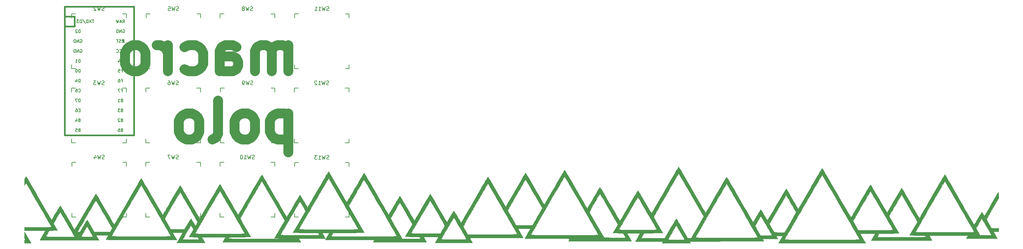
<source format=gbr>
G04 #@! TF.GenerationSoftware,KiCad,Pcbnew,(5.0.2)-1*
G04 #@! TF.CreationDate,2019-03-06T02:08:12-05:00*
G04 #@! TF.ProjectId,4x5macro,3478356d-6163-4726-9f2e-6b696361645f,rev?*
G04 #@! TF.SameCoordinates,Original*
G04 #@! TF.FileFunction,Legend,Bot*
G04 #@! TF.FilePolarity,Positive*
%FSLAX46Y46*%
G04 Gerber Fmt 4.6, Leading zero omitted, Abs format (unit mm)*
G04 Created by KiCad (PCBNEW (5.0.2)-1) date 3/6/2019 2:08:12 AM*
%MOMM*%
%LPD*%
G01*
G04 APERTURE LIST*
%ADD10C,2.500000*%
%ADD11C,0.150000*%
%ADD12C,0.381000*%
%ADD13C,0.010000*%
G04 APERTURE END LIST*
D10*
X88196047Y-41620809D02*
X88196047Y-34954142D01*
X88196047Y-35906523D02*
X87719857Y-35430333D01*
X86767476Y-34954142D01*
X85338904Y-34954142D01*
X84386523Y-35430333D01*
X83910333Y-36382714D01*
X83910333Y-41620809D01*
X83910333Y-36382714D02*
X83434142Y-35430333D01*
X82481761Y-34954142D01*
X81053190Y-34954142D01*
X80100809Y-35430333D01*
X79624619Y-36382714D01*
X79624619Y-41620809D01*
X70577000Y-41620809D02*
X70577000Y-36382714D01*
X71053190Y-35430333D01*
X72005571Y-34954142D01*
X73910333Y-34954142D01*
X74862714Y-35430333D01*
X70577000Y-41144619D02*
X71529380Y-41620809D01*
X73910333Y-41620809D01*
X74862714Y-41144619D01*
X75338904Y-40192238D01*
X75338904Y-39239857D01*
X74862714Y-38287476D01*
X73910333Y-37811285D01*
X71529380Y-37811285D01*
X70577000Y-37335095D01*
X61529380Y-41144619D02*
X62481761Y-41620809D01*
X64386523Y-41620809D01*
X65338904Y-41144619D01*
X65815095Y-40668428D01*
X66291285Y-39716047D01*
X66291285Y-36858904D01*
X65815095Y-35906523D01*
X65338904Y-35430333D01*
X64386523Y-34954142D01*
X62481761Y-34954142D01*
X61529380Y-35430333D01*
X57243666Y-41620809D02*
X57243666Y-34954142D01*
X57243666Y-36858904D02*
X56767476Y-35906523D01*
X56291285Y-35430333D01*
X55338904Y-34954142D01*
X54386523Y-34954142D01*
X49624619Y-41620809D02*
X50577000Y-41144619D01*
X51053190Y-40668428D01*
X51529380Y-39716047D01*
X51529380Y-36858904D01*
X51053190Y-35906523D01*
X50577000Y-35430333D01*
X49624619Y-34954142D01*
X48196047Y-34954142D01*
X47243666Y-35430333D01*
X46767476Y-35906523D01*
X46291285Y-36858904D01*
X46291285Y-39716047D01*
X46767476Y-40668428D01*
X47243666Y-41144619D01*
X48196047Y-41620809D01*
X49624619Y-41620809D01*
X88196047Y-52454142D02*
X88196047Y-62454142D01*
X88196047Y-52930333D02*
X87243666Y-52454142D01*
X85338904Y-52454142D01*
X84386523Y-52930333D01*
X83910333Y-53406523D01*
X83434142Y-54358904D01*
X83434142Y-57216047D01*
X83910333Y-58168428D01*
X84386523Y-58644619D01*
X85338904Y-59120809D01*
X87243666Y-59120809D01*
X88196047Y-58644619D01*
X77719857Y-59120809D02*
X78672238Y-58644619D01*
X79148428Y-58168428D01*
X79624619Y-57216047D01*
X79624619Y-54358904D01*
X79148428Y-53406523D01*
X78672238Y-52930333D01*
X77719857Y-52454142D01*
X76291285Y-52454142D01*
X75338904Y-52930333D01*
X74862714Y-53406523D01*
X74386523Y-54358904D01*
X74386523Y-57216047D01*
X74862714Y-58168428D01*
X75338904Y-58644619D01*
X76291285Y-59120809D01*
X77719857Y-59120809D01*
X68672238Y-59120809D02*
X69624619Y-58644619D01*
X70100809Y-57692238D01*
X70100809Y-49120809D01*
X63434142Y-59120809D02*
X64386523Y-58644619D01*
X64862714Y-58168428D01*
X65338904Y-57216047D01*
X65338904Y-54358904D01*
X64862714Y-53406523D01*
X64386523Y-52930333D01*
X63434142Y-52454142D01*
X62005571Y-52454142D01*
X61053190Y-52930333D01*
X60577000Y-53406523D01*
X60100809Y-54358904D01*
X60100809Y-57216047D01*
X60577000Y-58168428D01*
X61053190Y-58644619D01*
X62005571Y-59120809D01*
X63434142Y-59120809D01*
D11*
G04 #@! TO.C,SW7*
X51610500Y-79009000D02*
X51610500Y-78009000D01*
X52610500Y-79009000D02*
X51610500Y-79009000D01*
X51610500Y-65009000D02*
X52610500Y-65009000D01*
X51610500Y-66009000D02*
X51610500Y-65009000D01*
X65610500Y-65009000D02*
X65610500Y-66009000D01*
X64610500Y-65009000D02*
X65610500Y-65009000D01*
X65610500Y-79009000D02*
X64610500Y-79009000D01*
X65610500Y-78009000D02*
X65610500Y-79009000D01*
G04 #@! TO.C,SW9*
X70724000Y-59959000D02*
X70724000Y-58959000D01*
X71724000Y-59959000D02*
X70724000Y-59959000D01*
X70724000Y-45959000D02*
X71724000Y-45959000D01*
X70724000Y-46959000D02*
X70724000Y-45959000D01*
X84724000Y-45959000D02*
X84724000Y-46959000D01*
X83724000Y-45959000D02*
X84724000Y-45959000D01*
X84724000Y-59959000D02*
X83724000Y-59959000D01*
X84724000Y-58959000D02*
X84724000Y-59959000D01*
D12*
G04 #@! TO.C,U1*
X33274000Y-27559000D02*
X30734000Y-27559000D01*
X48514000Y-25019000D02*
X30734000Y-25019000D01*
X30734000Y-25019000D02*
X30734000Y-58039000D01*
X30734000Y-58039000D02*
X48514000Y-58039000D01*
X48514000Y-58039000D02*
X48514000Y-25019000D01*
D11*
G36*
X45468635Y-33448030D02*
X45468635Y-33548030D01*
X45968635Y-33548030D01*
X45968635Y-33448030D01*
X45468635Y-33448030D01*
G37*
X45468635Y-33448030D02*
X45468635Y-33548030D01*
X45968635Y-33548030D01*
X45968635Y-33448030D01*
X45468635Y-33448030D01*
G36*
X45468635Y-33448030D02*
X45468635Y-33748030D01*
X45568635Y-33748030D01*
X45568635Y-33448030D01*
X45468635Y-33448030D01*
G37*
X45468635Y-33448030D02*
X45468635Y-33748030D01*
X45568635Y-33748030D01*
X45568635Y-33448030D01*
X45468635Y-33448030D01*
G36*
X45468635Y-34048030D02*
X45468635Y-34248030D01*
X45568635Y-34248030D01*
X45568635Y-34048030D01*
X45468635Y-34048030D01*
G37*
X45468635Y-34048030D02*
X45468635Y-34248030D01*
X45568635Y-34248030D01*
X45568635Y-34048030D01*
X45468635Y-34048030D01*
G36*
X45868635Y-33448030D02*
X45868635Y-34248030D01*
X45968635Y-34248030D01*
X45968635Y-33448030D01*
X45868635Y-33448030D01*
G37*
X45868635Y-33448030D02*
X45868635Y-34248030D01*
X45968635Y-34248030D01*
X45968635Y-33448030D01*
X45868635Y-33448030D01*
G36*
X45668635Y-33848030D02*
X45668635Y-33948030D01*
X45768635Y-33948030D01*
X45768635Y-33848030D01*
X45668635Y-33848030D01*
G37*
X45668635Y-33848030D02*
X45668635Y-33948030D01*
X45768635Y-33948030D01*
X45768635Y-33848030D01*
X45668635Y-33848030D01*
D12*
X33274000Y-27559000D02*
X33274000Y-30099000D01*
X33274000Y-30099000D02*
X30734000Y-30099000D01*
D11*
G04 #@! TO.C,SW4*
X32624000Y-79009000D02*
X32624000Y-78009000D01*
X33624000Y-79009000D02*
X32624000Y-79009000D01*
X32624000Y-65009000D02*
X33624000Y-65009000D01*
X32624000Y-66009000D02*
X32624000Y-65009000D01*
X46624000Y-65009000D02*
X46624000Y-66009000D01*
X45624000Y-65009000D02*
X46624000Y-65009000D01*
X46624000Y-79009000D02*
X45624000Y-79009000D01*
X46624000Y-78009000D02*
X46624000Y-79009000D01*
G04 #@! TO.C,SW6*
X51610500Y-59959000D02*
X51610500Y-58959000D01*
X52610500Y-59959000D02*
X51610500Y-59959000D01*
X51610500Y-45959000D02*
X52610500Y-45959000D01*
X51610500Y-46959000D02*
X51610500Y-45959000D01*
X65610500Y-45959000D02*
X65610500Y-46959000D01*
X64610500Y-45959000D02*
X65610500Y-45959000D01*
X65610500Y-59959000D02*
X64610500Y-59959000D01*
X65610500Y-58959000D02*
X65610500Y-59959000D01*
G04 #@! TO.C,SW11*
X89774000Y-40909000D02*
X89774000Y-39909000D01*
X90774000Y-40909000D02*
X89774000Y-40909000D01*
X89774000Y-26909000D02*
X90774000Y-26909000D01*
X89774000Y-27909000D02*
X89774000Y-26909000D01*
X103774000Y-26909000D02*
X103774000Y-27909000D01*
X102774000Y-26909000D02*
X103774000Y-26909000D01*
X103774000Y-40909000D02*
X102774000Y-40909000D01*
X103774000Y-39909000D02*
X103774000Y-40909000D01*
G04 #@! TO.C,SW3*
X32560500Y-59959000D02*
X32560500Y-58959000D01*
X33560500Y-59959000D02*
X32560500Y-59959000D01*
X32560500Y-45959000D02*
X33560500Y-45959000D01*
X32560500Y-46959000D02*
X32560500Y-45959000D01*
X46560500Y-45959000D02*
X46560500Y-46959000D01*
X45560500Y-45959000D02*
X46560500Y-45959000D01*
X46560500Y-59959000D02*
X45560500Y-59959000D01*
X46560500Y-58959000D02*
X46560500Y-59959000D01*
G04 #@! TO.C,SW2*
X32560500Y-40909000D02*
X32560500Y-39909000D01*
X33560500Y-40909000D02*
X32560500Y-40909000D01*
X32560500Y-26909000D02*
X33560500Y-26909000D01*
X32560500Y-27909000D02*
X32560500Y-26909000D01*
X46560500Y-26909000D02*
X46560500Y-27909000D01*
X45560500Y-26909000D02*
X46560500Y-26909000D01*
X46560500Y-40909000D02*
X45560500Y-40909000D01*
X46560500Y-39909000D02*
X46560500Y-40909000D01*
G04 #@! TO.C,SW5*
X51674000Y-40909000D02*
X51674000Y-39909000D01*
X52674000Y-40909000D02*
X51674000Y-40909000D01*
X51674000Y-26909000D02*
X52674000Y-26909000D01*
X51674000Y-27909000D02*
X51674000Y-26909000D01*
X65674000Y-26909000D02*
X65674000Y-27909000D01*
X64674000Y-26909000D02*
X65674000Y-26909000D01*
X65674000Y-40909000D02*
X64674000Y-40909000D01*
X65674000Y-39909000D02*
X65674000Y-40909000D01*
G04 #@! TO.C,SW8*
X70660500Y-40909000D02*
X70660500Y-39909000D01*
X71660500Y-40909000D02*
X70660500Y-40909000D01*
X70660500Y-26909000D02*
X71660500Y-26909000D01*
X70660500Y-27909000D02*
X70660500Y-26909000D01*
X84660500Y-26909000D02*
X84660500Y-27909000D01*
X83660500Y-26909000D02*
X84660500Y-26909000D01*
X84660500Y-40909000D02*
X83660500Y-40909000D01*
X84660500Y-39909000D02*
X84660500Y-40909000D01*
G04 #@! TO.C,SW10*
X70660500Y-79009000D02*
X70660500Y-78009000D01*
X71660500Y-79009000D02*
X70660500Y-79009000D01*
X70660500Y-65009000D02*
X71660500Y-65009000D01*
X70660500Y-66009000D02*
X70660500Y-65009000D01*
X84660500Y-65009000D02*
X84660500Y-66009000D01*
X83660500Y-65009000D02*
X84660500Y-65009000D01*
X84660500Y-79009000D02*
X83660500Y-79009000D01*
X84660500Y-78009000D02*
X84660500Y-79009000D01*
G04 #@! TO.C,SW12*
X89710500Y-59959000D02*
X89710500Y-58959000D01*
X90710500Y-59959000D02*
X89710500Y-59959000D01*
X89710500Y-45959000D02*
X90710500Y-45959000D01*
X89710500Y-46959000D02*
X89710500Y-45959000D01*
X103710500Y-45959000D02*
X103710500Y-46959000D01*
X102710500Y-45959000D02*
X103710500Y-45959000D01*
X103710500Y-59959000D02*
X102710500Y-59959000D01*
X103710500Y-58959000D02*
X103710500Y-59959000D01*
G04 #@! TO.C,SW13*
X89774000Y-79072500D02*
X89774000Y-78072500D01*
X90774000Y-79072500D02*
X89774000Y-79072500D01*
X89774000Y-65072500D02*
X90774000Y-65072500D01*
X89774000Y-66072500D02*
X89774000Y-65072500D01*
X103774000Y-65072500D02*
X103774000Y-66072500D01*
X102774000Y-65072500D02*
X103774000Y-65072500D01*
X103774000Y-79072500D02*
X102774000Y-79072500D01*
X103774000Y-78072500D02*
X103774000Y-79072500D01*
D13*
G04 #@! TO.C,G\002A\002A\002A*
G36*
X20443936Y-83654552D02*
X20442912Y-84103139D01*
X20468380Y-84440511D01*
X20518192Y-84638652D01*
X20519578Y-84641294D01*
X20576055Y-84794691D01*
X20522642Y-84860175D01*
X20464593Y-84958265D01*
X20430489Y-85174480D01*
X20425834Y-85308722D01*
X20425834Y-85725000D01*
X22107806Y-85725000D01*
X21287986Y-84289711D01*
X20468167Y-82854423D01*
X20443936Y-83654552D01*
X20443936Y-83654552D01*
G37*
X20443936Y-83654552D02*
X20442912Y-84103139D01*
X20468380Y-84440511D01*
X20518192Y-84638652D01*
X20519578Y-84641294D01*
X20576055Y-84794691D01*
X20522642Y-84860175D01*
X20464593Y-84958265D01*
X20430489Y-85174480D01*
X20425834Y-85308722D01*
X20425834Y-85725000D01*
X22107806Y-85725000D01*
X21287986Y-84289711D01*
X20468167Y-82854423D01*
X20443936Y-83654552D01*
G36*
X188271351Y-66238573D02*
X188145353Y-66446004D01*
X187947706Y-66778359D01*
X187684793Y-67224708D01*
X187363000Y-67774116D01*
X186988711Y-68415653D01*
X186568310Y-69138385D01*
X186108182Y-69931380D01*
X185614711Y-70783705D01*
X185094282Y-71684429D01*
X184856645Y-72096303D01*
X184325752Y-73016034D01*
X183818627Y-73893005D01*
X183341699Y-74716192D01*
X182901396Y-75474572D01*
X182504148Y-76157122D01*
X182156385Y-76752818D01*
X181864536Y-77250637D01*
X181635029Y-77639555D01*
X181474295Y-77908549D01*
X181388762Y-78046596D01*
X181376643Y-78062991D01*
X181322687Y-78000382D01*
X181194187Y-77805982D01*
X181000415Y-77495135D01*
X180750642Y-77083185D01*
X180454139Y-76585477D01*
X180120177Y-76017356D01*
X179758028Y-75394164D01*
X179629349Y-75171118D01*
X179258762Y-74530877D01*
X178912460Y-73938948D01*
X178599850Y-73410934D01*
X178330336Y-72962440D01*
X178113323Y-72609071D01*
X177958217Y-72366431D01*
X177874423Y-72250125D01*
X177863986Y-72242128D01*
X177808024Y-72313447D01*
X177676126Y-72518297D01*
X177476340Y-72843166D01*
X177216712Y-73274545D01*
X176905291Y-73798926D01*
X176550125Y-74402798D01*
X176159262Y-75072653D01*
X175740749Y-75794980D01*
X175538464Y-76145843D01*
X175110661Y-76887683D01*
X174707970Y-77583384D01*
X174338301Y-78219457D01*
X174009567Y-78782411D01*
X173729678Y-79258756D01*
X173506548Y-79635003D01*
X173348087Y-79897661D01*
X173262207Y-80033241D01*
X173249167Y-80049227D01*
X173200330Y-79977983D01*
X173074489Y-79772800D01*
X172879165Y-79446470D01*
X172621881Y-79011783D01*
X172310155Y-78481530D01*
X171951510Y-77868501D01*
X171553467Y-77185488D01*
X171123547Y-76445280D01*
X170705189Y-75722795D01*
X170251845Y-74940588D01*
X169822614Y-74203485D01*
X169425111Y-73524329D01*
X169066950Y-72915965D01*
X168755746Y-72391235D01*
X168499113Y-71962984D01*
X168304666Y-71644055D01*
X168180020Y-71447293D01*
X168133569Y-71385214D01*
X168076869Y-71453427D01*
X167945862Y-71652585D01*
X167750283Y-71966626D01*
X167499865Y-72379486D01*
X167204342Y-72875104D01*
X166873449Y-73437418D01*
X166516919Y-74050367D01*
X166486547Y-74102898D01*
X166129030Y-74719613D01*
X165797590Y-75287645D01*
X165501803Y-75790860D01*
X165251248Y-76213124D01*
X165055504Y-76538301D01*
X164924148Y-76750258D01*
X164866759Y-76832859D01*
X164865617Y-76833398D01*
X164816974Y-76762277D01*
X164690958Y-76556355D01*
X164494599Y-76227629D01*
X164234928Y-75788096D01*
X163918978Y-75249752D01*
X163553779Y-74624595D01*
X163146363Y-73924621D01*
X162703762Y-73161826D01*
X162233006Y-72348208D01*
X161982642Y-71914606D01*
X161499551Y-71078972D01*
X161040304Y-70287694D01*
X160612008Y-69552816D01*
X160221767Y-68886385D01*
X159876690Y-68300446D01*
X159583882Y-67807046D01*
X159350450Y-67418230D01*
X159183499Y-67146044D01*
X159090137Y-67002533D01*
X159073160Y-66982773D01*
X159019417Y-67052025D01*
X158888969Y-67255545D01*
X158689329Y-67580699D01*
X158428011Y-68014848D01*
X158112529Y-68545359D01*
X157750396Y-69159594D01*
X157349127Y-69844918D01*
X156916235Y-70588694D01*
X156459234Y-71378288D01*
X156452801Y-71389434D01*
X155995516Y-72181148D01*
X155562980Y-72928883D01*
X155162661Y-73619806D01*
X154802025Y-74241082D01*
X154488539Y-74779880D01*
X154229670Y-75223365D01*
X154032885Y-75558705D01*
X153905650Y-75773065D01*
X153855432Y-75853613D01*
X153855377Y-75853669D01*
X153805599Y-75791102D01*
X153679420Y-75594537D01*
X153484548Y-75276940D01*
X153228693Y-74851278D01*
X152919566Y-74330518D01*
X152564875Y-73727627D01*
X152172331Y-73055572D01*
X151749643Y-72327320D01*
X151442462Y-71795402D01*
X151003054Y-71034291D01*
X150588601Y-70318966D01*
X150206824Y-69662576D01*
X149865441Y-69078273D01*
X149572171Y-68579204D01*
X149334735Y-68178521D01*
X149160851Y-67889373D01*
X149058238Y-67724909D01*
X149033053Y-67691000D01*
X148983998Y-67762286D01*
X148858175Y-67967575D01*
X148663122Y-68294018D01*
X148406377Y-68728763D01*
X148095478Y-69258959D01*
X147737964Y-69871756D01*
X147341372Y-70554302D01*
X146913241Y-71293747D01*
X146512628Y-71987834D01*
X146061406Y-72770557D01*
X145634445Y-73510862D01*
X145239403Y-74195491D01*
X144883941Y-74811186D01*
X144575717Y-75344687D01*
X144322391Y-75782736D01*
X144131623Y-76112075D01*
X144011072Y-76319445D01*
X143969301Y-76390278D01*
X143912023Y-76343462D01*
X143775643Y-76152249D01*
X143562599Y-75820650D01*
X143275332Y-75352674D01*
X142916280Y-74752333D01*
X142487883Y-74023637D01*
X141992580Y-73170596D01*
X141664695Y-72601445D01*
X141238012Y-71860299D01*
X140836327Y-71165332D01*
X140467562Y-70530061D01*
X140139639Y-69968002D01*
X139860480Y-69492670D01*
X139638008Y-69117582D01*
X139480144Y-68856254D01*
X139394810Y-68722203D01*
X139382110Y-68707000D01*
X139333920Y-68778613D01*
X139207972Y-68986074D01*
X139010714Y-69318318D01*
X138748591Y-69764282D01*
X138428051Y-70312898D01*
X138055538Y-70953104D01*
X137637501Y-71673834D01*
X137180384Y-72464022D01*
X136690635Y-73312604D01*
X136174699Y-74208515D01*
X136001470Y-74509749D01*
X135476552Y-75422418D01*
X134974639Y-76294231D01*
X134502322Y-77113792D01*
X134066188Y-77869707D01*
X133672828Y-78550584D01*
X133328831Y-79145027D01*
X133040786Y-79641644D01*
X132815282Y-80029039D01*
X132658910Y-80295820D01*
X132578258Y-80430591D01*
X132569767Y-80443640D01*
X132524150Y-80465248D01*
X132453937Y-80419453D01*
X132348703Y-80291290D01*
X132198020Y-80065792D01*
X131991462Y-79727995D01*
X131718602Y-79262930D01*
X131579613Y-79022392D01*
X131311659Y-78562159D01*
X131069839Y-78156137D01*
X130867394Y-77825802D01*
X130717567Y-77592630D01*
X130633598Y-77478100D01*
X130622512Y-77470000D01*
X130562583Y-77539823D01*
X130432859Y-77734312D01*
X130247363Y-78030997D01*
X130020113Y-78407408D01*
X129765132Y-78841076D01*
X129740503Y-78883527D01*
X129484025Y-79324474D01*
X129255686Y-79713970D01*
X129069309Y-80028683D01*
X128938720Y-80245282D01*
X128877742Y-80340438D01*
X128876248Y-80342141D01*
X128826288Y-80280137D01*
X128700052Y-80085113D01*
X128505774Y-79770786D01*
X128251685Y-79350877D01*
X127946017Y-78839102D01*
X127597002Y-78249181D01*
X127212873Y-77594832D01*
X126801860Y-76889773D01*
X126719804Y-76748447D01*
X126304173Y-76033577D01*
X125913970Y-75365223D01*
X125557442Y-74757319D01*
X125242839Y-74223796D01*
X124978408Y-73778588D01*
X124772398Y-73435628D01*
X124633057Y-73208846D01*
X124568634Y-73112177D01*
X124565581Y-73109667D01*
X124515769Y-73180601D01*
X124389810Y-73383834D01*
X124196208Y-73705008D01*
X123943469Y-74129769D01*
X123640102Y-74643760D01*
X123294610Y-75232626D01*
X122915500Y-75882010D01*
X122533834Y-76538667D01*
X122130777Y-77232026D01*
X121753300Y-77878401D01*
X121409906Y-78463443D01*
X121109102Y-78972800D01*
X120859391Y-79392124D01*
X120669279Y-79707063D01*
X120547270Y-79903267D01*
X120502227Y-79966614D01*
X120452522Y-79895333D01*
X120327744Y-79691944D01*
X120136686Y-79371442D01*
X119888142Y-78948827D01*
X119590904Y-78439094D01*
X119253766Y-77857241D01*
X118885521Y-77218266D01*
X118640642Y-76791614D01*
X118257181Y-76124271D01*
X117899124Y-75504616D01*
X117575282Y-74947641D01*
X117294465Y-74468341D01*
X117065484Y-74081709D01*
X116897148Y-73802738D01*
X116798269Y-73646421D01*
X116775583Y-73617667D01*
X116723989Y-73688407D01*
X116598894Y-73889161D01*
X116410475Y-74202730D01*
X116168912Y-74611917D01*
X115884381Y-75099522D01*
X115567060Y-75648347D01*
X115345480Y-76034235D01*
X115011203Y-76613007D01*
X114701125Y-77140439D01*
X114425665Y-77599539D01*
X114195242Y-77973315D01*
X114020276Y-78244772D01*
X113911185Y-78396918D01*
X113880351Y-78423728D01*
X113825821Y-78347695D01*
X113693915Y-78136390D01*
X113491475Y-77801446D01*
X113225347Y-77354495D01*
X112902373Y-76807169D01*
X112529396Y-76171102D01*
X112113260Y-75457926D01*
X111660810Y-74679272D01*
X111178887Y-73846774D01*
X110734010Y-73075676D01*
X110232038Y-72205794D01*
X109753716Y-71379861D01*
X109305858Y-70609462D01*
X108895281Y-69906183D01*
X108528801Y-69281607D01*
X108213232Y-68747321D01*
X107955391Y-68314907D01*
X107762093Y-67995952D01*
X107640155Y-67802040D01*
X107597205Y-67744017D01*
X107542286Y-67813111D01*
X107411612Y-68015472D01*
X107213404Y-68337320D01*
X106955882Y-68764879D01*
X106647268Y-69284372D01*
X106295782Y-69882021D01*
X105909647Y-70544049D01*
X105497082Y-71256678D01*
X105381388Y-71457428D01*
X104962555Y-72182785D01*
X104567723Y-72862509D01*
X104205163Y-73482646D01*
X103883142Y-74029245D01*
X103609931Y-74488353D01*
X103393798Y-74846018D01*
X103243012Y-75088287D01*
X103165842Y-75201208D01*
X103158787Y-75207682D01*
X103102880Y-75141475D01*
X102970914Y-74941595D01*
X102770895Y-74621360D01*
X102510828Y-74194089D01*
X102198718Y-73673103D01*
X101842572Y-73071719D01*
X101450396Y-72403257D01*
X101030194Y-71681036D01*
X100805829Y-71293087D01*
X100374927Y-70547849D01*
X99969149Y-69848648D01*
X99596381Y-69208898D01*
X99264511Y-68642012D01*
X98981426Y-68161402D01*
X98755012Y-67780482D01*
X98593157Y-67512665D01*
X98503749Y-67371362D01*
X98488560Y-67352334D01*
X98439878Y-67423651D01*
X98314003Y-67629343D01*
X98118207Y-67957021D01*
X97859759Y-68394296D01*
X97545931Y-68928777D01*
X97183992Y-69548075D01*
X96781214Y-70239802D01*
X96344866Y-70991567D01*
X95882220Y-71790982D01*
X95780720Y-71966667D01*
X95313328Y-72774680D01*
X94870579Y-73537685D01*
X94459755Y-74243293D01*
X94088136Y-74879111D01*
X93763005Y-75432749D01*
X93491641Y-75891816D01*
X93281325Y-76243922D01*
X93139339Y-76476675D01*
X93072964Y-76577685D01*
X93069286Y-76581000D01*
X93015414Y-76510944D01*
X92890465Y-76314817D01*
X92707178Y-76013682D01*
X92478295Y-75628600D01*
X92216558Y-75180635D01*
X92096167Y-74972334D01*
X91824179Y-74503670D01*
X91579566Y-74088764D01*
X91375063Y-73748675D01*
X91223402Y-73504465D01*
X91137318Y-73377195D01*
X91123587Y-73363667D01*
X91072505Y-73434446D01*
X90946460Y-73636245D01*
X90754842Y-73953261D01*
X90507044Y-74369689D01*
X90212458Y-74869724D01*
X89880477Y-75437562D01*
X89520492Y-76057398D01*
X89436369Y-76202805D01*
X89070670Y-76831407D01*
X88729401Y-77410419D01*
X88422124Y-77924188D01*
X88158396Y-78357064D01*
X87947778Y-78693398D01*
X87799828Y-78917536D01*
X87724106Y-79013830D01*
X87717960Y-79016264D01*
X87664245Y-78940462D01*
X87533152Y-78729263D01*
X87331456Y-78394215D01*
X87065931Y-77946863D01*
X86743352Y-77398755D01*
X86370494Y-76761436D01*
X85954131Y-76046454D01*
X85501037Y-75265353D01*
X85017989Y-74429682D01*
X84534546Y-73590600D01*
X84029275Y-72714054D01*
X83547366Y-71881510D01*
X83095596Y-71104465D01*
X82680743Y-70394413D01*
X82309586Y-69762850D01*
X81988902Y-69221271D01*
X81725470Y-68781171D01*
X81526068Y-68454046D01*
X81397473Y-68251390D01*
X81346951Y-68184615D01*
X81292418Y-68255197D01*
X81160938Y-68461159D01*
X80959432Y-68790775D01*
X80694819Y-69232317D01*
X80374022Y-69774060D01*
X80003958Y-70404276D01*
X79591549Y-71111241D01*
X79143715Y-71883227D01*
X78667376Y-72708507D01*
X78298951Y-73349508D01*
X77806299Y-74206359D01*
X77337418Y-75018361D01*
X76899186Y-75773826D01*
X76498477Y-76461066D01*
X76142168Y-77068392D01*
X75837134Y-77584118D01*
X75590252Y-77996554D01*
X75408398Y-78294014D01*
X75298447Y-78464808D01*
X75267343Y-78502759D01*
X75213921Y-78428172D01*
X75084135Y-78220258D01*
X74885969Y-77892521D01*
X74627409Y-77458463D01*
X74316441Y-76931587D01*
X73961049Y-76325396D01*
X73569219Y-75653392D01*
X73148937Y-74929080D01*
X72928907Y-74548559D01*
X72497419Y-73803902D01*
X72090114Y-73105663D01*
X71714985Y-72467224D01*
X71380028Y-71901971D01*
X71093236Y-71423287D01*
X70862604Y-71044558D01*
X70696127Y-70779166D01*
X70601799Y-70640497D01*
X70584071Y-70622878D01*
X70530165Y-70696204D01*
X70399573Y-70903708D01*
X70199823Y-71232658D01*
X69938440Y-71670323D01*
X69622952Y-72203973D01*
X69260884Y-72820875D01*
X68859763Y-73508298D01*
X68427116Y-74253512D01*
X67970469Y-75043786D01*
X67969507Y-75045455D01*
X67513527Y-75835195D01*
X67082381Y-76579590D01*
X66683498Y-77265963D01*
X66324310Y-77881641D01*
X66012249Y-78413946D01*
X65754745Y-78850204D01*
X65559230Y-79177739D01*
X65433134Y-79383874D01*
X65383890Y-79455935D01*
X65383834Y-79455937D01*
X65335156Y-79384375D01*
X65209915Y-79178748D01*
X65015651Y-78851963D01*
X64759902Y-78416927D01*
X64450209Y-77886545D01*
X64094110Y-77273725D01*
X63699145Y-76591372D01*
X63272853Y-75852395D01*
X62886992Y-75181526D01*
X62439776Y-74404207D01*
X62017367Y-73672452D01*
X61627307Y-72999164D01*
X61277140Y-72397245D01*
X60974407Y-71879598D01*
X60726651Y-71459126D01*
X60541415Y-71148731D01*
X60426241Y-70961314D01*
X60388979Y-70908333D01*
X60339613Y-70979501D01*
X60214017Y-71183904D01*
X60020211Y-71507890D01*
X59766217Y-71937807D01*
X59460055Y-72460004D01*
X59109747Y-73060829D01*
X58723312Y-73726632D01*
X58308772Y-74443759D01*
X58150472Y-74718334D01*
X57727491Y-75450938D01*
X57329493Y-76137203D01*
X56964515Y-76763480D01*
X56640598Y-77316121D01*
X56365780Y-77781476D01*
X56148099Y-78145898D01*
X55995595Y-78395738D01*
X55916307Y-78517347D01*
X55907152Y-78527110D01*
X55857609Y-78455522D01*
X55730943Y-78249388D01*
X55534368Y-77921001D01*
X55275096Y-77482652D01*
X54960337Y-76946635D01*
X54597306Y-76325242D01*
X54193214Y-75630765D01*
X53755273Y-74875496D01*
X53290695Y-74071729D01*
X53150164Y-73828110D01*
X52679215Y-73012494D01*
X52232888Y-72241794D01*
X51818383Y-71528297D01*
X51442903Y-70884290D01*
X51113647Y-70322059D01*
X50837817Y-69853892D01*
X50622615Y-69492076D01*
X50475240Y-69248898D01*
X50402895Y-69136645D01*
X50396941Y-69130333D01*
X50348737Y-69201895D01*
X50222466Y-69409291D01*
X50024520Y-69741590D01*
X49761290Y-70187859D01*
X49439168Y-70737166D01*
X49064545Y-71378578D01*
X48643813Y-72101164D01*
X48183363Y-72893990D01*
X47689587Y-73746126D01*
X47168877Y-74646637D01*
X46931938Y-75057000D01*
X46401217Y-75975467D01*
X45894404Y-76850378D01*
X45417907Y-77670801D01*
X44978137Y-78425800D01*
X44581503Y-79104441D01*
X44234416Y-79695788D01*
X43943284Y-80188908D01*
X43714517Y-80572864D01*
X43554525Y-80836724D01*
X43469718Y-80969551D01*
X43457865Y-80983667D01*
X43406533Y-80912537D01*
X43278618Y-80708084D01*
X43082062Y-80383709D01*
X42824810Y-79952815D01*
X42514806Y-79428806D01*
X42159995Y-78825083D01*
X41768320Y-78155050D01*
X41347726Y-77432109D01*
X41122538Y-77043712D01*
X40689506Y-76297967D01*
X40280633Y-75597682D01*
X39903950Y-74956346D01*
X39567486Y-74387451D01*
X39279274Y-73904486D01*
X39047343Y-73520943D01*
X38879724Y-73250311D01*
X38784448Y-73106082D01*
X38766310Y-73085545D01*
X38712049Y-73153659D01*
X38580814Y-73356302D01*
X38379952Y-73681159D01*
X38116813Y-74115916D01*
X37798746Y-74648258D01*
X37433099Y-75265869D01*
X37027223Y-75956436D01*
X36588467Y-76707643D01*
X36124178Y-77507175D01*
X36014643Y-77696454D01*
X35546087Y-78503957D01*
X35101604Y-79264767D01*
X34688497Y-79966723D01*
X34314070Y-80597660D01*
X33985626Y-81145416D01*
X33710468Y-81597828D01*
X33495901Y-81942734D01*
X33349229Y-82167969D01*
X33277753Y-82261372D01*
X33272621Y-82262841D01*
X33217431Y-82178254D01*
X33086769Y-81962749D01*
X32889884Y-81632026D01*
X32636026Y-81201783D01*
X32334443Y-80687718D01*
X31994385Y-80105530D01*
X31625100Y-79470917D01*
X31452288Y-79173173D01*
X31072966Y-78522560D01*
X30717772Y-77919959D01*
X30396014Y-77380676D01*
X30117003Y-76920017D01*
X29890046Y-76553286D01*
X29724453Y-76295789D01*
X29629531Y-76162831D01*
X29612167Y-76147705D01*
X29548150Y-76218376D01*
X29412663Y-76416354D01*
X29218105Y-76721843D01*
X28976873Y-77115043D01*
X28701367Y-77576158D01*
X28469167Y-77972801D01*
X28177347Y-78472806D01*
X27912883Y-78920538D01*
X27687684Y-79296271D01*
X27513661Y-79580279D01*
X27402724Y-79752835D01*
X27367504Y-79797382D01*
X27319416Y-79725975D01*
X27193641Y-79518955D01*
X26996753Y-79187593D01*
X26735324Y-78743157D01*
X26415927Y-78196917D01*
X26045135Y-77560142D01*
X25629520Y-76844101D01*
X25175657Y-76060065D01*
X24690116Y-75219301D01*
X24179473Y-74333080D01*
X24108834Y-74210334D01*
X23595197Y-73318762D01*
X23105642Y-72471108D01*
X22646755Y-71678643D01*
X22225122Y-70952641D01*
X21847327Y-70304376D01*
X21519956Y-69745120D01*
X21249595Y-69286147D01*
X21042828Y-68938731D01*
X20906241Y-68714144D01*
X20846420Y-68623660D01*
X20844587Y-68622333D01*
X20777534Y-68689209D01*
X20665260Y-68857979D01*
X20610758Y-68951361D01*
X20521641Y-69136400D01*
X20466531Y-69336264D01*
X20438203Y-69597373D01*
X20429433Y-69966145D01*
X20429582Y-70115528D01*
X20433330Y-70950667D01*
X20620082Y-70633996D01*
X20742604Y-70441198D01*
X20830962Y-70329025D01*
X20849167Y-70317424D01*
X20895648Y-70388584D01*
X21018519Y-70592911D01*
X21209873Y-70916712D01*
X21461799Y-71346297D01*
X21766390Y-71867972D01*
X22115736Y-72468047D01*
X22501929Y-73132829D01*
X22917060Y-73848626D01*
X23353220Y-74601747D01*
X23802500Y-75378500D01*
X24256992Y-76165193D01*
X24708786Y-76948134D01*
X25149975Y-77713631D01*
X25572648Y-78447992D01*
X25968898Y-79137527D01*
X26330815Y-79768542D01*
X26650491Y-80327345D01*
X26920017Y-80800247D01*
X27131484Y-81173553D01*
X27276984Y-81433572D01*
X27348607Y-81566614D01*
X27354389Y-81579372D01*
X27278825Y-81600799D01*
X27041068Y-81619247D01*
X26648236Y-81634546D01*
X26107447Y-81646528D01*
X25425819Y-81655024D01*
X24610468Y-81659867D01*
X23904223Y-81661000D01*
X20425834Y-81661000D01*
X20425834Y-82507667D01*
X25835986Y-82507667D01*
X25123410Y-83735334D01*
X24410835Y-84963000D01*
X39557617Y-84963000D01*
X39015408Y-84045891D01*
X38022389Y-84045891D01*
X37951435Y-84068253D01*
X37737102Y-84087688D01*
X37405336Y-84102986D01*
X36982082Y-84112936D01*
X36512500Y-84116334D01*
X36025696Y-84112674D01*
X35605406Y-84102501D01*
X35277576Y-84087026D01*
X35211647Y-84080866D01*
X33295167Y-84080866D01*
X33213362Y-84088287D01*
X32979395Y-84095181D01*
X32610434Y-84101384D01*
X32123650Y-84106729D01*
X31536213Y-84111053D01*
X30865293Y-84114191D01*
X30128060Y-84115976D01*
X29605112Y-84116334D01*
X28834289Y-84114831D01*
X28119321Y-84110535D01*
X27477200Y-84103759D01*
X26924924Y-84094819D01*
X26479487Y-84084030D01*
X26157883Y-84071707D01*
X25977109Y-84058164D01*
X25943278Y-84048461D01*
X25994772Y-83949925D01*
X26110639Y-83739403D01*
X26271417Y-83452032D01*
X26387454Y-83246555D01*
X26803408Y-82512520D01*
X28885576Y-82465334D01*
X28373593Y-81592167D01*
X27861609Y-80719001D01*
X28308486Y-79941167D01*
X28679266Y-79298283D01*
X28975983Y-78790235D01*
X29206971Y-78403923D01*
X29380560Y-78126249D01*
X29505084Y-77944112D01*
X29588874Y-77844413D01*
X29640262Y-77814053D01*
X29656874Y-77821247D01*
X29712033Y-77906328D01*
X29840220Y-78118381D01*
X30030705Y-78438943D01*
X30272755Y-78849551D01*
X30555639Y-79331741D01*
X30868627Y-79867051D01*
X31200985Y-80437017D01*
X31541983Y-81023175D01*
X31880890Y-81607063D01*
X32206974Y-82170217D01*
X32509502Y-82694173D01*
X32777745Y-83160468D01*
X33000970Y-83550640D01*
X33168447Y-83846224D01*
X33269442Y-84028757D01*
X33295167Y-84080866D01*
X35211647Y-84080866D01*
X35068154Y-84067459D01*
X35002612Y-84045891D01*
X35066521Y-83919016D01*
X35194987Y-83687204D01*
X35371065Y-83379123D01*
X35577806Y-83023441D01*
X35798265Y-82648826D01*
X36015493Y-82283948D01*
X36212545Y-81957475D01*
X36372473Y-81698074D01*
X36478330Y-81534415D01*
X36512500Y-81491667D01*
X36564175Y-81560320D01*
X36683193Y-81747169D01*
X36852607Y-82023544D01*
X37055472Y-82360778D01*
X37274839Y-82730200D01*
X37493762Y-83103144D01*
X37695295Y-83450941D01*
X37862490Y-83744921D01*
X37978400Y-83956418D01*
X38022389Y-84045891D01*
X39015408Y-84045891D01*
X38806773Y-83693000D01*
X41943595Y-83693000D01*
X41669952Y-84179833D01*
X41516250Y-84447549D01*
X41386336Y-84663721D01*
X41314705Y-84772500D01*
X41331226Y-84789733D01*
X41414148Y-84805105D01*
X41571429Y-84818712D01*
X41811025Y-84830644D01*
X42140891Y-84840995D01*
X42568986Y-84849859D01*
X43103264Y-84857327D01*
X43751683Y-84863492D01*
X44522199Y-84868448D01*
X45422768Y-84872287D01*
X46461347Y-84875102D01*
X47645892Y-84876986D01*
X48984360Y-84878032D01*
X50384810Y-84878333D01*
X59536521Y-84878333D01*
X58999252Y-83953938D01*
X58003723Y-83953938D01*
X57925281Y-83967015D01*
X57685370Y-83979125D01*
X57291848Y-83990188D01*
X56752576Y-84000122D01*
X56075416Y-84008849D01*
X55268226Y-84016286D01*
X54338869Y-84022355D01*
X53295204Y-84026974D01*
X52145092Y-84030064D01*
X50896393Y-84031543D01*
X50397834Y-84031667D01*
X49081078Y-84030807D01*
X47869531Y-84028275D01*
X46770122Y-84024143D01*
X45789779Y-84018483D01*
X44935431Y-84011366D01*
X44214008Y-84002865D01*
X43632436Y-83993050D01*
X43197646Y-83981994D01*
X42916565Y-83969769D01*
X42796123Y-83956445D01*
X42791945Y-83952888D01*
X42841123Y-83859588D01*
X42967247Y-83634244D01*
X43162979Y-83289519D01*
X43420984Y-82838076D01*
X43733925Y-82292576D01*
X43956270Y-81905971D01*
X42953711Y-81905971D01*
X42688357Y-82376152D01*
X42423003Y-82846334D01*
X40377918Y-82845815D01*
X38332834Y-82845296D01*
X37454053Y-81321815D01*
X37188355Y-80866169D01*
X36948882Y-80464918D01*
X36749024Y-80139732D01*
X36602170Y-79912282D01*
X36521709Y-79804239D01*
X36512798Y-79798334D01*
X36453694Y-79868334D01*
X36324330Y-80063888D01*
X36138108Y-80363326D01*
X35908427Y-80744979D01*
X35648689Y-81187177D01*
X35571245Y-81320893D01*
X34692167Y-82843452D01*
X34365609Y-82844893D01*
X34145416Y-82826636D01*
X34076439Y-82765795D01*
X34082298Y-82740500D01*
X34146436Y-82614391D01*
X34284370Y-82364654D01*
X34486573Y-82007511D01*
X34743518Y-81559185D01*
X35045677Y-81035899D01*
X35383524Y-80453875D01*
X35747532Y-79829336D01*
X36128172Y-79178503D01*
X36515919Y-78517599D01*
X36901245Y-77862847D01*
X37274623Y-77230470D01*
X37626525Y-76636689D01*
X37947425Y-76097727D01*
X38227795Y-75629806D01*
X38458109Y-75249150D01*
X38628839Y-74971980D01*
X38730458Y-74814519D01*
X38754974Y-74784046D01*
X38811039Y-74855252D01*
X38942976Y-75059173D01*
X39142314Y-75381693D01*
X39400580Y-75808694D01*
X39709305Y-76326057D01*
X40060018Y-76919666D01*
X40444247Y-77575403D01*
X40853521Y-78279150D01*
X40891871Y-78345356D01*
X42953711Y-81905971D01*
X43956270Y-81905971D01*
X44094467Y-81665682D01*
X44495273Y-80970056D01*
X44929007Y-80218362D01*
X45388332Y-79423260D01*
X45865913Y-78597414D01*
X46354414Y-77753486D01*
X46846497Y-76904138D01*
X47334828Y-76062032D01*
X47812069Y-75239832D01*
X48270885Y-74450199D01*
X48703939Y-73705795D01*
X49103895Y-73019284D01*
X49463418Y-72403327D01*
X49775170Y-71870587D01*
X50031815Y-71433725D01*
X50226018Y-71105406D01*
X50350443Y-70898290D01*
X50397752Y-70825041D01*
X50397834Y-70825026D01*
X50443933Y-70896281D01*
X50567253Y-71101586D01*
X50760456Y-71428277D01*
X51016209Y-71863693D01*
X51327175Y-72395172D01*
X51686019Y-73010051D01*
X52085406Y-73695668D01*
X52517999Y-74439361D01*
X52976464Y-75228468D01*
X53453465Y-76050327D01*
X53941666Y-76892276D01*
X54433733Y-77741651D01*
X54922328Y-78585792D01*
X55400118Y-79412036D01*
X55859767Y-80207721D01*
X56293938Y-80960185D01*
X56695297Y-81656765D01*
X57056508Y-82284800D01*
X57370236Y-82831627D01*
X57629145Y-83284584D01*
X57825899Y-83631009D01*
X57953164Y-83858240D01*
X58003603Y-83953614D01*
X58003723Y-83953938D01*
X58999252Y-83953938D01*
X58453917Y-83015667D01*
X61056092Y-83015667D01*
X59551576Y-85640333D01*
X63141182Y-85640333D01*
X66730788Y-85640334D01*
X66212694Y-84743230D01*
X65214500Y-84743230D01*
X65133652Y-84757150D01*
X64906372Y-84769598D01*
X64555562Y-84780018D01*
X64104122Y-84787853D01*
X63574951Y-84792545D01*
X63140167Y-84793667D01*
X62567671Y-84791823D01*
X62055705Y-84786641D01*
X61627168Y-84778643D01*
X61304961Y-84768350D01*
X61111984Y-84756284D01*
X61065834Y-84746371D01*
X61106187Y-84661751D01*
X61217709Y-84455866D01*
X61386096Y-84153628D01*
X61597044Y-83779951D01*
X61836249Y-83359747D01*
X62089407Y-82917929D01*
X62342213Y-82479409D01*
X62580364Y-82069101D01*
X62789554Y-81711918D01*
X62955480Y-81432771D01*
X63063838Y-81256575D01*
X63097242Y-81208381D01*
X63161990Y-81245701D01*
X63281896Y-81389531D01*
X63429709Y-81598454D01*
X63578176Y-81831054D01*
X63700044Y-82045916D01*
X63768061Y-82201622D01*
X63774113Y-82237036D01*
X63733210Y-82328496D01*
X63622229Y-82535980D01*
X63457495Y-82829880D01*
X63255335Y-83180590D01*
X63228021Y-83227334D01*
X62682984Y-84158667D01*
X64926684Y-84205559D01*
X65070592Y-84449176D01*
X65168887Y-84629258D01*
X65214161Y-84739187D01*
X65214500Y-84743230D01*
X66212694Y-84743230D01*
X65899546Y-84201000D01*
X68943690Y-84201000D01*
X69642673Y-84202474D01*
X70285123Y-84206666D01*
X70852136Y-84213237D01*
X71324808Y-84221843D01*
X71684235Y-84232143D01*
X71911515Y-84243796D01*
X71987834Y-84256028D01*
X71948304Y-84350468D01*
X71843460Y-84551656D01*
X71693924Y-84820433D01*
X71653455Y-84891028D01*
X71319077Y-85471000D01*
X91372107Y-85471000D01*
X91120304Y-85043941D01*
X90985175Y-84808692D01*
X90893780Y-84637960D01*
X90868500Y-84578274D01*
X90950178Y-84569849D01*
X91183256Y-84562059D01*
X91549801Y-84555107D01*
X91654717Y-84553821D01*
X87647946Y-84553821D01*
X87608287Y-84560065D01*
X87420466Y-84566258D01*
X87091540Y-84572323D01*
X86628566Y-84578186D01*
X86038602Y-84583769D01*
X85328703Y-84588997D01*
X84505927Y-84593793D01*
X83577332Y-84598082D01*
X82549973Y-84601787D01*
X81430910Y-84604832D01*
X81364667Y-84604984D01*
X80178522Y-84607010D01*
X79041300Y-84607656D01*
X77964292Y-84606987D01*
X76958792Y-84605069D01*
X76036093Y-84601966D01*
X75207488Y-84597744D01*
X74484269Y-84592467D01*
X73877729Y-84586200D01*
X73399161Y-84579009D01*
X73059858Y-84570959D01*
X72871112Y-84562114D01*
X72834500Y-84555849D01*
X72879957Y-84438398D01*
X72940334Y-84344672D01*
X72983765Y-84304888D01*
X73060557Y-84272820D01*
X73188322Y-84247444D01*
X73384673Y-84227737D01*
X73667221Y-84212677D01*
X74053579Y-84201241D01*
X74561358Y-84192405D01*
X75208170Y-84185148D01*
X75770191Y-84180323D01*
X78494214Y-84158667D01*
X77966851Y-83248500D01*
X76957859Y-83248500D01*
X76935255Y-83268912D01*
X76843274Y-83286691D01*
X76672476Y-83301996D01*
X76413417Y-83314982D01*
X76056657Y-83325807D01*
X75592753Y-83334628D01*
X75012265Y-83341602D01*
X74305749Y-83346885D01*
X73463764Y-83350635D01*
X72476870Y-83353008D01*
X71335622Y-83354161D01*
X70590834Y-83354334D01*
X69354743Y-83353822D01*
X68278541Y-83352184D01*
X67352786Y-83349262D01*
X66568036Y-83344899D01*
X65914851Y-83338937D01*
X65383787Y-83331221D01*
X64965403Y-83321593D01*
X64650259Y-83309897D01*
X64428911Y-83295974D01*
X64291918Y-83279669D01*
X64229839Y-83260824D01*
X64224506Y-83248500D01*
X64286547Y-83127963D01*
X64423856Y-82879764D01*
X64628360Y-82517747D01*
X64891987Y-82055755D01*
X65206667Y-81507632D01*
X65564328Y-80887221D01*
X65901205Y-80304670D01*
X64857525Y-80304670D01*
X64833884Y-80407809D01*
X64745168Y-80595350D01*
X64618603Y-80821700D01*
X64481418Y-81041265D01*
X64360838Y-81208452D01*
X64284090Y-81277667D01*
X64277270Y-81276356D01*
X64213434Y-81191944D01*
X64086001Y-80991229D01*
X63914309Y-80705542D01*
X63744393Y-80412972D01*
X63547707Y-80070789D01*
X63377613Y-79777635D01*
X63254262Y-79568074D01*
X63201556Y-79481990D01*
X63133383Y-79511323D01*
X62991569Y-79691150D01*
X62777125Y-80019972D01*
X62491060Y-80496293D01*
X62331552Y-80771743D01*
X61531500Y-82166173D01*
X59753500Y-82165922D01*
X57975500Y-82165672D01*
X57191595Y-80801940D01*
X56407689Y-79438208D01*
X58376928Y-76021149D01*
X58777006Y-75328446D01*
X59151607Y-74682787D01*
X59492242Y-74098589D01*
X59790426Y-73590270D01*
X60037673Y-73172248D01*
X60225496Y-72858940D01*
X60345408Y-72664763D01*
X60388500Y-72603728D01*
X60435163Y-72674299D01*
X60556704Y-72875090D01*
X60743527Y-73189565D01*
X60986035Y-73601186D01*
X61274633Y-74093416D01*
X61599722Y-74649720D01*
X61951706Y-75253559D01*
X62320989Y-75888397D01*
X62697974Y-76537698D01*
X63073064Y-77184923D01*
X63436662Y-77813537D01*
X63779172Y-78407002D01*
X64090997Y-78948782D01*
X64362540Y-79422340D01*
X64584205Y-79811138D01*
X64746394Y-80098640D01*
X64839512Y-80268309D01*
X64857525Y-80304670D01*
X65901205Y-80304670D01*
X65956897Y-80208365D01*
X66376304Y-79484908D01*
X66814476Y-78730693D01*
X67263342Y-77959564D01*
X67714831Y-77185364D01*
X68160870Y-76421936D01*
X68593388Y-75683125D01*
X69004313Y-74982773D01*
X69385573Y-74334723D01*
X69729098Y-73752820D01*
X70026815Y-73250907D01*
X70270653Y-72842826D01*
X70452539Y-72542422D01*
X70564403Y-72363538D01*
X70598180Y-72317232D01*
X70647379Y-72389714D01*
X70773122Y-72594980D01*
X70967329Y-72919144D01*
X71221920Y-73348316D01*
X71528816Y-73868611D01*
X71879937Y-74466139D01*
X72267203Y-75127015D01*
X72682535Y-75837350D01*
X73117854Y-76583256D01*
X73565079Y-77350846D01*
X74016131Y-78126233D01*
X74462931Y-78895529D01*
X74897399Y-79644846D01*
X75311455Y-80360297D01*
X75697019Y-81027995D01*
X76046013Y-81634051D01*
X76350355Y-82164578D01*
X76601968Y-82605689D01*
X76792771Y-82943497D01*
X76914684Y-83164112D01*
X76957859Y-83248500D01*
X77966851Y-83248500D01*
X77145144Y-81830334D01*
X76816262Y-81257056D01*
X76518498Y-80727093D01*
X76261791Y-80259003D01*
X76056078Y-79871342D01*
X75911297Y-79582669D01*
X75837387Y-79411543D01*
X75830305Y-79375000D01*
X75880914Y-79268971D01*
X76007030Y-79034840D01*
X76200016Y-78687493D01*
X76451236Y-78241813D01*
X76752055Y-77712685D01*
X77093837Y-77114992D01*
X77467946Y-76463619D01*
X77865745Y-75773449D01*
X78278600Y-75059367D01*
X78697873Y-74336257D01*
X79114929Y-73619002D01*
X79521133Y-72922488D01*
X79907848Y-72261597D01*
X80266438Y-71651215D01*
X80588267Y-71106225D01*
X80864700Y-70641511D01*
X81087101Y-70271957D01*
X81246833Y-70012448D01*
X81335261Y-69877867D01*
X81349856Y-69862015D01*
X81402374Y-69935564D01*
X81532046Y-70144163D01*
X81731886Y-70475914D01*
X81994906Y-70918919D01*
X82314116Y-71461280D01*
X82682531Y-72091098D01*
X83093162Y-72796476D01*
X83539021Y-73565515D01*
X84013121Y-74386317D01*
X84325095Y-74928011D01*
X87232540Y-79981991D01*
X85923402Y-82239662D01*
X84614263Y-84497334D01*
X87254549Y-84541484D01*
X87532385Y-84547602D01*
X87647946Y-84553821D01*
X91654717Y-84553821D01*
X92031880Y-84549198D01*
X92611562Y-84544538D01*
X93270912Y-84541330D01*
X93991999Y-84539780D01*
X94251311Y-84539667D01*
X97634121Y-84539667D01*
X97218500Y-83820000D01*
X97116028Y-83642564D01*
X96117834Y-83642564D01*
X96035625Y-83651667D01*
X95798830Y-83660243D01*
X95422196Y-83668142D01*
X94920469Y-83675215D01*
X94308397Y-83681314D01*
X93600725Y-83686291D01*
X92812201Y-83689996D01*
X91957572Y-83692280D01*
X91115445Y-83693000D01*
X90069665Y-83691697D01*
X89127379Y-83687881D01*
X88297552Y-83681694D01*
X87589149Y-83673278D01*
X87011134Y-83662776D01*
X86572474Y-83650328D01*
X86282133Y-83636076D01*
X86149076Y-83620162D01*
X86141278Y-83614341D01*
X86192651Y-83515216D01*
X86319131Y-83288365D01*
X86511593Y-82949457D01*
X86760909Y-82514166D01*
X87057954Y-81998161D01*
X87393602Y-81417115D01*
X87758727Y-80786697D01*
X88144202Y-80122580D01*
X88540902Y-79440434D01*
X88939701Y-78755931D01*
X89331471Y-78084741D01*
X89707088Y-77442537D01*
X90057426Y-76844988D01*
X90373357Y-76307767D01*
X90645757Y-75846545D01*
X90865498Y-75476991D01*
X91023455Y-75214779D01*
X91110502Y-75075578D01*
X91124639Y-75057000D01*
X91179845Y-75126635D01*
X91303659Y-75319384D01*
X91481246Y-75611014D01*
X91697775Y-75977289D01*
X91871681Y-76277488D01*
X92572985Y-77497975D01*
X90964327Y-80277988D01*
X89355670Y-83058000D01*
X92592075Y-83080145D01*
X95828480Y-83102289D01*
X95973157Y-83347208D01*
X96071763Y-83527746D01*
X96117449Y-83638227D01*
X96117834Y-83642564D01*
X97116028Y-83642564D01*
X96802880Y-83100333D01*
X97733336Y-83100334D01*
X98138965Y-83102280D01*
X98401650Y-83111188D01*
X98547766Y-83131665D01*
X98603686Y-83168317D01*
X98595784Y-83225750D01*
X98584259Y-83248941D01*
X98509233Y-83383498D01*
X98371932Y-83624901D01*
X98194982Y-83933485D01*
X98077137Y-84137941D01*
X97649546Y-84878333D01*
X110273893Y-84878333D01*
X110099052Y-85174667D01*
X109924211Y-85471000D01*
X123623396Y-85471000D01*
X123249349Y-84814834D01*
X123097838Y-84549047D01*
X122110500Y-84549047D01*
X122029233Y-84569064D01*
X121799018Y-84586963D01*
X121440233Y-84602090D01*
X120973256Y-84613794D01*
X120418467Y-84621423D01*
X119796244Y-84624324D01*
X119757674Y-84624334D01*
X117404848Y-84624334D01*
X117148246Y-84179834D01*
X117039677Y-83991578D01*
X117001789Y-83925834D01*
X115990372Y-83925834D01*
X115967017Y-83943776D01*
X115876274Y-83959701D01*
X115709863Y-83973713D01*
X115459503Y-83985918D01*
X115116914Y-83996419D01*
X114673816Y-84005321D01*
X114121929Y-84012728D01*
X113452971Y-84018745D01*
X112658663Y-84023476D01*
X111730725Y-84027026D01*
X110660875Y-84029499D01*
X109440833Y-84030999D01*
X108062320Y-84031631D01*
X107599226Y-84031667D01*
X106419952Y-84031252D01*
X105289667Y-84030045D01*
X104219726Y-84028102D01*
X103221487Y-84025481D01*
X102306308Y-84022239D01*
X101485547Y-84018433D01*
X100770560Y-84014119D01*
X100172707Y-84009355D01*
X99703343Y-84004197D01*
X99373828Y-83998703D01*
X99195518Y-83992929D01*
X99165834Y-83989378D01*
X99203551Y-83898093D01*
X99300982Y-83706352D01*
X99398667Y-83525584D01*
X99631500Y-83104079D01*
X103624255Y-83081039D01*
X107617009Y-83058000D01*
X107107568Y-82175396D01*
X106094389Y-82175396D01*
X106015941Y-82188737D01*
X105775547Y-82201054D01*
X105380593Y-82212271D01*
X104838463Y-82222310D01*
X104156542Y-82231097D01*
X103342216Y-82238555D01*
X102402870Y-82244609D01*
X101345888Y-82249182D01*
X100178656Y-82252198D01*
X98908559Y-82253581D01*
X98488500Y-82253667D01*
X97171745Y-82252807D01*
X95960198Y-82250275D01*
X94860789Y-82246143D01*
X93880446Y-82240483D01*
X93026098Y-82233366D01*
X92304674Y-82224865D01*
X91723103Y-82215050D01*
X91288312Y-82203994D01*
X91007232Y-82191769D01*
X90886789Y-82178445D01*
X90882612Y-82174888D01*
X90931816Y-82081517D01*
X91057963Y-81856113D01*
X91253716Y-81511338D01*
X91511740Y-81059853D01*
X91824698Y-80514321D01*
X92185254Y-79887404D01*
X92586071Y-79191764D01*
X93019814Y-78440062D01*
X93479147Y-77644962D01*
X93956732Y-76819124D01*
X94445235Y-75975212D01*
X94937319Y-75125886D01*
X95425647Y-74283809D01*
X95902883Y-73461644D01*
X96361692Y-72672051D01*
X96794737Y-71927693D01*
X97194681Y-71241233D01*
X97554190Y-70625332D01*
X97865926Y-70092651D01*
X98122553Y-69655854D01*
X98316735Y-69327602D01*
X98441136Y-69120557D01*
X98488420Y-69047382D01*
X98488500Y-69047368D01*
X98534635Y-69118663D01*
X98657993Y-69324005D01*
X98851237Y-69650731D01*
X99107031Y-70086176D01*
X99418038Y-70617680D01*
X99776923Y-71232579D01*
X100176349Y-71918211D01*
X100608979Y-72661911D01*
X101067477Y-73451019D01*
X101544508Y-74272870D01*
X102032734Y-75114803D01*
X102524819Y-75964154D01*
X103013427Y-76808260D01*
X103491222Y-77634460D01*
X103950866Y-78430089D01*
X104385025Y-79182485D01*
X104786361Y-79878986D01*
X105147538Y-80506928D01*
X105461220Y-81053649D01*
X105720070Y-81506487D01*
X105916752Y-81852777D01*
X106043930Y-82079858D01*
X106094268Y-82175066D01*
X106094389Y-82175396D01*
X107107568Y-82175396D01*
X103642013Y-76171340D01*
X105573757Y-72819305D01*
X105971003Y-72132748D01*
X106344162Y-71493131D01*
X106684480Y-70915080D01*
X106983200Y-70413220D01*
X107231569Y-70002177D01*
X107420832Y-69696575D01*
X107542234Y-69511041D01*
X107585423Y-69458673D01*
X107634545Y-69529164D01*
X107761198Y-69734326D01*
X107958379Y-70062107D01*
X108219084Y-70500454D01*
X108536313Y-71037315D01*
X108903063Y-71660636D01*
X109312332Y-72358365D01*
X109757117Y-73118450D01*
X110230416Y-73928836D01*
X110725226Y-74777472D01*
X111234547Y-75652304D01*
X111751374Y-76541281D01*
X112268706Y-77432348D01*
X112779542Y-78313454D01*
X113276877Y-79172546D01*
X113753711Y-79997570D01*
X114203040Y-80776475D01*
X114617864Y-81497206D01*
X114991178Y-82147713D01*
X115315982Y-82715940D01*
X115585272Y-83189837D01*
X115792047Y-83557350D01*
X115929304Y-83806426D01*
X115990041Y-83925013D01*
X115990372Y-83925834D01*
X117001789Y-83925834D01*
X116860057Y-83679903D01*
X116622823Y-83268134D01*
X116341415Y-82779601D01*
X116029270Y-82237632D01*
X115699827Y-81665553D01*
X115641320Y-81563946D01*
X114390996Y-79392559D01*
X115562582Y-77353172D01*
X115868854Y-76822562D01*
X116148263Y-76343310D01*
X116389675Y-75934127D01*
X116581954Y-75613725D01*
X116713968Y-75400817D01*
X116774581Y-75314114D01*
X116776500Y-75313080D01*
X116826610Y-75383819D01*
X116951097Y-75585684D01*
X117140540Y-75902658D01*
X117385515Y-76318724D01*
X117676599Y-76817863D01*
X118004368Y-77384060D01*
X118359400Y-78001297D01*
X118411810Y-78092733D01*
X120004787Y-80873089D01*
X119073282Y-82473545D01*
X118141777Y-84074000D01*
X119977972Y-84095182D01*
X120582219Y-84102906D01*
X121039878Y-84111798D01*
X121373690Y-84124149D01*
X121606395Y-84142250D01*
X121760736Y-84168390D01*
X121859453Y-84204862D01*
X121925287Y-84253955D01*
X121962334Y-84295062D01*
X122072390Y-84452810D01*
X122110500Y-84549047D01*
X123097838Y-84549047D01*
X122875302Y-84158667D01*
X124749026Y-84135847D01*
X125294192Y-84130633D01*
X125779891Y-84128709D01*
X126181471Y-84129950D01*
X126474279Y-84134228D01*
X126633663Y-84141417D01*
X126655347Y-84145624D01*
X126629601Y-84227684D01*
X126534095Y-84422753D01*
X126385472Y-84698209D01*
X126265745Y-84909277D01*
X125843546Y-85640334D01*
X135394591Y-85640334D01*
X135060212Y-85060361D01*
X134902980Y-84781140D01*
X134853384Y-84687834D01*
X133854635Y-84687834D01*
X133833099Y-84715675D01*
X133735324Y-84738496D01*
X133548424Y-84756719D01*
X133259512Y-84770766D01*
X132855700Y-84781057D01*
X132324103Y-84788015D01*
X131651832Y-84792061D01*
X130826002Y-84793617D01*
X130619500Y-84793667D01*
X129757652Y-84792609D01*
X129052238Y-84789155D01*
X128490373Y-84782884D01*
X128059168Y-84773372D01*
X127745738Y-84760200D01*
X127537195Y-84742945D01*
X127420653Y-84721186D01*
X127383225Y-84694502D01*
X127384366Y-84687834D01*
X127451266Y-84554035D01*
X127589176Y-84302466D01*
X127786608Y-83952662D01*
X128032070Y-83524157D01*
X128314075Y-83036487D01*
X128621131Y-82509186D01*
X128941750Y-81961789D01*
X129264441Y-81413831D01*
X129288781Y-81372731D01*
X128272167Y-81372731D01*
X128258363Y-81431180D01*
X128251165Y-81444318D01*
X128165915Y-81586807D01*
X128018145Y-81837793D01*
X127830184Y-82159233D01*
X127664359Y-82444167D01*
X127184961Y-83269667D01*
X123413009Y-83269667D01*
X122585222Y-83268030D01*
X121832048Y-83263313D01*
X121167941Y-83255806D01*
X120607353Y-83245800D01*
X120164738Y-83233586D01*
X119854548Y-83219454D01*
X119691236Y-83203695D01*
X119669278Y-83194382D01*
X119721271Y-83095001D01*
X119848310Y-82868191D01*
X120041169Y-82529764D01*
X120290623Y-82095530D01*
X120587445Y-81581302D01*
X120922411Y-81002889D01*
X121286294Y-80376103D01*
X121669868Y-79716755D01*
X122063909Y-79040657D01*
X122459189Y-78363618D01*
X122846485Y-77701452D01*
X123216569Y-77069968D01*
X123560216Y-76484977D01*
X123868201Y-75962292D01*
X124131297Y-75517722D01*
X124340279Y-75167080D01*
X124485922Y-74926176D01*
X124558999Y-74810821D01*
X124565609Y-74803000D01*
X124615753Y-74873877D01*
X124741731Y-75076647D01*
X124934769Y-75396525D01*
X125186095Y-75818720D01*
X125486936Y-76328447D01*
X125828518Y-76910917D01*
X126202070Y-77551342D01*
X126483842Y-78036485D01*
X126934625Y-78815236D01*
X127306429Y-79461200D01*
X127606093Y-79987565D01*
X127840458Y-80407520D01*
X128016362Y-80734252D01*
X128140645Y-80980951D01*
X128220147Y-81160805D01*
X128261708Y-81287002D01*
X128272167Y-81372731D01*
X129288781Y-81372731D01*
X129577714Y-80884847D01*
X129870081Y-80394371D01*
X130130051Y-79961939D01*
X130346135Y-79607086D01*
X130506843Y-79349345D01*
X130600685Y-79208253D01*
X130619500Y-79187442D01*
X130672527Y-79257544D01*
X130798614Y-79454825D01*
X130986272Y-79759750D01*
X131224010Y-80152786D01*
X131500338Y-80614396D01*
X131803768Y-81125047D01*
X132122810Y-81665203D01*
X132445973Y-82215329D01*
X132761768Y-82755891D01*
X133058706Y-83267354D01*
X133325296Y-83730182D01*
X133550049Y-84124842D01*
X133721476Y-84431797D01*
X133828086Y-84631514D01*
X133854635Y-84687834D01*
X134853384Y-84687834D01*
X134785465Y-84560059D01*
X134728287Y-84436277D01*
X134725834Y-84425361D01*
X134808401Y-84416844D01*
X135047701Y-84408729D01*
X135431137Y-84401119D01*
X135946108Y-84394115D01*
X136580016Y-84387817D01*
X137320261Y-84382327D01*
X138154245Y-84377747D01*
X139069368Y-84374177D01*
X140053031Y-84371718D01*
X141092635Y-84370472D01*
X141579023Y-84370334D01*
X148432212Y-84370334D01*
X147899973Y-83442730D01*
X146903723Y-83442730D01*
X146825791Y-83458651D01*
X146583945Y-83472933D01*
X146183594Y-83485509D01*
X145630150Y-83496310D01*
X144929024Y-83505272D01*
X144085627Y-83512325D01*
X143105369Y-83517405D01*
X141993662Y-83520442D01*
X140755916Y-83521372D01*
X140553723Y-83521323D01*
X134175500Y-83518979D01*
X133604000Y-82517249D01*
X133394821Y-82145711D01*
X133219999Y-81825888D01*
X133095026Y-81586831D01*
X133035392Y-81457590D01*
X133032500Y-81445475D01*
X133073464Y-81361511D01*
X133191040Y-81145566D01*
X133377259Y-80811502D01*
X133624150Y-80373183D01*
X133923742Y-79844469D01*
X134268066Y-79239224D01*
X134649150Y-78571309D01*
X135059025Y-77854586D01*
X135489719Y-77102918D01*
X135933262Y-76330166D01*
X136381685Y-75550193D01*
X136827015Y-74776860D01*
X137261284Y-74024031D01*
X137676519Y-73305566D01*
X138064752Y-72635329D01*
X138418011Y-72027181D01*
X138728326Y-71494984D01*
X138987727Y-71052600D01*
X139188243Y-70713892D01*
X139321903Y-70492722D01*
X139380738Y-70402952D01*
X139382500Y-70401655D01*
X139428614Y-70473004D01*
X139551646Y-70678507D01*
X139744256Y-71005438D01*
X139999105Y-71441069D01*
X140308852Y-71972673D01*
X140666157Y-72587523D01*
X141063679Y-73272892D01*
X141494079Y-74016052D01*
X141950017Y-74804278D01*
X142424151Y-75624841D01*
X142909143Y-76465014D01*
X143397652Y-77312070D01*
X143882338Y-78153282D01*
X144355860Y-78975924D01*
X144810879Y-79767267D01*
X145240053Y-80514585D01*
X145636044Y-81205150D01*
X145991511Y-81826235D01*
X146299114Y-82365114D01*
X146551513Y-82809059D01*
X146741366Y-83145343D01*
X146861336Y-83361239D01*
X146903723Y-83442730D01*
X147899973Y-83442730D01*
X147764238Y-83206167D01*
X147096263Y-82042000D01*
X147896049Y-82017768D01*
X148380311Y-82009120D01*
X148927117Y-82008475D01*
X149429866Y-82015833D01*
X149499578Y-82017768D01*
X150303322Y-82042000D01*
X149590076Y-83290834D01*
X148876831Y-84539667D01*
X154628332Y-84539667D01*
X155598192Y-84540576D01*
X156516660Y-84543203D01*
X157369987Y-84547396D01*
X158144419Y-84553003D01*
X158826206Y-84559872D01*
X159401594Y-84567852D01*
X159856833Y-84576790D01*
X160178170Y-84586534D01*
X160351854Y-84596934D01*
X160379517Y-84603167D01*
X160338868Y-84710735D01*
X160238773Y-84896144D01*
X160211428Y-84941834D01*
X160043656Y-85217000D01*
X176207851Y-85217000D01*
X175677663Y-84306455D01*
X174674778Y-84306455D01*
X174600467Y-84321687D01*
X174376372Y-84334348D01*
X174022028Y-84344127D01*
X173556969Y-84350712D01*
X173000731Y-84353790D01*
X172372849Y-84353048D01*
X171931014Y-84350333D01*
X169158640Y-84328000D01*
X168730012Y-83587167D01*
X167721680Y-83587167D01*
X167698274Y-83604850D01*
X167607684Y-83620576D01*
X167441750Y-83634444D01*
X167192314Y-83646555D01*
X166851218Y-83657007D01*
X166410301Y-83665901D01*
X165861407Y-83673336D01*
X165196375Y-83679412D01*
X164407047Y-83684229D01*
X163485265Y-83687887D01*
X162422870Y-83690485D01*
X161211702Y-83692124D01*
X159843604Y-83692902D01*
X159067500Y-83693000D01*
X157614576Y-83692629D01*
X156322824Y-83691450D01*
X155184087Y-83689364D01*
X154190205Y-83686269D01*
X153333020Y-83682067D01*
X152604374Y-83676658D01*
X151996106Y-83669942D01*
X151500060Y-83661819D01*
X151108075Y-83652190D01*
X150811994Y-83640954D01*
X150603657Y-83628012D01*
X150474906Y-83613265D01*
X150417582Y-83596611D01*
X150413292Y-83587167D01*
X150468635Y-83480856D01*
X150601029Y-83242600D01*
X150803578Y-82884291D01*
X151069385Y-82417823D01*
X151391554Y-81855088D01*
X151763189Y-81207979D01*
X152177392Y-80488389D01*
X152627268Y-79708211D01*
X153105920Y-78879338D01*
X153606451Y-78013662D01*
X154121965Y-77123077D01*
X154323430Y-76775399D01*
X153332113Y-76775399D01*
X152399821Y-78392700D01*
X152103052Y-78907374D01*
X151812543Y-79410927D01*
X151546771Y-79871351D01*
X151324209Y-80256644D01*
X151163333Y-80534802D01*
X151136280Y-80581500D01*
X150805031Y-81153000D01*
X146598283Y-81153000D01*
X145530392Y-79293713D01*
X145239128Y-78783091D01*
X144978121Y-78318787D01*
X144758730Y-77921561D01*
X144592314Y-77612169D01*
X144490233Y-77411370D01*
X144462500Y-77342232D01*
X144503258Y-77254082D01*
X144619262Y-77037028D01*
X144801108Y-76707435D01*
X145039393Y-76281667D01*
X145324711Y-75776090D01*
X145647660Y-75207069D01*
X145998835Y-74590969D01*
X146368833Y-73944155D01*
X146748248Y-73282991D01*
X147127678Y-72623844D01*
X147497718Y-71983077D01*
X147848964Y-71377057D01*
X148172012Y-70822147D01*
X148457459Y-70334714D01*
X148695899Y-69931122D01*
X148877930Y-69627735D01*
X148994148Y-69440920D01*
X149034500Y-69385946D01*
X149083733Y-69457179D01*
X149209049Y-69661444D01*
X149402304Y-69984873D01*
X149655354Y-70413599D01*
X149960054Y-70933755D01*
X150308260Y-71531472D01*
X150691829Y-72192884D01*
X151102616Y-72904122D01*
X151204473Y-73080907D01*
X153332113Y-76775399D01*
X154323430Y-76775399D01*
X154645565Y-76219475D01*
X155170356Y-75314749D01*
X155689440Y-74420792D01*
X156195921Y-73549497D01*
X156682902Y-72712756D01*
X157143488Y-71922463D01*
X157570781Y-71190510D01*
X157957885Y-70528791D01*
X158297903Y-69949197D01*
X158583939Y-69463622D01*
X158809097Y-69083960D01*
X158966480Y-68822101D01*
X159049192Y-68689940D01*
X159060092Y-68675947D01*
X159108214Y-68746179D01*
X159234029Y-68951238D01*
X159430644Y-69279258D01*
X159691166Y-69718373D01*
X160008701Y-70256717D01*
X160376358Y-70882422D01*
X160787243Y-71583623D01*
X161234464Y-72348454D01*
X161711127Y-73165047D01*
X162210339Y-74021537D01*
X162725208Y-74906058D01*
X163248841Y-75806742D01*
X163774345Y-76711724D01*
X164294827Y-77609137D01*
X164803394Y-78487116D01*
X165293154Y-79333792D01*
X165757212Y-80137302D01*
X166188678Y-80885776D01*
X166580656Y-81567351D01*
X166926256Y-82170159D01*
X167218583Y-82682333D01*
X167450745Y-83092008D01*
X167615850Y-83387318D01*
X167707003Y-83556395D01*
X167721680Y-83587167D01*
X168730012Y-83587167D01*
X167346155Y-81195334D01*
X166959251Y-80526025D01*
X166596688Y-79897689D01*
X166267713Y-79326432D01*
X165981569Y-78828359D01*
X165747503Y-78419577D01*
X165574761Y-78116192D01*
X165472587Y-77934308D01*
X165449782Y-77891817D01*
X165437862Y-77822479D01*
X165460184Y-77712341D01*
X165524384Y-77546324D01*
X165638095Y-77309352D01*
X165808951Y-76986347D01*
X166044588Y-76562232D01*
X166352639Y-76021931D01*
X166708633Y-75405711D01*
X167039289Y-74838769D01*
X167344609Y-74321387D01*
X167613910Y-73871187D01*
X167836512Y-73505793D01*
X168001731Y-73242828D01*
X168098886Y-73099916D01*
X168118975Y-73078894D01*
X168161218Y-73122923D01*
X168257417Y-73263947D01*
X168410560Y-73507027D01*
X168623633Y-73857228D01*
X168899625Y-74319612D01*
X169241522Y-74899240D01*
X169652312Y-75601177D01*
X170134982Y-76430484D01*
X170692519Y-77392224D01*
X171327911Y-78491461D01*
X171989019Y-79637602D01*
X172750319Y-80958537D01*
X171481177Y-83142667D01*
X174059009Y-83189113D01*
X174352588Y-83714679D01*
X174501812Y-83983801D01*
X174616766Y-84194804D01*
X174673766Y-84304184D01*
X174674778Y-84306455D01*
X175677663Y-84306455D01*
X175049317Y-83227334D01*
X176701522Y-83204336D01*
X177212154Y-83198830D01*
X177661998Y-83197032D01*
X178024729Y-83198795D01*
X178274019Y-83203975D01*
X178383540Y-83212425D01*
X178386061Y-83213671D01*
X178357950Y-83294489D01*
X178258590Y-83494249D01*
X178102289Y-83785765D01*
X177903361Y-84141853D01*
X177827964Y-84273836D01*
X177237533Y-85301667D01*
X184359976Y-85301667D01*
X184221286Y-85513333D01*
X184082597Y-85725000D01*
X191371737Y-85725000D01*
X191112609Y-85329520D01*
X197350204Y-85273260D01*
X198473592Y-85263571D01*
X199631065Y-85254409D01*
X200798325Y-85245919D01*
X201951075Y-85238244D01*
X203065014Y-85231527D01*
X204115845Y-85225913D01*
X205079270Y-85221544D01*
X205930990Y-85218565D01*
X206646707Y-85217118D01*
X206872961Y-85217000D01*
X210158123Y-85217000D01*
X209911162Y-84798432D01*
X189829723Y-84798432D01*
X189756768Y-84823401D01*
X189527829Y-84844319D01*
X189156214Y-84860679D01*
X188655237Y-84871977D01*
X188038206Y-84877707D01*
X187727167Y-84878334D01*
X187062392Y-84875267D01*
X186507696Y-84866405D01*
X186076392Y-84852253D01*
X185781790Y-84833318D01*
X185637201Y-84810104D01*
X185624612Y-84798432D01*
X185679191Y-84688049D01*
X185802219Y-84461941D01*
X185979744Y-84144289D01*
X186197813Y-83759271D01*
X186442476Y-83331069D01*
X186699780Y-82883861D01*
X186955773Y-82441828D01*
X187196503Y-82029149D01*
X187408018Y-81670005D01*
X187576367Y-81388574D01*
X187687597Y-81209038D01*
X187727167Y-81154533D01*
X187776477Y-81224198D01*
X187895203Y-81417070D01*
X188069396Y-81708972D01*
X188285101Y-82075722D01*
X188528368Y-82493142D01*
X188785245Y-82937051D01*
X189041780Y-83383270D01*
X189284020Y-83807618D01*
X189498015Y-84185916D01*
X189669811Y-84493984D01*
X189785457Y-84707643D01*
X189829723Y-84798432D01*
X209911162Y-84798432D01*
X209808441Y-84624334D01*
X213792580Y-84624334D01*
X213591465Y-84264500D01*
X208615912Y-84264500D01*
X208592608Y-84282874D01*
X208501571Y-84299130D01*
X208334320Y-84313380D01*
X208082368Y-84325737D01*
X207737235Y-84336314D01*
X207290435Y-84345222D01*
X206733486Y-84352575D01*
X206057903Y-84358486D01*
X205255204Y-84363066D01*
X204316905Y-84366428D01*
X203234523Y-84368685D01*
X201999573Y-84369949D01*
X200638834Y-84370334D01*
X199246760Y-84369930D01*
X198015534Y-84368643D01*
X196936673Y-84366360D01*
X196001692Y-84362970D01*
X195202109Y-84358359D01*
X194529441Y-84352415D01*
X193975202Y-84345026D01*
X193530911Y-84336078D01*
X193188083Y-84325460D01*
X192938235Y-84313058D01*
X192772883Y-84298760D01*
X192683545Y-84282454D01*
X192661531Y-84264500D01*
X192716511Y-84158279D01*
X192847981Y-83920520D01*
X193048795Y-83563607D01*
X193311803Y-83099921D01*
X193629858Y-82541847D01*
X193995813Y-81901767D01*
X194402519Y-81192065D01*
X194842829Y-80425123D01*
X195309594Y-79613325D01*
X195722717Y-78895762D01*
X194729510Y-78895762D01*
X193294900Y-81400214D01*
X192947942Y-82005364D01*
X192621226Y-82574170D01*
X192325950Y-83087216D01*
X192073312Y-83525086D01*
X191874508Y-83868364D01*
X191740736Y-84097635D01*
X191691823Y-84179834D01*
X191576038Y-84343332D01*
X191449245Y-84424919D01*
X191249620Y-84452603D01*
X191084408Y-84455000D01*
X190645459Y-84455000D01*
X189216705Y-81957334D01*
X188877476Y-81367384D01*
X188563431Y-80827113D01*
X188284678Y-80353458D01*
X188051327Y-79963357D01*
X187873486Y-79673748D01*
X187761266Y-79501567D01*
X187726001Y-79459667D01*
X187670920Y-79530555D01*
X187542633Y-79731918D01*
X187351234Y-80046800D01*
X187106816Y-80458247D01*
X186819472Y-80949306D01*
X186499297Y-81503023D01*
X186239066Y-81957334D01*
X184814083Y-84455000D01*
X181783292Y-84455000D01*
X181085898Y-84453690D01*
X180445079Y-84449961D01*
X179879781Y-84444120D01*
X179408948Y-84436470D01*
X179051526Y-84427315D01*
X178826461Y-84416961D01*
X178752500Y-84406272D01*
X178792357Y-84315258D01*
X178898169Y-84116999D01*
X179049304Y-83849768D01*
X179094146Y-83772566D01*
X179435792Y-83187587D01*
X184242572Y-83142667D01*
X183715947Y-82232500D01*
X182707250Y-82232500D01*
X182685005Y-82255667D01*
X182590977Y-82275412D01*
X182414437Y-82291970D01*
X182144653Y-82305575D01*
X181770894Y-82316462D01*
X181282430Y-82324865D01*
X180668530Y-82331019D01*
X179918464Y-82335157D01*
X179021500Y-82337516D01*
X177966908Y-82338328D01*
X177863501Y-82338334D01*
X176794139Y-82337649D01*
X175883375Y-82335440D01*
X175120479Y-82331472D01*
X174494718Y-82325510D01*
X173995363Y-82317320D01*
X173611682Y-82306667D01*
X173332946Y-82293317D01*
X173148422Y-82277035D01*
X173047381Y-82257588D01*
X173019092Y-82234740D01*
X173019751Y-82232500D01*
X173079535Y-82115710D01*
X173213420Y-81873317D01*
X173412119Y-81521268D01*
X173666347Y-81075513D01*
X173966816Y-80551997D01*
X174304242Y-79966669D01*
X174669336Y-79335477D01*
X175052814Y-78674369D01*
X175445389Y-77999292D01*
X175837775Y-77326193D01*
X176220685Y-76671021D01*
X176584833Y-76049724D01*
X176920932Y-75478249D01*
X177219697Y-74972544D01*
X177471842Y-74548556D01*
X177668079Y-74222234D01*
X177799123Y-74009524D01*
X177855687Y-73926376D01*
X177856696Y-73925802D01*
X177906713Y-73994902D01*
X178031998Y-74194840D01*
X178223277Y-74509733D01*
X178471275Y-74923700D01*
X178766719Y-75420859D01*
X179100335Y-75985329D01*
X179462850Y-76601226D01*
X179844988Y-77252671D01*
X180237477Y-77923780D01*
X180631042Y-78598673D01*
X181016410Y-79261466D01*
X181384306Y-79896280D01*
X181725457Y-80487231D01*
X182030589Y-81018438D01*
X182290428Y-81474019D01*
X182495699Y-81838093D01*
X182637130Y-82094777D01*
X182705446Y-82228190D01*
X182707250Y-82232500D01*
X183715947Y-82232500D01*
X183140333Y-81237667D01*
X182838559Y-80714892D01*
X182561708Y-80232984D01*
X182322142Y-79813641D01*
X182132220Y-79478565D01*
X182004301Y-79249453D01*
X181953197Y-79153483D01*
X181946646Y-79103060D01*
X181964797Y-79017911D01*
X182012840Y-78888496D01*
X182095962Y-78705273D01*
X182219355Y-78458703D01*
X182388208Y-78139243D01*
X182607710Y-77737354D01*
X182883050Y-77243493D01*
X183219419Y-76648121D01*
X183622005Y-75941696D01*
X184095999Y-75114676D01*
X184646590Y-74157522D01*
X185072900Y-73417906D01*
X185585990Y-72529213D01*
X186074785Y-71684433D01*
X186532685Y-70894859D01*
X186953091Y-70171786D01*
X187329404Y-69526507D01*
X187655023Y-68970315D01*
X187923349Y-68514506D01*
X188127783Y-68170373D01*
X188261724Y-67949209D01*
X188318574Y-67862309D01*
X188319834Y-67861432D01*
X188367885Y-67932917D01*
X188493756Y-68139847D01*
X188690821Y-68470888D01*
X188952453Y-68914709D01*
X189272027Y-69459980D01*
X189642917Y-70095369D01*
X190058498Y-70809544D01*
X190512144Y-71591174D01*
X190997228Y-72428929D01*
X191507126Y-73311475D01*
X191545838Y-73378557D01*
X194729510Y-78895762D01*
X195722717Y-78895762D01*
X195795668Y-78769053D01*
X196293901Y-77904692D01*
X196797147Y-77032622D01*
X197298257Y-76165229D01*
X197790084Y-75314894D01*
X198265480Y-74494001D01*
X198717296Y-73714933D01*
X199138386Y-72990073D01*
X199521601Y-72331805D01*
X199859793Y-71752510D01*
X200145815Y-71264572D01*
X200372518Y-70880375D01*
X200532755Y-70612301D01*
X200619378Y-70472733D01*
X200632751Y-70455012D01*
X200680739Y-70525097D01*
X200805836Y-70729716D01*
X201000901Y-71056518D01*
X201258792Y-71493149D01*
X201572369Y-72027257D01*
X201934491Y-72646490D01*
X202338017Y-73338495D01*
X202775806Y-74090920D01*
X203240718Y-74891412D01*
X203725611Y-75727619D01*
X204223345Y-76587188D01*
X204726778Y-77457767D01*
X205228770Y-78327003D01*
X205722181Y-79182544D01*
X206199868Y-80012037D01*
X206654691Y-80803131D01*
X207079510Y-81543471D01*
X207467183Y-82220706D01*
X207810569Y-82822484D01*
X208102529Y-83336451D01*
X208335920Y-83750256D01*
X208503602Y-84051546D01*
X208598434Y-84227969D01*
X208615912Y-84264500D01*
X213591465Y-84264500D01*
X213366690Y-83862334D01*
X215061750Y-83862334D01*
X214520448Y-84793667D01*
X213979147Y-85725000D01*
X236320166Y-85725000D01*
X235782940Y-84799434D01*
X234787723Y-84799434D01*
X234708573Y-84811653D01*
X234466070Y-84823007D01*
X234066192Y-84833446D01*
X233514917Y-84842921D01*
X232818224Y-84851384D01*
X231982089Y-84858785D01*
X231012492Y-84865076D01*
X229915410Y-84870208D01*
X228696822Y-84874132D01*
X227362706Y-84876798D01*
X225919039Y-84878158D01*
X225149834Y-84878334D01*
X223761692Y-84877681D01*
X222452262Y-84875766D01*
X221229843Y-84872654D01*
X220102733Y-84868411D01*
X219079232Y-84863102D01*
X218167637Y-84856792D01*
X217376247Y-84849546D01*
X216713360Y-84841431D01*
X216187276Y-84832510D01*
X215806292Y-84822850D01*
X215578707Y-84812516D01*
X215511945Y-84802469D01*
X215560949Y-84710774D01*
X215687922Y-84485354D01*
X215886334Y-84137457D01*
X216137365Y-83699762D01*
X212266389Y-83699762D01*
X212195803Y-83726964D01*
X211976836Y-83749435D01*
X211630403Y-83766050D01*
X211177420Y-83775681D01*
X210819882Y-83777667D01*
X209345152Y-83777667D01*
X208653826Y-82569398D01*
X208422233Y-82160265D01*
X208223625Y-81801078D01*
X208072106Y-81518019D01*
X207981778Y-81337266D01*
X207962500Y-81285970D01*
X208002305Y-81190160D01*
X208110433Y-80981556D01*
X208269951Y-80689596D01*
X208463931Y-80343719D01*
X208675440Y-79973362D01*
X208887549Y-79607963D01*
X209083325Y-79276960D01*
X209245838Y-79009791D01*
X209358158Y-78835893D01*
X209401834Y-78783383D01*
X209450401Y-78853407D01*
X209571250Y-79049551D01*
X209752315Y-79351107D01*
X209981529Y-79737364D01*
X210246826Y-80187613D01*
X210536139Y-80681144D01*
X210837401Y-81197249D01*
X211138547Y-81715217D01*
X211427509Y-82214339D01*
X211692222Y-82673906D01*
X211920618Y-83073208D01*
X212100631Y-83391535D01*
X212220195Y-83608178D01*
X212266389Y-83699762D01*
X216137365Y-83699762D01*
X216149658Y-83678329D01*
X216471362Y-83119217D01*
X216844919Y-82471369D01*
X217263799Y-81746031D01*
X217721474Y-80954451D01*
X218211413Y-80107875D01*
X218727089Y-79217550D01*
X219261971Y-78294724D01*
X219535922Y-77822389D01*
X218446131Y-77822389D01*
X218411551Y-77919746D01*
X218300957Y-78145651D01*
X218123888Y-78482522D01*
X217889883Y-78912776D01*
X217608483Y-79418830D01*
X217289227Y-79983102D01*
X217006798Y-80475323D01*
X215540167Y-83015784D01*
X214201442Y-82994559D01*
X212862716Y-82973334D01*
X212242682Y-81905910D01*
X211622648Y-80838487D01*
X213750741Y-77144029D01*
X214166925Y-76422938D01*
X214557846Y-75748367D01*
X214915357Y-75134180D01*
X215231314Y-74594238D01*
X215497573Y-74142405D01*
X215705988Y-73792542D01*
X215848414Y-73558512D01*
X215916707Y-73454177D01*
X215921167Y-73449975D01*
X215972694Y-73520118D01*
X216094771Y-73715588D01*
X216274641Y-74014289D01*
X216499544Y-74394127D01*
X216756720Y-74833008D01*
X217033411Y-75308835D01*
X217316857Y-75799514D01*
X217594298Y-76282951D01*
X217852976Y-76737050D01*
X218080131Y-77139717D01*
X218263004Y-77468856D01*
X218388836Y-77702373D01*
X218444868Y-77818173D01*
X218446131Y-77822389D01*
X219535922Y-77822389D01*
X219809531Y-77350644D01*
X220363240Y-76396555D01*
X220916569Y-75443707D01*
X221462988Y-74503344D01*
X221995969Y-73586716D01*
X222508982Y-72705067D01*
X222995498Y-71869647D01*
X223448988Y-71091700D01*
X223862924Y-70382476D01*
X224230775Y-69753219D01*
X224546014Y-69215179D01*
X224802110Y-68779601D01*
X224992534Y-68457732D01*
X225110759Y-68260820D01*
X225150162Y-68199690D01*
X225195999Y-68271039D01*
X225320063Y-68477736D01*
X225515824Y-68808535D01*
X225776752Y-69252187D01*
X226096318Y-69797446D01*
X226467990Y-70433064D01*
X226885241Y-71147795D01*
X227341539Y-71930392D01*
X227830355Y-72769608D01*
X228345159Y-73654196D01*
X228879422Y-74572907D01*
X229426612Y-75514497D01*
X229980202Y-76467717D01*
X230533659Y-77421320D01*
X231080456Y-78364060D01*
X231614061Y-79284690D01*
X232127945Y-80171962D01*
X232615579Y-81014629D01*
X233070432Y-81801444D01*
X233485974Y-82521161D01*
X233855676Y-83162532D01*
X234173008Y-83714311D01*
X234431440Y-84165249D01*
X234624441Y-84504101D01*
X234745483Y-84719619D01*
X234787723Y-84799434D01*
X235782940Y-84799434D01*
X235607591Y-84497334D01*
X234895015Y-83269667D01*
X236841070Y-83269667D01*
X237463144Y-83270363D01*
X237935233Y-83273478D01*
X238276685Y-83280553D01*
X238506847Y-83293127D01*
X238645066Y-83312741D01*
X238710687Y-83340936D01*
X238723059Y-83379252D01*
X238707593Y-83418274D01*
X238632567Y-83552832D01*
X238495265Y-83794235D01*
X238318315Y-84102818D01*
X238200470Y-84307274D01*
X237772880Y-85047667D01*
X253335258Y-85047667D01*
X253000879Y-84467695D01*
X252843647Y-84188473D01*
X252813903Y-84132516D01*
X251819834Y-84132516D01*
X251737364Y-84143592D01*
X251498737Y-84154112D01*
X251117132Y-84163933D01*
X250605725Y-84172911D01*
X249977692Y-84180901D01*
X249246211Y-84187760D01*
X248424459Y-84193344D01*
X247525612Y-84197507D01*
X246562848Y-84200108D01*
X245554500Y-84201000D01*
X244541215Y-84200329D01*
X243578736Y-84198385D01*
X242680240Y-84195278D01*
X241858905Y-84191113D01*
X241127907Y-84185999D01*
X240500424Y-84180042D01*
X239989631Y-84173350D01*
X239608706Y-84166030D01*
X239370827Y-84158190D01*
X239289167Y-84149978D01*
X239327499Y-84053806D01*
X239426347Y-83859426D01*
X239521579Y-83685505D01*
X239753992Y-83272054D01*
X242304637Y-83249694D01*
X244855283Y-83227334D01*
X244354263Y-82359500D01*
X243349351Y-82359500D01*
X243268029Y-82371598D01*
X243032964Y-82382917D01*
X242659745Y-82393237D01*
X242163960Y-82402338D01*
X241561200Y-82410001D01*
X240867052Y-82416006D01*
X240097107Y-82420134D01*
X239266954Y-82422166D01*
X238887000Y-82422339D01*
X234420834Y-82421677D01*
X233764667Y-81284313D01*
X233538621Y-80887626D01*
X233346237Y-80540723D01*
X233202151Y-80270742D01*
X233121003Y-80104820D01*
X233108500Y-80067777D01*
X233149559Y-79975012D01*
X233266307Y-79754642D01*
X233449102Y-79423262D01*
X233688302Y-78997468D01*
X233974267Y-78493855D01*
X234297352Y-77929019D01*
X234647918Y-77319555D01*
X235016321Y-76682059D01*
X235392921Y-76033125D01*
X235768074Y-75389351D01*
X236132140Y-74767330D01*
X236475476Y-74183658D01*
X236788441Y-73654931D01*
X237061392Y-73197745D01*
X237284687Y-72828694D01*
X237448686Y-72564375D01*
X237543746Y-72421381D01*
X237563176Y-72400467D01*
X237614324Y-72473007D01*
X237741361Y-72677794D01*
X237935816Y-73000248D01*
X238189220Y-73425792D01*
X238493103Y-73939848D01*
X238838995Y-74527838D01*
X239218426Y-75175182D01*
X239622926Y-75867304D01*
X240044025Y-76589625D01*
X240473254Y-77327566D01*
X240902143Y-78066550D01*
X241322221Y-78791997D01*
X241725019Y-79489331D01*
X242102066Y-80143973D01*
X242444894Y-80741345D01*
X242745031Y-81266868D01*
X242994009Y-81705964D01*
X243183357Y-82044055D01*
X243304605Y-82266563D01*
X243349284Y-82358910D01*
X243349351Y-82359500D01*
X244354263Y-82359500D01*
X243591897Y-81038982D01*
X243274856Y-80486288D01*
X242988641Y-79980519D01*
X242743475Y-79540289D01*
X242549583Y-79184213D01*
X242417188Y-78930905D01*
X242356514Y-78798979D01*
X242354006Y-78785163D01*
X242409806Y-78676439D01*
X242537405Y-78446044D01*
X242725426Y-78113552D01*
X242962492Y-77698535D01*
X243237227Y-77220568D01*
X243538252Y-76699225D01*
X243854190Y-76154079D01*
X244173665Y-75604704D01*
X244485299Y-75070674D01*
X244777715Y-74571562D01*
X245039535Y-74126943D01*
X245259383Y-73756389D01*
X245425881Y-73479475D01*
X245527653Y-73315774D01*
X245554456Y-73279000D01*
X245602484Y-73349487D01*
X245724634Y-73549222D01*
X245910687Y-73860619D01*
X246150425Y-74266092D01*
X246433629Y-74748052D01*
X246750082Y-75288914D01*
X247089566Y-75871091D01*
X247441861Y-76476996D01*
X247796751Y-77089042D01*
X248144016Y-77689642D01*
X248473439Y-78261210D01*
X248774802Y-78786158D01*
X249037886Y-79246901D01*
X249252473Y-79625851D01*
X249408346Y-79905421D01*
X249463421Y-80006841D01*
X249604675Y-80271499D01*
X248604388Y-82003416D01*
X247604102Y-83735334D01*
X249606134Y-83757272D01*
X250247801Y-83765488D01*
X250740838Y-83775369D01*
X251105949Y-83788530D01*
X251363836Y-83806584D01*
X251535204Y-83831146D01*
X251640755Y-83863830D01*
X251701194Y-83906250D01*
X251714000Y-83921621D01*
X251800831Y-84067911D01*
X251819834Y-84132516D01*
X252813903Y-84132516D01*
X252726131Y-83967392D01*
X252668954Y-83843610D01*
X252666500Y-83832695D01*
X252748699Y-83822721D01*
X252985420Y-83813330D01*
X253361856Y-83804684D01*
X253863197Y-83796949D01*
X254474634Y-83790288D01*
X255181357Y-83784866D01*
X255968557Y-83780848D01*
X256821425Y-83778397D01*
X257626739Y-83777667D01*
X262586978Y-83777667D01*
X262161088Y-84539667D01*
X270099015Y-84539667D01*
X269599487Y-83671834D01*
X269584560Y-83645900D01*
X268583834Y-83645900D01*
X268503713Y-83661235D01*
X268281525Y-83674482D01*
X267944532Y-83684764D01*
X267519995Y-83691203D01*
X267120211Y-83693000D01*
X265656588Y-83693000D01*
X265190241Y-82879074D01*
X264181167Y-82879074D01*
X264098503Y-82886747D01*
X263858521Y-82894078D01*
X263473237Y-82900984D01*
X262954666Y-82907382D01*
X262314822Y-82913190D01*
X261565722Y-82918324D01*
X260719381Y-82922703D01*
X259787814Y-82926242D01*
X258783037Y-82928860D01*
X257717064Y-82930473D01*
X256645834Y-82931000D01*
X255532361Y-82930425D01*
X254468533Y-82928754D01*
X253466365Y-82926071D01*
X252537872Y-82922460D01*
X251695071Y-82918004D01*
X250949975Y-82912788D01*
X250314601Y-82906895D01*
X249800964Y-82900408D01*
X249421080Y-82893412D01*
X249186962Y-82885989D01*
X249110500Y-82878530D01*
X249151631Y-82796574D01*
X249270132Y-82581358D01*
X249458672Y-82245603D01*
X249709918Y-81802029D01*
X250016536Y-81263358D01*
X250371194Y-80642311D01*
X250766559Y-79951608D01*
X251195297Y-79203973D01*
X251650077Y-78412124D01*
X252123565Y-77588783D01*
X252608427Y-76746672D01*
X253097332Y-75898512D01*
X253582946Y-75057023D01*
X254057936Y-74234927D01*
X254514970Y-73444945D01*
X254946714Y-72699798D01*
X255345835Y-72012207D01*
X255705001Y-71394893D01*
X256016879Y-70860577D01*
X256274135Y-70421981D01*
X256469437Y-70091825D01*
X256595452Y-69882831D01*
X256644847Y-69807719D01*
X256645048Y-69807667D01*
X256692270Y-69879015D01*
X256816320Y-70084582D01*
X257009865Y-70411645D01*
X257265571Y-70847486D01*
X257576106Y-71379385D01*
X257934134Y-71994621D01*
X258332324Y-72680475D01*
X258763341Y-73424227D01*
X259219852Y-74213157D01*
X259694524Y-75034545D01*
X260180023Y-75875671D01*
X260669015Y-76723816D01*
X261154168Y-77566258D01*
X261628147Y-78390279D01*
X262083619Y-79183158D01*
X262513251Y-79932176D01*
X262909709Y-80624612D01*
X263265660Y-81247748D01*
X263573770Y-81788861D01*
X263826706Y-82235234D01*
X264017134Y-82574146D01*
X264137721Y-82792876D01*
X264181134Y-82878706D01*
X264181167Y-82879074D01*
X265190241Y-82879074D01*
X265172878Y-82848771D01*
X264980938Y-82507036D01*
X264825047Y-82216654D01*
X264722236Y-82010227D01*
X264689167Y-81922929D01*
X264729531Y-81823670D01*
X264839094Y-81612972D01*
X265000568Y-81320402D01*
X265196660Y-80975526D01*
X265410082Y-80607912D01*
X265623544Y-80247126D01*
X265819753Y-79922734D01*
X265981421Y-79664304D01*
X266091258Y-79501401D01*
X266129658Y-79459667D01*
X266181443Y-79529360D01*
X266304336Y-79723468D01*
X266485170Y-80019532D01*
X266710779Y-80395093D01*
X266967996Y-80827692D01*
X267243656Y-81294872D01*
X267524591Y-81774173D01*
X267797636Y-82243137D01*
X268049624Y-82679305D01*
X268267389Y-83060219D01*
X268437764Y-83363419D01*
X268547583Y-83566449D01*
X268583834Y-83645900D01*
X269584560Y-83645900D01*
X269099960Y-82804000D01*
X269773230Y-82779409D01*
X270446500Y-82754819D01*
X270446500Y-81915000D01*
X268593712Y-81915000D01*
X268135319Y-81131834D01*
X267921431Y-80765447D01*
X267717433Y-80414340D01*
X267552318Y-80128491D01*
X267482547Y-80006586D01*
X267288167Y-79664504D01*
X268870415Y-76938727D01*
X270452663Y-74212949D01*
X270428416Y-73409793D01*
X270404167Y-72606638D01*
X268626167Y-75691632D01*
X268246273Y-76348948D01*
X267891915Y-76958548D01*
X267572077Y-77505238D01*
X267295743Y-77973822D01*
X267071896Y-78349105D01*
X266909521Y-78615892D01*
X266817602Y-78758986D01*
X266800536Y-78779479D01*
X266738536Y-78712876D01*
X266620970Y-78535222D01*
X266472841Y-78284404D01*
X266467167Y-78274334D01*
X266318290Y-78021063D01*
X266199048Y-77839040D01*
X266134503Y-77766425D01*
X266133541Y-77766334D01*
X266079184Y-77836318D01*
X265953155Y-78032473D01*
X265768062Y-78334099D01*
X265536514Y-78720499D01*
X265271122Y-79170975D01*
X265124257Y-79423105D01*
X264811591Y-79959004D01*
X264570969Y-80362653D01*
X264391500Y-80649438D01*
X264262294Y-80834743D01*
X264172459Y-80933952D01*
X264111106Y-80962450D01*
X264067343Y-80935621D01*
X264060383Y-80925939D01*
X264003579Y-80830712D01*
X263868807Y-80599549D01*
X263662373Y-80243385D01*
X263390580Y-79773158D01*
X263059733Y-79199804D01*
X262676136Y-78534262D01*
X262246095Y-77787467D01*
X261775913Y-76970357D01*
X261271896Y-76093869D01*
X260740346Y-75168939D01*
X260323467Y-74443167D01*
X259777262Y-73492903D01*
X259254942Y-72585891D01*
X258762669Y-71732729D01*
X258306601Y-70944014D01*
X257892900Y-70230345D01*
X257527725Y-69602320D01*
X257217236Y-69070537D01*
X256967594Y-68645594D01*
X256784959Y-68338089D01*
X256675490Y-68158620D01*
X256644834Y-68114333D01*
X256596586Y-68185898D01*
X256470769Y-68393014D01*
X256274006Y-68724316D01*
X256012923Y-69168438D01*
X255694147Y-69714012D01*
X255324301Y-70349674D01*
X254910011Y-71064057D01*
X254457903Y-71845795D01*
X253974602Y-72683522D01*
X253466733Y-73565872D01*
X253438991Y-73614127D01*
X252928017Y-74502504D01*
X252440045Y-75349958D01*
X251981865Y-76144755D01*
X251560267Y-76875161D01*
X251182039Y-77529442D01*
X250853971Y-78095863D01*
X250582854Y-78562691D01*
X250375476Y-78918191D01*
X250238626Y-79150630D01*
X250179095Y-79248273D01*
X250178606Y-79248954D01*
X250144880Y-79258958D01*
X250087283Y-79216744D01*
X249999452Y-79112071D01*
X249875026Y-78934703D01*
X249707642Y-78674401D01*
X249490937Y-78320927D01*
X249218549Y-77864042D01*
X248884116Y-77293510D01*
X248481274Y-76599090D01*
X248003662Y-75770546D01*
X247839405Y-75484827D01*
X247412450Y-74743218D01*
X247010480Y-74047780D01*
X246641412Y-73412021D01*
X246313165Y-72849451D01*
X246033658Y-72373576D01*
X245810807Y-71997905D01*
X245652533Y-71735946D01*
X245566752Y-71601207D01*
X245553788Y-71585667D01*
X245503574Y-71656729D01*
X245378326Y-71859919D01*
X245186850Y-72180244D01*
X244937950Y-72602709D01*
X244640432Y-73112322D01*
X244303100Y-73694088D01*
X243934760Y-74333013D01*
X243690067Y-74759324D01*
X243306753Y-75426614D01*
X242949000Y-76046231D01*
X242625599Y-76603182D01*
X242345340Y-77082474D01*
X242117016Y-77469112D01*
X241949415Y-77748105D01*
X241851330Y-77904458D01*
X241829167Y-77933242D01*
X241779851Y-77862182D01*
X241654558Y-77658251D01*
X241461533Y-77335479D01*
X241209022Y-76907897D01*
X240905272Y-76389534D01*
X240558528Y-75794421D01*
X240177036Y-75136589D01*
X239769044Y-74430068D01*
X239709094Y-74326010D01*
X239297053Y-73613472D01*
X238908926Y-72947817D01*
X238553121Y-72343078D01*
X238238045Y-71813287D01*
X237972108Y-71372475D01*
X237763716Y-71034674D01*
X237621278Y-70813916D01*
X237553202Y-70724234D01*
X237550094Y-70722936D01*
X237494062Y-70795080D01*
X237361692Y-71001156D01*
X237160746Y-71328124D01*
X236898985Y-71762941D01*
X236584169Y-72292566D01*
X236224061Y-72903960D01*
X235826421Y-73584079D01*
X235399010Y-74319883D01*
X235051421Y-74921534D01*
X234606680Y-75692589D01*
X234186855Y-76419352D01*
X233799605Y-77088638D01*
X233452589Y-77687264D01*
X233153464Y-78202047D01*
X232909889Y-78619802D01*
X232729522Y-78927345D01*
X232620022Y-79111493D01*
X232588790Y-79160933D01*
X232540651Y-79096213D01*
X232414137Y-78895230D01*
X232215420Y-78568443D01*
X231950668Y-78126305D01*
X231626051Y-77579273D01*
X231247739Y-76937804D01*
X230821901Y-76212354D01*
X230354707Y-75413379D01*
X229852326Y-74551334D01*
X229320929Y-73636676D01*
X228868539Y-72855909D01*
X228317681Y-71904908D01*
X227790852Y-70997046D01*
X227294232Y-70142874D01*
X226833998Y-69352941D01*
X226416327Y-68637796D01*
X226047397Y-68007990D01*
X225733387Y-67474070D01*
X225480473Y-67046588D01*
X225294835Y-66736092D01*
X225182648Y-66553131D01*
X225149847Y-66505667D01*
X225101347Y-66577072D01*
X224975048Y-66783549D01*
X224777762Y-67113493D01*
X224516302Y-67555299D01*
X224197481Y-68097360D01*
X223828111Y-68728071D01*
X223415006Y-69435827D01*
X222964978Y-70209020D01*
X222484839Y-71036047D01*
X222068366Y-71755000D01*
X221568778Y-72617736D01*
X221094156Y-73436289D01*
X220651266Y-74199061D01*
X220246870Y-74894452D01*
X219887734Y-75510863D01*
X219580622Y-76036695D01*
X219332298Y-76460349D01*
X219149526Y-76770226D01*
X219039070Y-76954726D01*
X219007151Y-77004334D01*
X218961113Y-76933607D01*
X218840520Y-76732399D01*
X218654977Y-76417166D01*
X218414088Y-76004364D01*
X218127459Y-75510451D01*
X217804694Y-74951881D01*
X217475256Y-74379667D01*
X217126462Y-73774906D01*
X216803681Y-73219299D01*
X216516665Y-72729324D01*
X216275165Y-72321455D01*
X216088933Y-72012169D01*
X215967721Y-71817941D01*
X215921761Y-71755000D01*
X215872376Y-71826251D01*
X215746450Y-72031241D01*
X215551696Y-72356828D01*
X215295830Y-72789869D01*
X214986567Y-73317220D01*
X214631621Y-73925740D01*
X214238709Y-74602285D01*
X213815545Y-75333712D01*
X213508918Y-75865329D01*
X212974237Y-76791216D01*
X212517151Y-77577514D01*
X212132611Y-78232433D01*
X211815572Y-78764181D01*
X211560985Y-79180967D01*
X211363802Y-79491000D01*
X211218978Y-79702489D01*
X211121463Y-79823642D01*
X211066211Y-79862669D01*
X211054619Y-79856862D01*
X210985999Y-79747503D01*
X210848765Y-79517109D01*
X210658192Y-79191738D01*
X210429552Y-78797449D01*
X210208633Y-78413534D01*
X209963386Y-77990115D01*
X209745923Y-77622721D01*
X209570402Y-77334624D01*
X209450982Y-77149095D01*
X209402745Y-77089000D01*
X209348885Y-77159036D01*
X209223709Y-77355207D01*
X209039884Y-77656607D01*
X208810078Y-78042331D01*
X208546957Y-78491475D01*
X208415211Y-78718834D01*
X208140101Y-79189869D01*
X207890972Y-79606239D01*
X207680707Y-79947237D01*
X207522191Y-80192157D01*
X207428305Y-80320291D01*
X207410133Y-80334274D01*
X207358939Y-80260331D01*
X207230169Y-80050539D01*
X207030326Y-79716036D01*
X206765911Y-79267960D01*
X206443426Y-78717448D01*
X206069372Y-78075637D01*
X205650252Y-77353666D01*
X205192566Y-76562671D01*
X204702816Y-75713790D01*
X204187504Y-74818161D01*
X204031069Y-74545803D01*
X203509338Y-73638754D01*
X203010940Y-72775492D01*
X202542401Y-71967123D01*
X202110243Y-71224753D01*
X201720991Y-70559488D01*
X201381169Y-69982433D01*
X201097300Y-69504694D01*
X200875909Y-69137376D01*
X200723519Y-68891586D01*
X200646654Y-68778429D01*
X200639334Y-68772005D01*
X200584801Y-68843502D01*
X200453691Y-69049574D01*
X200253385Y-69377739D01*
X199991262Y-69815518D01*
X199674703Y-70350429D01*
X199311087Y-70969993D01*
X198907796Y-71661728D01*
X198472208Y-72413155D01*
X198011705Y-73211793D01*
X197933800Y-73347308D01*
X197470014Y-74153816D01*
X197030732Y-74916572D01*
X196623277Y-75622935D01*
X196254971Y-76260266D01*
X195933136Y-76815924D01*
X195665096Y-77277270D01*
X195458173Y-77631663D01*
X195319689Y-77866463D01*
X195256968Y-77969030D01*
X195254459Y-77972319D01*
X195205413Y-77908589D01*
X195078445Y-77708826D01*
X194879943Y-77383848D01*
X194616297Y-76944473D01*
X194293894Y-76401519D01*
X193919123Y-75765805D01*
X193498375Y-75048147D01*
X193038037Y-74259365D01*
X192544498Y-73410277D01*
X192024148Y-72511700D01*
X191783278Y-72094653D01*
X191252711Y-71176178D01*
X190746286Y-70301249D01*
X190270389Y-69480797D01*
X189831410Y-68725753D01*
X189435735Y-68047049D01*
X189089754Y-67455616D01*
X188799853Y-66962386D01*
X188572421Y-66578289D01*
X188413846Y-66314257D01*
X188330515Y-66181220D01*
X188319315Y-66167000D01*
X188271351Y-66238573D01*
X188271351Y-66238573D01*
G37*
X188271351Y-66238573D02*
X188145353Y-66446004D01*
X187947706Y-66778359D01*
X187684793Y-67224708D01*
X187363000Y-67774116D01*
X186988711Y-68415653D01*
X186568310Y-69138385D01*
X186108182Y-69931380D01*
X185614711Y-70783705D01*
X185094282Y-71684429D01*
X184856645Y-72096303D01*
X184325752Y-73016034D01*
X183818627Y-73893005D01*
X183341699Y-74716192D01*
X182901396Y-75474572D01*
X182504148Y-76157122D01*
X182156385Y-76752818D01*
X181864536Y-77250637D01*
X181635029Y-77639555D01*
X181474295Y-77908549D01*
X181388762Y-78046596D01*
X181376643Y-78062991D01*
X181322687Y-78000382D01*
X181194187Y-77805982D01*
X181000415Y-77495135D01*
X180750642Y-77083185D01*
X180454139Y-76585477D01*
X180120177Y-76017356D01*
X179758028Y-75394164D01*
X179629349Y-75171118D01*
X179258762Y-74530877D01*
X178912460Y-73938948D01*
X178599850Y-73410934D01*
X178330336Y-72962440D01*
X178113323Y-72609071D01*
X177958217Y-72366431D01*
X177874423Y-72250125D01*
X177863986Y-72242128D01*
X177808024Y-72313447D01*
X177676126Y-72518297D01*
X177476340Y-72843166D01*
X177216712Y-73274545D01*
X176905291Y-73798926D01*
X176550125Y-74402798D01*
X176159262Y-75072653D01*
X175740749Y-75794980D01*
X175538464Y-76145843D01*
X175110661Y-76887683D01*
X174707970Y-77583384D01*
X174338301Y-78219457D01*
X174009567Y-78782411D01*
X173729678Y-79258756D01*
X173506548Y-79635003D01*
X173348087Y-79897661D01*
X173262207Y-80033241D01*
X173249167Y-80049227D01*
X173200330Y-79977983D01*
X173074489Y-79772800D01*
X172879165Y-79446470D01*
X172621881Y-79011783D01*
X172310155Y-78481530D01*
X171951510Y-77868501D01*
X171553467Y-77185488D01*
X171123547Y-76445280D01*
X170705189Y-75722795D01*
X170251845Y-74940588D01*
X169822614Y-74203485D01*
X169425111Y-73524329D01*
X169066950Y-72915965D01*
X168755746Y-72391235D01*
X168499113Y-71962984D01*
X168304666Y-71644055D01*
X168180020Y-71447293D01*
X168133569Y-71385214D01*
X168076869Y-71453427D01*
X167945862Y-71652585D01*
X167750283Y-71966626D01*
X167499865Y-72379486D01*
X167204342Y-72875104D01*
X166873449Y-73437418D01*
X166516919Y-74050367D01*
X166486547Y-74102898D01*
X166129030Y-74719613D01*
X165797590Y-75287645D01*
X165501803Y-75790860D01*
X165251248Y-76213124D01*
X165055504Y-76538301D01*
X164924148Y-76750258D01*
X164866759Y-76832859D01*
X164865617Y-76833398D01*
X164816974Y-76762277D01*
X164690958Y-76556355D01*
X164494599Y-76227629D01*
X164234928Y-75788096D01*
X163918978Y-75249752D01*
X163553779Y-74624595D01*
X163146363Y-73924621D01*
X162703762Y-73161826D01*
X162233006Y-72348208D01*
X161982642Y-71914606D01*
X161499551Y-71078972D01*
X161040304Y-70287694D01*
X160612008Y-69552816D01*
X160221767Y-68886385D01*
X159876690Y-68300446D01*
X159583882Y-67807046D01*
X159350450Y-67418230D01*
X159183499Y-67146044D01*
X159090137Y-67002533D01*
X159073160Y-66982773D01*
X159019417Y-67052025D01*
X158888969Y-67255545D01*
X158689329Y-67580699D01*
X158428011Y-68014848D01*
X158112529Y-68545359D01*
X157750396Y-69159594D01*
X157349127Y-69844918D01*
X156916235Y-70588694D01*
X156459234Y-71378288D01*
X156452801Y-71389434D01*
X155995516Y-72181148D01*
X155562980Y-72928883D01*
X155162661Y-73619806D01*
X154802025Y-74241082D01*
X154488539Y-74779880D01*
X154229670Y-75223365D01*
X154032885Y-75558705D01*
X153905650Y-75773065D01*
X153855432Y-75853613D01*
X153855377Y-75853669D01*
X153805599Y-75791102D01*
X153679420Y-75594537D01*
X153484548Y-75276940D01*
X153228693Y-74851278D01*
X152919566Y-74330518D01*
X152564875Y-73727627D01*
X152172331Y-73055572D01*
X151749643Y-72327320D01*
X151442462Y-71795402D01*
X151003054Y-71034291D01*
X150588601Y-70318966D01*
X150206824Y-69662576D01*
X149865441Y-69078273D01*
X149572171Y-68579204D01*
X149334735Y-68178521D01*
X149160851Y-67889373D01*
X149058238Y-67724909D01*
X149033053Y-67691000D01*
X148983998Y-67762286D01*
X148858175Y-67967575D01*
X148663122Y-68294018D01*
X148406377Y-68728763D01*
X148095478Y-69258959D01*
X147737964Y-69871756D01*
X147341372Y-70554302D01*
X146913241Y-71293747D01*
X146512628Y-71987834D01*
X146061406Y-72770557D01*
X145634445Y-73510862D01*
X145239403Y-74195491D01*
X144883941Y-74811186D01*
X144575717Y-75344687D01*
X144322391Y-75782736D01*
X144131623Y-76112075D01*
X144011072Y-76319445D01*
X143969301Y-76390278D01*
X143912023Y-76343462D01*
X143775643Y-76152249D01*
X143562599Y-75820650D01*
X143275332Y-75352674D01*
X142916280Y-74752333D01*
X142487883Y-74023637D01*
X141992580Y-73170596D01*
X141664695Y-72601445D01*
X141238012Y-71860299D01*
X140836327Y-71165332D01*
X140467562Y-70530061D01*
X140139639Y-69968002D01*
X139860480Y-69492670D01*
X139638008Y-69117582D01*
X139480144Y-68856254D01*
X139394810Y-68722203D01*
X139382110Y-68707000D01*
X139333920Y-68778613D01*
X139207972Y-68986074D01*
X139010714Y-69318318D01*
X138748591Y-69764282D01*
X138428051Y-70312898D01*
X138055538Y-70953104D01*
X137637501Y-71673834D01*
X137180384Y-72464022D01*
X136690635Y-73312604D01*
X136174699Y-74208515D01*
X136001470Y-74509749D01*
X135476552Y-75422418D01*
X134974639Y-76294231D01*
X134502322Y-77113792D01*
X134066188Y-77869707D01*
X133672828Y-78550584D01*
X133328831Y-79145027D01*
X133040786Y-79641644D01*
X132815282Y-80029039D01*
X132658910Y-80295820D01*
X132578258Y-80430591D01*
X132569767Y-80443640D01*
X132524150Y-80465248D01*
X132453937Y-80419453D01*
X132348703Y-80291290D01*
X132198020Y-80065792D01*
X131991462Y-79727995D01*
X131718602Y-79262930D01*
X131579613Y-79022392D01*
X131311659Y-78562159D01*
X131069839Y-78156137D01*
X130867394Y-77825802D01*
X130717567Y-77592630D01*
X130633598Y-77478100D01*
X130622512Y-77470000D01*
X130562583Y-77539823D01*
X130432859Y-77734312D01*
X130247363Y-78030997D01*
X130020113Y-78407408D01*
X129765132Y-78841076D01*
X129740503Y-78883527D01*
X129484025Y-79324474D01*
X129255686Y-79713970D01*
X129069309Y-80028683D01*
X128938720Y-80245282D01*
X128877742Y-80340438D01*
X128876248Y-80342141D01*
X128826288Y-80280137D01*
X128700052Y-80085113D01*
X128505774Y-79770786D01*
X128251685Y-79350877D01*
X127946017Y-78839102D01*
X127597002Y-78249181D01*
X127212873Y-77594832D01*
X126801860Y-76889773D01*
X126719804Y-76748447D01*
X126304173Y-76033577D01*
X125913970Y-75365223D01*
X125557442Y-74757319D01*
X125242839Y-74223796D01*
X124978408Y-73778588D01*
X124772398Y-73435628D01*
X124633057Y-73208846D01*
X124568634Y-73112177D01*
X124565581Y-73109667D01*
X124515769Y-73180601D01*
X124389810Y-73383834D01*
X124196208Y-73705008D01*
X123943469Y-74129769D01*
X123640102Y-74643760D01*
X123294610Y-75232626D01*
X122915500Y-75882010D01*
X122533834Y-76538667D01*
X122130777Y-77232026D01*
X121753300Y-77878401D01*
X121409906Y-78463443D01*
X121109102Y-78972800D01*
X120859391Y-79392124D01*
X120669279Y-79707063D01*
X120547270Y-79903267D01*
X120502227Y-79966614D01*
X120452522Y-79895333D01*
X120327744Y-79691944D01*
X120136686Y-79371442D01*
X119888142Y-78948827D01*
X119590904Y-78439094D01*
X119253766Y-77857241D01*
X118885521Y-77218266D01*
X118640642Y-76791614D01*
X118257181Y-76124271D01*
X117899124Y-75504616D01*
X117575282Y-74947641D01*
X117294465Y-74468341D01*
X117065484Y-74081709D01*
X116897148Y-73802738D01*
X116798269Y-73646421D01*
X116775583Y-73617667D01*
X116723989Y-73688407D01*
X116598894Y-73889161D01*
X116410475Y-74202730D01*
X116168912Y-74611917D01*
X115884381Y-75099522D01*
X115567060Y-75648347D01*
X115345480Y-76034235D01*
X115011203Y-76613007D01*
X114701125Y-77140439D01*
X114425665Y-77599539D01*
X114195242Y-77973315D01*
X114020276Y-78244772D01*
X113911185Y-78396918D01*
X113880351Y-78423728D01*
X113825821Y-78347695D01*
X113693915Y-78136390D01*
X113491475Y-77801446D01*
X113225347Y-77354495D01*
X112902373Y-76807169D01*
X112529396Y-76171102D01*
X112113260Y-75457926D01*
X111660810Y-74679272D01*
X111178887Y-73846774D01*
X110734010Y-73075676D01*
X110232038Y-72205794D01*
X109753716Y-71379861D01*
X109305858Y-70609462D01*
X108895281Y-69906183D01*
X108528801Y-69281607D01*
X108213232Y-68747321D01*
X107955391Y-68314907D01*
X107762093Y-67995952D01*
X107640155Y-67802040D01*
X107597205Y-67744017D01*
X107542286Y-67813111D01*
X107411612Y-68015472D01*
X107213404Y-68337320D01*
X106955882Y-68764879D01*
X106647268Y-69284372D01*
X106295782Y-69882021D01*
X105909647Y-70544049D01*
X105497082Y-71256678D01*
X105381388Y-71457428D01*
X104962555Y-72182785D01*
X104567723Y-72862509D01*
X104205163Y-73482646D01*
X103883142Y-74029245D01*
X103609931Y-74488353D01*
X103393798Y-74846018D01*
X103243012Y-75088287D01*
X103165842Y-75201208D01*
X103158787Y-75207682D01*
X103102880Y-75141475D01*
X102970914Y-74941595D01*
X102770895Y-74621360D01*
X102510828Y-74194089D01*
X102198718Y-73673103D01*
X101842572Y-73071719D01*
X101450396Y-72403257D01*
X101030194Y-71681036D01*
X100805829Y-71293087D01*
X100374927Y-70547849D01*
X99969149Y-69848648D01*
X99596381Y-69208898D01*
X99264511Y-68642012D01*
X98981426Y-68161402D01*
X98755012Y-67780482D01*
X98593157Y-67512665D01*
X98503749Y-67371362D01*
X98488560Y-67352334D01*
X98439878Y-67423651D01*
X98314003Y-67629343D01*
X98118207Y-67957021D01*
X97859759Y-68394296D01*
X97545931Y-68928777D01*
X97183992Y-69548075D01*
X96781214Y-70239802D01*
X96344866Y-70991567D01*
X95882220Y-71790982D01*
X95780720Y-71966667D01*
X95313328Y-72774680D01*
X94870579Y-73537685D01*
X94459755Y-74243293D01*
X94088136Y-74879111D01*
X93763005Y-75432749D01*
X93491641Y-75891816D01*
X93281325Y-76243922D01*
X93139339Y-76476675D01*
X93072964Y-76577685D01*
X93069286Y-76581000D01*
X93015414Y-76510944D01*
X92890465Y-76314817D01*
X92707178Y-76013682D01*
X92478295Y-75628600D01*
X92216558Y-75180635D01*
X92096167Y-74972334D01*
X91824179Y-74503670D01*
X91579566Y-74088764D01*
X91375063Y-73748675D01*
X91223402Y-73504465D01*
X91137318Y-73377195D01*
X91123587Y-73363667D01*
X91072505Y-73434446D01*
X90946460Y-73636245D01*
X90754842Y-73953261D01*
X90507044Y-74369689D01*
X90212458Y-74869724D01*
X89880477Y-75437562D01*
X89520492Y-76057398D01*
X89436369Y-76202805D01*
X89070670Y-76831407D01*
X88729401Y-77410419D01*
X88422124Y-77924188D01*
X88158396Y-78357064D01*
X87947778Y-78693398D01*
X87799828Y-78917536D01*
X87724106Y-79013830D01*
X87717960Y-79016264D01*
X87664245Y-78940462D01*
X87533152Y-78729263D01*
X87331456Y-78394215D01*
X87065931Y-77946863D01*
X86743352Y-77398755D01*
X86370494Y-76761436D01*
X85954131Y-76046454D01*
X85501037Y-75265353D01*
X85017989Y-74429682D01*
X84534546Y-73590600D01*
X84029275Y-72714054D01*
X83547366Y-71881510D01*
X83095596Y-71104465D01*
X82680743Y-70394413D01*
X82309586Y-69762850D01*
X81988902Y-69221271D01*
X81725470Y-68781171D01*
X81526068Y-68454046D01*
X81397473Y-68251390D01*
X81346951Y-68184615D01*
X81292418Y-68255197D01*
X81160938Y-68461159D01*
X80959432Y-68790775D01*
X80694819Y-69232317D01*
X80374022Y-69774060D01*
X80003958Y-70404276D01*
X79591549Y-71111241D01*
X79143715Y-71883227D01*
X78667376Y-72708507D01*
X78298951Y-73349508D01*
X77806299Y-74206359D01*
X77337418Y-75018361D01*
X76899186Y-75773826D01*
X76498477Y-76461066D01*
X76142168Y-77068392D01*
X75837134Y-77584118D01*
X75590252Y-77996554D01*
X75408398Y-78294014D01*
X75298447Y-78464808D01*
X75267343Y-78502759D01*
X75213921Y-78428172D01*
X75084135Y-78220258D01*
X74885969Y-77892521D01*
X74627409Y-77458463D01*
X74316441Y-76931587D01*
X73961049Y-76325396D01*
X73569219Y-75653392D01*
X73148937Y-74929080D01*
X72928907Y-74548559D01*
X72497419Y-73803902D01*
X72090114Y-73105663D01*
X71714985Y-72467224D01*
X71380028Y-71901971D01*
X71093236Y-71423287D01*
X70862604Y-71044558D01*
X70696127Y-70779166D01*
X70601799Y-70640497D01*
X70584071Y-70622878D01*
X70530165Y-70696204D01*
X70399573Y-70903708D01*
X70199823Y-71232658D01*
X69938440Y-71670323D01*
X69622952Y-72203973D01*
X69260884Y-72820875D01*
X68859763Y-73508298D01*
X68427116Y-74253512D01*
X67970469Y-75043786D01*
X67969507Y-75045455D01*
X67513527Y-75835195D01*
X67082381Y-76579590D01*
X66683498Y-77265963D01*
X66324310Y-77881641D01*
X66012249Y-78413946D01*
X65754745Y-78850204D01*
X65559230Y-79177739D01*
X65433134Y-79383874D01*
X65383890Y-79455935D01*
X65383834Y-79455937D01*
X65335156Y-79384375D01*
X65209915Y-79178748D01*
X65015651Y-78851963D01*
X64759902Y-78416927D01*
X64450209Y-77886545D01*
X64094110Y-77273725D01*
X63699145Y-76591372D01*
X63272853Y-75852395D01*
X62886992Y-75181526D01*
X62439776Y-74404207D01*
X62017367Y-73672452D01*
X61627307Y-72999164D01*
X61277140Y-72397245D01*
X60974407Y-71879598D01*
X60726651Y-71459126D01*
X60541415Y-71148731D01*
X60426241Y-70961314D01*
X60388979Y-70908333D01*
X60339613Y-70979501D01*
X60214017Y-71183904D01*
X60020211Y-71507890D01*
X59766217Y-71937807D01*
X59460055Y-72460004D01*
X59109747Y-73060829D01*
X58723312Y-73726632D01*
X58308772Y-74443759D01*
X58150472Y-74718334D01*
X57727491Y-75450938D01*
X57329493Y-76137203D01*
X56964515Y-76763480D01*
X56640598Y-77316121D01*
X56365780Y-77781476D01*
X56148099Y-78145898D01*
X55995595Y-78395738D01*
X55916307Y-78517347D01*
X55907152Y-78527110D01*
X55857609Y-78455522D01*
X55730943Y-78249388D01*
X55534368Y-77921001D01*
X55275096Y-77482652D01*
X54960337Y-76946635D01*
X54597306Y-76325242D01*
X54193214Y-75630765D01*
X53755273Y-74875496D01*
X53290695Y-74071729D01*
X53150164Y-73828110D01*
X52679215Y-73012494D01*
X52232888Y-72241794D01*
X51818383Y-71528297D01*
X51442903Y-70884290D01*
X51113647Y-70322059D01*
X50837817Y-69853892D01*
X50622615Y-69492076D01*
X50475240Y-69248898D01*
X50402895Y-69136645D01*
X50396941Y-69130333D01*
X50348737Y-69201895D01*
X50222466Y-69409291D01*
X50024520Y-69741590D01*
X49761290Y-70187859D01*
X49439168Y-70737166D01*
X49064545Y-71378578D01*
X48643813Y-72101164D01*
X48183363Y-72893990D01*
X47689587Y-73746126D01*
X47168877Y-74646637D01*
X46931938Y-75057000D01*
X46401217Y-75975467D01*
X45894404Y-76850378D01*
X45417907Y-77670801D01*
X44978137Y-78425800D01*
X44581503Y-79104441D01*
X44234416Y-79695788D01*
X43943284Y-80188908D01*
X43714517Y-80572864D01*
X43554525Y-80836724D01*
X43469718Y-80969551D01*
X43457865Y-80983667D01*
X43406533Y-80912537D01*
X43278618Y-80708084D01*
X43082062Y-80383709D01*
X42824810Y-79952815D01*
X42514806Y-79428806D01*
X42159995Y-78825083D01*
X41768320Y-78155050D01*
X41347726Y-77432109D01*
X41122538Y-77043712D01*
X40689506Y-76297967D01*
X40280633Y-75597682D01*
X39903950Y-74956346D01*
X39567486Y-74387451D01*
X39279274Y-73904486D01*
X39047343Y-73520943D01*
X38879724Y-73250311D01*
X38784448Y-73106082D01*
X38766310Y-73085545D01*
X38712049Y-73153659D01*
X38580814Y-73356302D01*
X38379952Y-73681159D01*
X38116813Y-74115916D01*
X37798746Y-74648258D01*
X37433099Y-75265869D01*
X37027223Y-75956436D01*
X36588467Y-76707643D01*
X36124178Y-77507175D01*
X36014643Y-77696454D01*
X35546087Y-78503957D01*
X35101604Y-79264767D01*
X34688497Y-79966723D01*
X34314070Y-80597660D01*
X33985626Y-81145416D01*
X33710468Y-81597828D01*
X33495901Y-81942734D01*
X33349229Y-82167969D01*
X33277753Y-82261372D01*
X33272621Y-82262841D01*
X33217431Y-82178254D01*
X33086769Y-81962749D01*
X32889884Y-81632026D01*
X32636026Y-81201783D01*
X32334443Y-80687718D01*
X31994385Y-80105530D01*
X31625100Y-79470917D01*
X31452288Y-79173173D01*
X31072966Y-78522560D01*
X30717772Y-77919959D01*
X30396014Y-77380676D01*
X30117003Y-76920017D01*
X29890046Y-76553286D01*
X29724453Y-76295789D01*
X29629531Y-76162831D01*
X29612167Y-76147705D01*
X29548150Y-76218376D01*
X29412663Y-76416354D01*
X29218105Y-76721843D01*
X28976873Y-77115043D01*
X28701367Y-77576158D01*
X28469167Y-77972801D01*
X28177347Y-78472806D01*
X27912883Y-78920538D01*
X27687684Y-79296271D01*
X27513661Y-79580279D01*
X27402724Y-79752835D01*
X27367504Y-79797382D01*
X27319416Y-79725975D01*
X27193641Y-79518955D01*
X26996753Y-79187593D01*
X26735324Y-78743157D01*
X26415927Y-78196917D01*
X26045135Y-77560142D01*
X25629520Y-76844101D01*
X25175657Y-76060065D01*
X24690116Y-75219301D01*
X24179473Y-74333080D01*
X24108834Y-74210334D01*
X23595197Y-73318762D01*
X23105642Y-72471108D01*
X22646755Y-71678643D01*
X22225122Y-70952641D01*
X21847327Y-70304376D01*
X21519956Y-69745120D01*
X21249595Y-69286147D01*
X21042828Y-68938731D01*
X20906241Y-68714144D01*
X20846420Y-68623660D01*
X20844587Y-68622333D01*
X20777534Y-68689209D01*
X20665260Y-68857979D01*
X20610758Y-68951361D01*
X20521641Y-69136400D01*
X20466531Y-69336264D01*
X20438203Y-69597373D01*
X20429433Y-69966145D01*
X20429582Y-70115528D01*
X20433330Y-70950667D01*
X20620082Y-70633996D01*
X20742604Y-70441198D01*
X20830962Y-70329025D01*
X20849167Y-70317424D01*
X20895648Y-70388584D01*
X21018519Y-70592911D01*
X21209873Y-70916712D01*
X21461799Y-71346297D01*
X21766390Y-71867972D01*
X22115736Y-72468047D01*
X22501929Y-73132829D01*
X22917060Y-73848626D01*
X23353220Y-74601747D01*
X23802500Y-75378500D01*
X24256992Y-76165193D01*
X24708786Y-76948134D01*
X25149975Y-77713631D01*
X25572648Y-78447992D01*
X25968898Y-79137527D01*
X26330815Y-79768542D01*
X26650491Y-80327345D01*
X26920017Y-80800247D01*
X27131484Y-81173553D01*
X27276984Y-81433572D01*
X27348607Y-81566614D01*
X27354389Y-81579372D01*
X27278825Y-81600799D01*
X27041068Y-81619247D01*
X26648236Y-81634546D01*
X26107447Y-81646528D01*
X25425819Y-81655024D01*
X24610468Y-81659867D01*
X23904223Y-81661000D01*
X20425834Y-81661000D01*
X20425834Y-82507667D01*
X25835986Y-82507667D01*
X25123410Y-83735334D01*
X24410835Y-84963000D01*
X39557617Y-84963000D01*
X39015408Y-84045891D01*
X38022389Y-84045891D01*
X37951435Y-84068253D01*
X37737102Y-84087688D01*
X37405336Y-84102986D01*
X36982082Y-84112936D01*
X36512500Y-84116334D01*
X36025696Y-84112674D01*
X35605406Y-84102501D01*
X35277576Y-84087026D01*
X35211647Y-84080866D01*
X33295167Y-84080866D01*
X33213362Y-84088287D01*
X32979395Y-84095181D01*
X32610434Y-84101384D01*
X32123650Y-84106729D01*
X31536213Y-84111053D01*
X30865293Y-84114191D01*
X30128060Y-84115976D01*
X29605112Y-84116334D01*
X28834289Y-84114831D01*
X28119321Y-84110535D01*
X27477200Y-84103759D01*
X26924924Y-84094819D01*
X26479487Y-84084030D01*
X26157883Y-84071707D01*
X25977109Y-84058164D01*
X25943278Y-84048461D01*
X25994772Y-83949925D01*
X26110639Y-83739403D01*
X26271417Y-83452032D01*
X26387454Y-83246555D01*
X26803408Y-82512520D01*
X28885576Y-82465334D01*
X28373593Y-81592167D01*
X27861609Y-80719001D01*
X28308486Y-79941167D01*
X28679266Y-79298283D01*
X28975983Y-78790235D01*
X29206971Y-78403923D01*
X29380560Y-78126249D01*
X29505084Y-77944112D01*
X29588874Y-77844413D01*
X29640262Y-77814053D01*
X29656874Y-77821247D01*
X29712033Y-77906328D01*
X29840220Y-78118381D01*
X30030705Y-78438943D01*
X30272755Y-78849551D01*
X30555639Y-79331741D01*
X30868627Y-79867051D01*
X31200985Y-80437017D01*
X31541983Y-81023175D01*
X31880890Y-81607063D01*
X32206974Y-82170217D01*
X32509502Y-82694173D01*
X32777745Y-83160468D01*
X33000970Y-83550640D01*
X33168447Y-83846224D01*
X33269442Y-84028757D01*
X33295167Y-84080866D01*
X35211647Y-84080866D01*
X35068154Y-84067459D01*
X35002612Y-84045891D01*
X35066521Y-83919016D01*
X35194987Y-83687204D01*
X35371065Y-83379123D01*
X35577806Y-83023441D01*
X35798265Y-82648826D01*
X36015493Y-82283948D01*
X36212545Y-81957475D01*
X36372473Y-81698074D01*
X36478330Y-81534415D01*
X36512500Y-81491667D01*
X36564175Y-81560320D01*
X36683193Y-81747169D01*
X36852607Y-82023544D01*
X37055472Y-82360778D01*
X37274839Y-82730200D01*
X37493762Y-83103144D01*
X37695295Y-83450941D01*
X37862490Y-83744921D01*
X37978400Y-83956418D01*
X38022389Y-84045891D01*
X39015408Y-84045891D01*
X38806773Y-83693000D01*
X41943595Y-83693000D01*
X41669952Y-84179833D01*
X41516250Y-84447549D01*
X41386336Y-84663721D01*
X41314705Y-84772500D01*
X41331226Y-84789733D01*
X41414148Y-84805105D01*
X41571429Y-84818712D01*
X41811025Y-84830644D01*
X42140891Y-84840995D01*
X42568986Y-84849859D01*
X43103264Y-84857327D01*
X43751683Y-84863492D01*
X44522199Y-84868448D01*
X45422768Y-84872287D01*
X46461347Y-84875102D01*
X47645892Y-84876986D01*
X48984360Y-84878032D01*
X50384810Y-84878333D01*
X59536521Y-84878333D01*
X58999252Y-83953938D01*
X58003723Y-83953938D01*
X57925281Y-83967015D01*
X57685370Y-83979125D01*
X57291848Y-83990188D01*
X56752576Y-84000122D01*
X56075416Y-84008849D01*
X55268226Y-84016286D01*
X54338869Y-84022355D01*
X53295204Y-84026974D01*
X52145092Y-84030064D01*
X50896393Y-84031543D01*
X50397834Y-84031667D01*
X49081078Y-84030807D01*
X47869531Y-84028275D01*
X46770122Y-84024143D01*
X45789779Y-84018483D01*
X44935431Y-84011366D01*
X44214008Y-84002865D01*
X43632436Y-83993050D01*
X43197646Y-83981994D01*
X42916565Y-83969769D01*
X42796123Y-83956445D01*
X42791945Y-83952888D01*
X42841123Y-83859588D01*
X42967247Y-83634244D01*
X43162979Y-83289519D01*
X43420984Y-82838076D01*
X43733925Y-82292576D01*
X43956270Y-81905971D01*
X42953711Y-81905971D01*
X42688357Y-82376152D01*
X42423003Y-82846334D01*
X40377918Y-82845815D01*
X38332834Y-82845296D01*
X37454053Y-81321815D01*
X37188355Y-80866169D01*
X36948882Y-80464918D01*
X36749024Y-80139732D01*
X36602170Y-79912282D01*
X36521709Y-79804239D01*
X36512798Y-79798334D01*
X36453694Y-79868334D01*
X36324330Y-80063888D01*
X36138108Y-80363326D01*
X35908427Y-80744979D01*
X35648689Y-81187177D01*
X35571245Y-81320893D01*
X34692167Y-82843452D01*
X34365609Y-82844893D01*
X34145416Y-82826636D01*
X34076439Y-82765795D01*
X34082298Y-82740500D01*
X34146436Y-82614391D01*
X34284370Y-82364654D01*
X34486573Y-82007511D01*
X34743518Y-81559185D01*
X35045677Y-81035899D01*
X35383524Y-80453875D01*
X35747532Y-79829336D01*
X36128172Y-79178503D01*
X36515919Y-78517599D01*
X36901245Y-77862847D01*
X37274623Y-77230470D01*
X37626525Y-76636689D01*
X37947425Y-76097727D01*
X38227795Y-75629806D01*
X38458109Y-75249150D01*
X38628839Y-74971980D01*
X38730458Y-74814519D01*
X38754974Y-74784046D01*
X38811039Y-74855252D01*
X38942976Y-75059173D01*
X39142314Y-75381693D01*
X39400580Y-75808694D01*
X39709305Y-76326057D01*
X40060018Y-76919666D01*
X40444247Y-77575403D01*
X40853521Y-78279150D01*
X40891871Y-78345356D01*
X42953711Y-81905971D01*
X43956270Y-81905971D01*
X44094467Y-81665682D01*
X44495273Y-80970056D01*
X44929007Y-80218362D01*
X45388332Y-79423260D01*
X45865913Y-78597414D01*
X46354414Y-77753486D01*
X46846497Y-76904138D01*
X47334828Y-76062032D01*
X47812069Y-75239832D01*
X48270885Y-74450199D01*
X48703939Y-73705795D01*
X49103895Y-73019284D01*
X49463418Y-72403327D01*
X49775170Y-71870587D01*
X50031815Y-71433725D01*
X50226018Y-71105406D01*
X50350443Y-70898290D01*
X50397752Y-70825041D01*
X50397834Y-70825026D01*
X50443933Y-70896281D01*
X50567253Y-71101586D01*
X50760456Y-71428277D01*
X51016209Y-71863693D01*
X51327175Y-72395172D01*
X51686019Y-73010051D01*
X52085406Y-73695668D01*
X52517999Y-74439361D01*
X52976464Y-75228468D01*
X53453465Y-76050327D01*
X53941666Y-76892276D01*
X54433733Y-77741651D01*
X54922328Y-78585792D01*
X55400118Y-79412036D01*
X55859767Y-80207721D01*
X56293938Y-80960185D01*
X56695297Y-81656765D01*
X57056508Y-82284800D01*
X57370236Y-82831627D01*
X57629145Y-83284584D01*
X57825899Y-83631009D01*
X57953164Y-83858240D01*
X58003603Y-83953614D01*
X58003723Y-83953938D01*
X58999252Y-83953938D01*
X58453917Y-83015667D01*
X61056092Y-83015667D01*
X59551576Y-85640333D01*
X63141182Y-85640333D01*
X66730788Y-85640334D01*
X66212694Y-84743230D01*
X65214500Y-84743230D01*
X65133652Y-84757150D01*
X64906372Y-84769598D01*
X64555562Y-84780018D01*
X64104122Y-84787853D01*
X63574951Y-84792545D01*
X63140167Y-84793667D01*
X62567671Y-84791823D01*
X62055705Y-84786641D01*
X61627168Y-84778643D01*
X61304961Y-84768350D01*
X61111984Y-84756284D01*
X61065834Y-84746371D01*
X61106187Y-84661751D01*
X61217709Y-84455866D01*
X61386096Y-84153628D01*
X61597044Y-83779951D01*
X61836249Y-83359747D01*
X62089407Y-82917929D01*
X62342213Y-82479409D01*
X62580364Y-82069101D01*
X62789554Y-81711918D01*
X62955480Y-81432771D01*
X63063838Y-81256575D01*
X63097242Y-81208381D01*
X63161990Y-81245701D01*
X63281896Y-81389531D01*
X63429709Y-81598454D01*
X63578176Y-81831054D01*
X63700044Y-82045916D01*
X63768061Y-82201622D01*
X63774113Y-82237036D01*
X63733210Y-82328496D01*
X63622229Y-82535980D01*
X63457495Y-82829880D01*
X63255335Y-83180590D01*
X63228021Y-83227334D01*
X62682984Y-84158667D01*
X64926684Y-84205559D01*
X65070592Y-84449176D01*
X65168887Y-84629258D01*
X65214161Y-84739187D01*
X65214500Y-84743230D01*
X66212694Y-84743230D01*
X65899546Y-84201000D01*
X68943690Y-84201000D01*
X69642673Y-84202474D01*
X70285123Y-84206666D01*
X70852136Y-84213237D01*
X71324808Y-84221843D01*
X71684235Y-84232143D01*
X71911515Y-84243796D01*
X71987834Y-84256028D01*
X71948304Y-84350468D01*
X71843460Y-84551656D01*
X71693924Y-84820433D01*
X71653455Y-84891028D01*
X71319077Y-85471000D01*
X91372107Y-85471000D01*
X91120304Y-85043941D01*
X90985175Y-84808692D01*
X90893780Y-84637960D01*
X90868500Y-84578274D01*
X90950178Y-84569849D01*
X91183256Y-84562059D01*
X91549801Y-84555107D01*
X91654717Y-84553821D01*
X87647946Y-84553821D01*
X87608287Y-84560065D01*
X87420466Y-84566258D01*
X87091540Y-84572323D01*
X86628566Y-84578186D01*
X86038602Y-84583769D01*
X85328703Y-84588997D01*
X84505927Y-84593793D01*
X83577332Y-84598082D01*
X82549973Y-84601787D01*
X81430910Y-84604832D01*
X81364667Y-84604984D01*
X80178522Y-84607010D01*
X79041300Y-84607656D01*
X77964292Y-84606987D01*
X76958792Y-84605069D01*
X76036093Y-84601966D01*
X75207488Y-84597744D01*
X74484269Y-84592467D01*
X73877729Y-84586200D01*
X73399161Y-84579009D01*
X73059858Y-84570959D01*
X72871112Y-84562114D01*
X72834500Y-84555849D01*
X72879957Y-84438398D01*
X72940334Y-84344672D01*
X72983765Y-84304888D01*
X73060557Y-84272820D01*
X73188322Y-84247444D01*
X73384673Y-84227737D01*
X73667221Y-84212677D01*
X74053579Y-84201241D01*
X74561358Y-84192405D01*
X75208170Y-84185148D01*
X75770191Y-84180323D01*
X78494214Y-84158667D01*
X77966851Y-83248500D01*
X76957859Y-83248500D01*
X76935255Y-83268912D01*
X76843274Y-83286691D01*
X76672476Y-83301996D01*
X76413417Y-83314982D01*
X76056657Y-83325807D01*
X75592753Y-83334628D01*
X75012265Y-83341602D01*
X74305749Y-83346885D01*
X73463764Y-83350635D01*
X72476870Y-83353008D01*
X71335622Y-83354161D01*
X70590834Y-83354334D01*
X69354743Y-83353822D01*
X68278541Y-83352184D01*
X67352786Y-83349262D01*
X66568036Y-83344899D01*
X65914851Y-83338937D01*
X65383787Y-83331221D01*
X64965403Y-83321593D01*
X64650259Y-83309897D01*
X64428911Y-83295974D01*
X64291918Y-83279669D01*
X64229839Y-83260824D01*
X64224506Y-83248500D01*
X64286547Y-83127963D01*
X64423856Y-82879764D01*
X64628360Y-82517747D01*
X64891987Y-82055755D01*
X65206667Y-81507632D01*
X65564328Y-80887221D01*
X65901205Y-80304670D01*
X64857525Y-80304670D01*
X64833884Y-80407809D01*
X64745168Y-80595350D01*
X64618603Y-80821700D01*
X64481418Y-81041265D01*
X64360838Y-81208452D01*
X64284090Y-81277667D01*
X64277270Y-81276356D01*
X64213434Y-81191944D01*
X64086001Y-80991229D01*
X63914309Y-80705542D01*
X63744393Y-80412972D01*
X63547707Y-80070789D01*
X63377613Y-79777635D01*
X63254262Y-79568074D01*
X63201556Y-79481990D01*
X63133383Y-79511323D01*
X62991569Y-79691150D01*
X62777125Y-80019972D01*
X62491060Y-80496293D01*
X62331552Y-80771743D01*
X61531500Y-82166173D01*
X59753500Y-82165922D01*
X57975500Y-82165672D01*
X57191595Y-80801940D01*
X56407689Y-79438208D01*
X58376928Y-76021149D01*
X58777006Y-75328446D01*
X59151607Y-74682787D01*
X59492242Y-74098589D01*
X59790426Y-73590270D01*
X60037673Y-73172248D01*
X60225496Y-72858940D01*
X60345408Y-72664763D01*
X60388500Y-72603728D01*
X60435163Y-72674299D01*
X60556704Y-72875090D01*
X60743527Y-73189565D01*
X60986035Y-73601186D01*
X61274633Y-74093416D01*
X61599722Y-74649720D01*
X61951706Y-75253559D01*
X62320989Y-75888397D01*
X62697974Y-76537698D01*
X63073064Y-77184923D01*
X63436662Y-77813537D01*
X63779172Y-78407002D01*
X64090997Y-78948782D01*
X64362540Y-79422340D01*
X64584205Y-79811138D01*
X64746394Y-80098640D01*
X64839512Y-80268309D01*
X64857525Y-80304670D01*
X65901205Y-80304670D01*
X65956897Y-80208365D01*
X66376304Y-79484908D01*
X66814476Y-78730693D01*
X67263342Y-77959564D01*
X67714831Y-77185364D01*
X68160870Y-76421936D01*
X68593388Y-75683125D01*
X69004313Y-74982773D01*
X69385573Y-74334723D01*
X69729098Y-73752820D01*
X70026815Y-73250907D01*
X70270653Y-72842826D01*
X70452539Y-72542422D01*
X70564403Y-72363538D01*
X70598180Y-72317232D01*
X70647379Y-72389714D01*
X70773122Y-72594980D01*
X70967329Y-72919144D01*
X71221920Y-73348316D01*
X71528816Y-73868611D01*
X71879937Y-74466139D01*
X72267203Y-75127015D01*
X72682535Y-75837350D01*
X73117854Y-76583256D01*
X73565079Y-77350846D01*
X74016131Y-78126233D01*
X74462931Y-78895529D01*
X74897399Y-79644846D01*
X75311455Y-80360297D01*
X75697019Y-81027995D01*
X76046013Y-81634051D01*
X76350355Y-82164578D01*
X76601968Y-82605689D01*
X76792771Y-82943497D01*
X76914684Y-83164112D01*
X76957859Y-83248500D01*
X77966851Y-83248500D01*
X77145144Y-81830334D01*
X76816262Y-81257056D01*
X76518498Y-80727093D01*
X76261791Y-80259003D01*
X76056078Y-79871342D01*
X75911297Y-79582669D01*
X75837387Y-79411543D01*
X75830305Y-79375000D01*
X75880914Y-79268971D01*
X76007030Y-79034840D01*
X76200016Y-78687493D01*
X76451236Y-78241813D01*
X76752055Y-77712685D01*
X77093837Y-77114992D01*
X77467946Y-76463619D01*
X77865745Y-75773449D01*
X78278600Y-75059367D01*
X78697873Y-74336257D01*
X79114929Y-73619002D01*
X79521133Y-72922488D01*
X79907848Y-72261597D01*
X80266438Y-71651215D01*
X80588267Y-71106225D01*
X80864700Y-70641511D01*
X81087101Y-70271957D01*
X81246833Y-70012448D01*
X81335261Y-69877867D01*
X81349856Y-69862015D01*
X81402374Y-69935564D01*
X81532046Y-70144163D01*
X81731886Y-70475914D01*
X81994906Y-70918919D01*
X82314116Y-71461280D01*
X82682531Y-72091098D01*
X83093162Y-72796476D01*
X83539021Y-73565515D01*
X84013121Y-74386317D01*
X84325095Y-74928011D01*
X87232540Y-79981991D01*
X85923402Y-82239662D01*
X84614263Y-84497334D01*
X87254549Y-84541484D01*
X87532385Y-84547602D01*
X87647946Y-84553821D01*
X91654717Y-84553821D01*
X92031880Y-84549198D01*
X92611562Y-84544538D01*
X93270912Y-84541330D01*
X93991999Y-84539780D01*
X94251311Y-84539667D01*
X97634121Y-84539667D01*
X97218500Y-83820000D01*
X97116028Y-83642564D01*
X96117834Y-83642564D01*
X96035625Y-83651667D01*
X95798830Y-83660243D01*
X95422196Y-83668142D01*
X94920469Y-83675215D01*
X94308397Y-83681314D01*
X93600725Y-83686291D01*
X92812201Y-83689996D01*
X91957572Y-83692280D01*
X91115445Y-83693000D01*
X90069665Y-83691697D01*
X89127379Y-83687881D01*
X88297552Y-83681694D01*
X87589149Y-83673278D01*
X87011134Y-83662776D01*
X86572474Y-83650328D01*
X86282133Y-83636076D01*
X86149076Y-83620162D01*
X86141278Y-83614341D01*
X86192651Y-83515216D01*
X86319131Y-83288365D01*
X86511593Y-82949457D01*
X86760909Y-82514166D01*
X87057954Y-81998161D01*
X87393602Y-81417115D01*
X87758727Y-80786697D01*
X88144202Y-80122580D01*
X88540902Y-79440434D01*
X88939701Y-78755931D01*
X89331471Y-78084741D01*
X89707088Y-77442537D01*
X90057426Y-76844988D01*
X90373357Y-76307767D01*
X90645757Y-75846545D01*
X90865498Y-75476991D01*
X91023455Y-75214779D01*
X91110502Y-75075578D01*
X91124639Y-75057000D01*
X91179845Y-75126635D01*
X91303659Y-75319384D01*
X91481246Y-75611014D01*
X91697775Y-75977289D01*
X91871681Y-76277488D01*
X92572985Y-77497975D01*
X90964327Y-80277988D01*
X89355670Y-83058000D01*
X92592075Y-83080145D01*
X95828480Y-83102289D01*
X95973157Y-83347208D01*
X96071763Y-83527746D01*
X96117449Y-83638227D01*
X96117834Y-83642564D01*
X97116028Y-83642564D01*
X96802880Y-83100333D01*
X97733336Y-83100334D01*
X98138965Y-83102280D01*
X98401650Y-83111188D01*
X98547766Y-83131665D01*
X98603686Y-83168317D01*
X98595784Y-83225750D01*
X98584259Y-83248941D01*
X98509233Y-83383498D01*
X98371932Y-83624901D01*
X98194982Y-83933485D01*
X98077137Y-84137941D01*
X97649546Y-84878333D01*
X110273893Y-84878333D01*
X110099052Y-85174667D01*
X109924211Y-85471000D01*
X123623396Y-85471000D01*
X123249349Y-84814834D01*
X123097838Y-84549047D01*
X122110500Y-84549047D01*
X122029233Y-84569064D01*
X121799018Y-84586963D01*
X121440233Y-84602090D01*
X120973256Y-84613794D01*
X120418467Y-84621423D01*
X119796244Y-84624324D01*
X119757674Y-84624334D01*
X117404848Y-84624334D01*
X117148246Y-84179834D01*
X117039677Y-83991578D01*
X117001789Y-83925834D01*
X115990372Y-83925834D01*
X115967017Y-83943776D01*
X115876274Y-83959701D01*
X115709863Y-83973713D01*
X115459503Y-83985918D01*
X115116914Y-83996419D01*
X114673816Y-84005321D01*
X114121929Y-84012728D01*
X113452971Y-84018745D01*
X112658663Y-84023476D01*
X111730725Y-84027026D01*
X110660875Y-84029499D01*
X109440833Y-84030999D01*
X108062320Y-84031631D01*
X107599226Y-84031667D01*
X106419952Y-84031252D01*
X105289667Y-84030045D01*
X104219726Y-84028102D01*
X103221487Y-84025481D01*
X102306308Y-84022239D01*
X101485547Y-84018433D01*
X100770560Y-84014119D01*
X100172707Y-84009355D01*
X99703343Y-84004197D01*
X99373828Y-83998703D01*
X99195518Y-83992929D01*
X99165834Y-83989378D01*
X99203551Y-83898093D01*
X99300982Y-83706352D01*
X99398667Y-83525584D01*
X99631500Y-83104079D01*
X103624255Y-83081039D01*
X107617009Y-83058000D01*
X107107568Y-82175396D01*
X106094389Y-82175396D01*
X106015941Y-82188737D01*
X105775547Y-82201054D01*
X105380593Y-82212271D01*
X104838463Y-82222310D01*
X104156542Y-82231097D01*
X103342216Y-82238555D01*
X102402870Y-82244609D01*
X101345888Y-82249182D01*
X100178656Y-82252198D01*
X98908559Y-82253581D01*
X98488500Y-82253667D01*
X97171745Y-82252807D01*
X95960198Y-82250275D01*
X94860789Y-82246143D01*
X93880446Y-82240483D01*
X93026098Y-82233366D01*
X92304674Y-82224865D01*
X91723103Y-82215050D01*
X91288312Y-82203994D01*
X91007232Y-82191769D01*
X90886789Y-82178445D01*
X90882612Y-82174888D01*
X90931816Y-82081517D01*
X91057963Y-81856113D01*
X91253716Y-81511338D01*
X91511740Y-81059853D01*
X91824698Y-80514321D01*
X92185254Y-79887404D01*
X92586071Y-79191764D01*
X93019814Y-78440062D01*
X93479147Y-77644962D01*
X93956732Y-76819124D01*
X94445235Y-75975212D01*
X94937319Y-75125886D01*
X95425647Y-74283809D01*
X95902883Y-73461644D01*
X96361692Y-72672051D01*
X96794737Y-71927693D01*
X97194681Y-71241233D01*
X97554190Y-70625332D01*
X97865926Y-70092651D01*
X98122553Y-69655854D01*
X98316735Y-69327602D01*
X98441136Y-69120557D01*
X98488420Y-69047382D01*
X98488500Y-69047368D01*
X98534635Y-69118663D01*
X98657993Y-69324005D01*
X98851237Y-69650731D01*
X99107031Y-70086176D01*
X99418038Y-70617680D01*
X99776923Y-71232579D01*
X100176349Y-71918211D01*
X100608979Y-72661911D01*
X101067477Y-73451019D01*
X101544508Y-74272870D01*
X102032734Y-75114803D01*
X102524819Y-75964154D01*
X103013427Y-76808260D01*
X103491222Y-77634460D01*
X103950866Y-78430089D01*
X104385025Y-79182485D01*
X104786361Y-79878986D01*
X105147538Y-80506928D01*
X105461220Y-81053649D01*
X105720070Y-81506487D01*
X105916752Y-81852777D01*
X106043930Y-82079858D01*
X106094268Y-82175066D01*
X106094389Y-82175396D01*
X107107568Y-82175396D01*
X103642013Y-76171340D01*
X105573757Y-72819305D01*
X105971003Y-72132748D01*
X106344162Y-71493131D01*
X106684480Y-70915080D01*
X106983200Y-70413220D01*
X107231569Y-70002177D01*
X107420832Y-69696575D01*
X107542234Y-69511041D01*
X107585423Y-69458673D01*
X107634545Y-69529164D01*
X107761198Y-69734326D01*
X107958379Y-70062107D01*
X108219084Y-70500454D01*
X108536313Y-71037315D01*
X108903063Y-71660636D01*
X109312332Y-72358365D01*
X109757117Y-73118450D01*
X110230416Y-73928836D01*
X110725226Y-74777472D01*
X111234547Y-75652304D01*
X111751374Y-76541281D01*
X112268706Y-77432348D01*
X112779542Y-78313454D01*
X113276877Y-79172546D01*
X113753711Y-79997570D01*
X114203040Y-80776475D01*
X114617864Y-81497206D01*
X114991178Y-82147713D01*
X115315982Y-82715940D01*
X115585272Y-83189837D01*
X115792047Y-83557350D01*
X115929304Y-83806426D01*
X115990041Y-83925013D01*
X115990372Y-83925834D01*
X117001789Y-83925834D01*
X116860057Y-83679903D01*
X116622823Y-83268134D01*
X116341415Y-82779601D01*
X116029270Y-82237632D01*
X115699827Y-81665553D01*
X115641320Y-81563946D01*
X114390996Y-79392559D01*
X115562582Y-77353172D01*
X115868854Y-76822562D01*
X116148263Y-76343310D01*
X116389675Y-75934127D01*
X116581954Y-75613725D01*
X116713968Y-75400817D01*
X116774581Y-75314114D01*
X116776500Y-75313080D01*
X116826610Y-75383819D01*
X116951097Y-75585684D01*
X117140540Y-75902658D01*
X117385515Y-76318724D01*
X117676599Y-76817863D01*
X118004368Y-77384060D01*
X118359400Y-78001297D01*
X118411810Y-78092733D01*
X120004787Y-80873089D01*
X119073282Y-82473545D01*
X118141777Y-84074000D01*
X119977972Y-84095182D01*
X120582219Y-84102906D01*
X121039878Y-84111798D01*
X121373690Y-84124149D01*
X121606395Y-84142250D01*
X121760736Y-84168390D01*
X121859453Y-84204862D01*
X121925287Y-84253955D01*
X121962334Y-84295062D01*
X122072390Y-84452810D01*
X122110500Y-84549047D01*
X123097838Y-84549047D01*
X122875302Y-84158667D01*
X124749026Y-84135847D01*
X125294192Y-84130633D01*
X125779891Y-84128709D01*
X126181471Y-84129950D01*
X126474279Y-84134228D01*
X126633663Y-84141417D01*
X126655347Y-84145624D01*
X126629601Y-84227684D01*
X126534095Y-84422753D01*
X126385472Y-84698209D01*
X126265745Y-84909277D01*
X125843546Y-85640334D01*
X135394591Y-85640334D01*
X135060212Y-85060361D01*
X134902980Y-84781140D01*
X134853384Y-84687834D01*
X133854635Y-84687834D01*
X133833099Y-84715675D01*
X133735324Y-84738496D01*
X133548424Y-84756719D01*
X133259512Y-84770766D01*
X132855700Y-84781057D01*
X132324103Y-84788015D01*
X131651832Y-84792061D01*
X130826002Y-84793617D01*
X130619500Y-84793667D01*
X129757652Y-84792609D01*
X129052238Y-84789155D01*
X128490373Y-84782884D01*
X128059168Y-84773372D01*
X127745738Y-84760200D01*
X127537195Y-84742945D01*
X127420653Y-84721186D01*
X127383225Y-84694502D01*
X127384366Y-84687834D01*
X127451266Y-84554035D01*
X127589176Y-84302466D01*
X127786608Y-83952662D01*
X128032070Y-83524157D01*
X128314075Y-83036487D01*
X128621131Y-82509186D01*
X128941750Y-81961789D01*
X129264441Y-81413831D01*
X129288781Y-81372731D01*
X128272167Y-81372731D01*
X128258363Y-81431180D01*
X128251165Y-81444318D01*
X128165915Y-81586807D01*
X128018145Y-81837793D01*
X127830184Y-82159233D01*
X127664359Y-82444167D01*
X127184961Y-83269667D01*
X123413009Y-83269667D01*
X122585222Y-83268030D01*
X121832048Y-83263313D01*
X121167941Y-83255806D01*
X120607353Y-83245800D01*
X120164738Y-83233586D01*
X119854548Y-83219454D01*
X119691236Y-83203695D01*
X119669278Y-83194382D01*
X119721271Y-83095001D01*
X119848310Y-82868191D01*
X120041169Y-82529764D01*
X120290623Y-82095530D01*
X120587445Y-81581302D01*
X120922411Y-81002889D01*
X121286294Y-80376103D01*
X121669868Y-79716755D01*
X122063909Y-79040657D01*
X122459189Y-78363618D01*
X122846485Y-77701452D01*
X123216569Y-77069968D01*
X123560216Y-76484977D01*
X123868201Y-75962292D01*
X124131297Y-75517722D01*
X124340279Y-75167080D01*
X124485922Y-74926176D01*
X124558999Y-74810821D01*
X124565609Y-74803000D01*
X124615753Y-74873877D01*
X124741731Y-75076647D01*
X124934769Y-75396525D01*
X125186095Y-75818720D01*
X125486936Y-76328447D01*
X125828518Y-76910917D01*
X126202070Y-77551342D01*
X126483842Y-78036485D01*
X126934625Y-78815236D01*
X127306429Y-79461200D01*
X127606093Y-79987565D01*
X127840458Y-80407520D01*
X128016362Y-80734252D01*
X128140645Y-80980951D01*
X128220147Y-81160805D01*
X128261708Y-81287002D01*
X128272167Y-81372731D01*
X129288781Y-81372731D01*
X129577714Y-80884847D01*
X129870081Y-80394371D01*
X130130051Y-79961939D01*
X130346135Y-79607086D01*
X130506843Y-79349345D01*
X130600685Y-79208253D01*
X130619500Y-79187442D01*
X130672527Y-79257544D01*
X130798614Y-79454825D01*
X130986272Y-79759750D01*
X131224010Y-80152786D01*
X131500338Y-80614396D01*
X131803768Y-81125047D01*
X132122810Y-81665203D01*
X132445973Y-82215329D01*
X132761768Y-82755891D01*
X133058706Y-83267354D01*
X133325296Y-83730182D01*
X133550049Y-84124842D01*
X133721476Y-84431797D01*
X133828086Y-84631514D01*
X133854635Y-84687834D01*
X134853384Y-84687834D01*
X134785465Y-84560059D01*
X134728287Y-84436277D01*
X134725834Y-84425361D01*
X134808401Y-84416844D01*
X135047701Y-84408729D01*
X135431137Y-84401119D01*
X135946108Y-84394115D01*
X136580016Y-84387817D01*
X137320261Y-84382327D01*
X138154245Y-84377747D01*
X139069368Y-84374177D01*
X140053031Y-84371718D01*
X141092635Y-84370472D01*
X141579023Y-84370334D01*
X148432212Y-84370334D01*
X147899973Y-83442730D01*
X146903723Y-83442730D01*
X146825791Y-83458651D01*
X146583945Y-83472933D01*
X146183594Y-83485509D01*
X145630150Y-83496310D01*
X144929024Y-83505272D01*
X144085627Y-83512325D01*
X143105369Y-83517405D01*
X141993662Y-83520442D01*
X140755916Y-83521372D01*
X140553723Y-83521323D01*
X134175500Y-83518979D01*
X133604000Y-82517249D01*
X133394821Y-82145711D01*
X133219999Y-81825888D01*
X133095026Y-81586831D01*
X133035392Y-81457590D01*
X133032500Y-81445475D01*
X133073464Y-81361511D01*
X133191040Y-81145566D01*
X133377259Y-80811502D01*
X133624150Y-80373183D01*
X133923742Y-79844469D01*
X134268066Y-79239224D01*
X134649150Y-78571309D01*
X135059025Y-77854586D01*
X135489719Y-77102918D01*
X135933262Y-76330166D01*
X136381685Y-75550193D01*
X136827015Y-74776860D01*
X137261284Y-74024031D01*
X137676519Y-73305566D01*
X138064752Y-72635329D01*
X138418011Y-72027181D01*
X138728326Y-71494984D01*
X138987727Y-71052600D01*
X139188243Y-70713892D01*
X139321903Y-70492722D01*
X139380738Y-70402952D01*
X139382500Y-70401655D01*
X139428614Y-70473004D01*
X139551646Y-70678507D01*
X139744256Y-71005438D01*
X139999105Y-71441069D01*
X140308852Y-71972673D01*
X140666157Y-72587523D01*
X141063679Y-73272892D01*
X141494079Y-74016052D01*
X141950017Y-74804278D01*
X142424151Y-75624841D01*
X142909143Y-76465014D01*
X143397652Y-77312070D01*
X143882338Y-78153282D01*
X144355860Y-78975924D01*
X144810879Y-79767267D01*
X145240053Y-80514585D01*
X145636044Y-81205150D01*
X145991511Y-81826235D01*
X146299114Y-82365114D01*
X146551513Y-82809059D01*
X146741366Y-83145343D01*
X146861336Y-83361239D01*
X146903723Y-83442730D01*
X147899973Y-83442730D01*
X147764238Y-83206167D01*
X147096263Y-82042000D01*
X147896049Y-82017768D01*
X148380311Y-82009120D01*
X148927117Y-82008475D01*
X149429866Y-82015833D01*
X149499578Y-82017768D01*
X150303322Y-82042000D01*
X149590076Y-83290834D01*
X148876831Y-84539667D01*
X154628332Y-84539667D01*
X155598192Y-84540576D01*
X156516660Y-84543203D01*
X157369987Y-84547396D01*
X158144419Y-84553003D01*
X158826206Y-84559872D01*
X159401594Y-84567852D01*
X159856833Y-84576790D01*
X160178170Y-84586534D01*
X160351854Y-84596934D01*
X160379517Y-84603167D01*
X160338868Y-84710735D01*
X160238773Y-84896144D01*
X160211428Y-84941834D01*
X160043656Y-85217000D01*
X176207851Y-85217000D01*
X175677663Y-84306455D01*
X174674778Y-84306455D01*
X174600467Y-84321687D01*
X174376372Y-84334348D01*
X174022028Y-84344127D01*
X173556969Y-84350712D01*
X173000731Y-84353790D01*
X172372849Y-84353048D01*
X171931014Y-84350333D01*
X169158640Y-84328000D01*
X168730012Y-83587167D01*
X167721680Y-83587167D01*
X167698274Y-83604850D01*
X167607684Y-83620576D01*
X167441750Y-83634444D01*
X167192314Y-83646555D01*
X166851218Y-83657007D01*
X166410301Y-83665901D01*
X165861407Y-83673336D01*
X165196375Y-83679412D01*
X164407047Y-83684229D01*
X163485265Y-83687887D01*
X162422870Y-83690485D01*
X161211702Y-83692124D01*
X159843604Y-83692902D01*
X159067500Y-83693000D01*
X157614576Y-83692629D01*
X156322824Y-83691450D01*
X155184087Y-83689364D01*
X154190205Y-83686269D01*
X153333020Y-83682067D01*
X152604374Y-83676658D01*
X151996106Y-83669942D01*
X151500060Y-83661819D01*
X151108075Y-83652190D01*
X150811994Y-83640954D01*
X150603657Y-83628012D01*
X150474906Y-83613265D01*
X150417582Y-83596611D01*
X150413292Y-83587167D01*
X150468635Y-83480856D01*
X150601029Y-83242600D01*
X150803578Y-82884291D01*
X151069385Y-82417823D01*
X151391554Y-81855088D01*
X151763189Y-81207979D01*
X152177392Y-80488389D01*
X152627268Y-79708211D01*
X153105920Y-78879338D01*
X153606451Y-78013662D01*
X154121965Y-77123077D01*
X154323430Y-76775399D01*
X153332113Y-76775399D01*
X152399821Y-78392700D01*
X152103052Y-78907374D01*
X151812543Y-79410927D01*
X151546771Y-79871351D01*
X151324209Y-80256644D01*
X151163333Y-80534802D01*
X151136280Y-80581500D01*
X150805031Y-81153000D01*
X146598283Y-81153000D01*
X145530392Y-79293713D01*
X145239128Y-78783091D01*
X144978121Y-78318787D01*
X144758730Y-77921561D01*
X144592314Y-77612169D01*
X144490233Y-77411370D01*
X144462500Y-77342232D01*
X144503258Y-77254082D01*
X144619262Y-77037028D01*
X144801108Y-76707435D01*
X145039393Y-76281667D01*
X145324711Y-75776090D01*
X145647660Y-75207069D01*
X145998835Y-74590969D01*
X146368833Y-73944155D01*
X146748248Y-73282991D01*
X147127678Y-72623844D01*
X147497718Y-71983077D01*
X147848964Y-71377057D01*
X148172012Y-70822147D01*
X148457459Y-70334714D01*
X148695899Y-69931122D01*
X148877930Y-69627735D01*
X148994148Y-69440920D01*
X149034500Y-69385946D01*
X149083733Y-69457179D01*
X149209049Y-69661444D01*
X149402304Y-69984873D01*
X149655354Y-70413599D01*
X149960054Y-70933755D01*
X150308260Y-71531472D01*
X150691829Y-72192884D01*
X151102616Y-72904122D01*
X151204473Y-73080907D01*
X153332113Y-76775399D01*
X154323430Y-76775399D01*
X154645565Y-76219475D01*
X155170356Y-75314749D01*
X155689440Y-74420792D01*
X156195921Y-73549497D01*
X156682902Y-72712756D01*
X157143488Y-71922463D01*
X157570781Y-71190510D01*
X157957885Y-70528791D01*
X158297903Y-69949197D01*
X158583939Y-69463622D01*
X158809097Y-69083960D01*
X158966480Y-68822101D01*
X159049192Y-68689940D01*
X159060092Y-68675947D01*
X159108214Y-68746179D01*
X159234029Y-68951238D01*
X159430644Y-69279258D01*
X159691166Y-69718373D01*
X160008701Y-70256717D01*
X160376358Y-70882422D01*
X160787243Y-71583623D01*
X161234464Y-72348454D01*
X161711127Y-73165047D01*
X162210339Y-74021537D01*
X162725208Y-74906058D01*
X163248841Y-75806742D01*
X163774345Y-76711724D01*
X164294827Y-77609137D01*
X164803394Y-78487116D01*
X165293154Y-79333792D01*
X165757212Y-80137302D01*
X166188678Y-80885776D01*
X166580656Y-81567351D01*
X166926256Y-82170159D01*
X167218583Y-82682333D01*
X167450745Y-83092008D01*
X167615850Y-83387318D01*
X167707003Y-83556395D01*
X167721680Y-83587167D01*
X168730012Y-83587167D01*
X167346155Y-81195334D01*
X166959251Y-80526025D01*
X166596688Y-79897689D01*
X166267713Y-79326432D01*
X165981569Y-78828359D01*
X165747503Y-78419577D01*
X165574761Y-78116192D01*
X165472587Y-77934308D01*
X165449782Y-77891817D01*
X165437862Y-77822479D01*
X165460184Y-77712341D01*
X165524384Y-77546324D01*
X165638095Y-77309352D01*
X165808951Y-76986347D01*
X166044588Y-76562232D01*
X166352639Y-76021931D01*
X166708633Y-75405711D01*
X167039289Y-74838769D01*
X167344609Y-74321387D01*
X167613910Y-73871187D01*
X167836512Y-73505793D01*
X168001731Y-73242828D01*
X168098886Y-73099916D01*
X168118975Y-73078894D01*
X168161218Y-73122923D01*
X168257417Y-73263947D01*
X168410560Y-73507027D01*
X168623633Y-73857228D01*
X168899625Y-74319612D01*
X169241522Y-74899240D01*
X169652312Y-75601177D01*
X170134982Y-76430484D01*
X170692519Y-77392224D01*
X171327911Y-78491461D01*
X171989019Y-79637602D01*
X172750319Y-80958537D01*
X171481177Y-83142667D01*
X174059009Y-83189113D01*
X174352588Y-83714679D01*
X174501812Y-83983801D01*
X174616766Y-84194804D01*
X174673766Y-84304184D01*
X174674778Y-84306455D01*
X175677663Y-84306455D01*
X175049317Y-83227334D01*
X176701522Y-83204336D01*
X177212154Y-83198830D01*
X177661998Y-83197032D01*
X178024729Y-83198795D01*
X178274019Y-83203975D01*
X178383540Y-83212425D01*
X178386061Y-83213671D01*
X178357950Y-83294489D01*
X178258590Y-83494249D01*
X178102289Y-83785765D01*
X177903361Y-84141853D01*
X177827964Y-84273836D01*
X177237533Y-85301667D01*
X184359976Y-85301667D01*
X184221286Y-85513333D01*
X184082597Y-85725000D01*
X191371737Y-85725000D01*
X191112609Y-85329520D01*
X197350204Y-85273260D01*
X198473592Y-85263571D01*
X199631065Y-85254409D01*
X200798325Y-85245919D01*
X201951075Y-85238244D01*
X203065014Y-85231527D01*
X204115845Y-85225913D01*
X205079270Y-85221544D01*
X205930990Y-85218565D01*
X206646707Y-85217118D01*
X206872961Y-85217000D01*
X210158123Y-85217000D01*
X209911162Y-84798432D01*
X189829723Y-84798432D01*
X189756768Y-84823401D01*
X189527829Y-84844319D01*
X189156214Y-84860679D01*
X188655237Y-84871977D01*
X188038206Y-84877707D01*
X187727167Y-84878334D01*
X187062392Y-84875267D01*
X186507696Y-84866405D01*
X186076392Y-84852253D01*
X185781790Y-84833318D01*
X185637201Y-84810104D01*
X185624612Y-84798432D01*
X185679191Y-84688049D01*
X185802219Y-84461941D01*
X185979744Y-84144289D01*
X186197813Y-83759271D01*
X186442476Y-83331069D01*
X186699780Y-82883861D01*
X186955773Y-82441828D01*
X187196503Y-82029149D01*
X187408018Y-81670005D01*
X187576367Y-81388574D01*
X187687597Y-81209038D01*
X187727167Y-81154533D01*
X187776477Y-81224198D01*
X187895203Y-81417070D01*
X188069396Y-81708972D01*
X188285101Y-82075722D01*
X188528368Y-82493142D01*
X188785245Y-82937051D01*
X189041780Y-83383270D01*
X189284020Y-83807618D01*
X189498015Y-84185916D01*
X189669811Y-84493984D01*
X189785457Y-84707643D01*
X189829723Y-84798432D01*
X209911162Y-84798432D01*
X209808441Y-84624334D01*
X213792580Y-84624334D01*
X213591465Y-84264500D01*
X208615912Y-84264500D01*
X208592608Y-84282874D01*
X208501571Y-84299130D01*
X208334320Y-84313380D01*
X208082368Y-84325737D01*
X207737235Y-84336314D01*
X207290435Y-84345222D01*
X206733486Y-84352575D01*
X206057903Y-84358486D01*
X205255204Y-84363066D01*
X204316905Y-84366428D01*
X203234523Y-84368685D01*
X201999573Y-84369949D01*
X200638834Y-84370334D01*
X199246760Y-84369930D01*
X198015534Y-84368643D01*
X196936673Y-84366360D01*
X196001692Y-84362970D01*
X195202109Y-84358359D01*
X194529441Y-84352415D01*
X193975202Y-84345026D01*
X193530911Y-84336078D01*
X193188083Y-84325460D01*
X192938235Y-84313058D01*
X192772883Y-84298760D01*
X192683545Y-84282454D01*
X192661531Y-84264500D01*
X192716511Y-84158279D01*
X192847981Y-83920520D01*
X193048795Y-83563607D01*
X193311803Y-83099921D01*
X193629858Y-82541847D01*
X193995813Y-81901767D01*
X194402519Y-81192065D01*
X194842829Y-80425123D01*
X195309594Y-79613325D01*
X195722717Y-78895762D01*
X194729510Y-78895762D01*
X193294900Y-81400214D01*
X192947942Y-82005364D01*
X192621226Y-82574170D01*
X192325950Y-83087216D01*
X192073312Y-83525086D01*
X191874508Y-83868364D01*
X191740736Y-84097635D01*
X191691823Y-84179834D01*
X191576038Y-84343332D01*
X191449245Y-84424919D01*
X191249620Y-84452603D01*
X191084408Y-84455000D01*
X190645459Y-84455000D01*
X189216705Y-81957334D01*
X188877476Y-81367384D01*
X188563431Y-80827113D01*
X188284678Y-80353458D01*
X188051327Y-79963357D01*
X187873486Y-79673748D01*
X187761266Y-79501567D01*
X187726001Y-79459667D01*
X187670920Y-79530555D01*
X187542633Y-79731918D01*
X187351234Y-80046800D01*
X187106816Y-80458247D01*
X186819472Y-80949306D01*
X186499297Y-81503023D01*
X186239066Y-81957334D01*
X184814083Y-84455000D01*
X181783292Y-84455000D01*
X181085898Y-84453690D01*
X180445079Y-84449961D01*
X179879781Y-84444120D01*
X179408948Y-84436470D01*
X179051526Y-84427315D01*
X178826461Y-84416961D01*
X178752500Y-84406272D01*
X178792357Y-84315258D01*
X178898169Y-84116999D01*
X179049304Y-83849768D01*
X179094146Y-83772566D01*
X179435792Y-83187587D01*
X184242572Y-83142667D01*
X183715947Y-82232500D01*
X182707250Y-82232500D01*
X182685005Y-82255667D01*
X182590977Y-82275412D01*
X182414437Y-82291970D01*
X182144653Y-82305575D01*
X181770894Y-82316462D01*
X181282430Y-82324865D01*
X180668530Y-82331019D01*
X179918464Y-82335157D01*
X179021500Y-82337516D01*
X177966908Y-82338328D01*
X177863501Y-82338334D01*
X176794139Y-82337649D01*
X175883375Y-82335440D01*
X175120479Y-82331472D01*
X174494718Y-82325510D01*
X173995363Y-82317320D01*
X173611682Y-82306667D01*
X173332946Y-82293317D01*
X173148422Y-82277035D01*
X173047381Y-82257588D01*
X173019092Y-82234740D01*
X173019751Y-82232500D01*
X173079535Y-82115710D01*
X173213420Y-81873317D01*
X173412119Y-81521268D01*
X173666347Y-81075513D01*
X173966816Y-80551997D01*
X174304242Y-79966669D01*
X174669336Y-79335477D01*
X175052814Y-78674369D01*
X175445389Y-77999292D01*
X175837775Y-77326193D01*
X176220685Y-76671021D01*
X176584833Y-76049724D01*
X176920932Y-75478249D01*
X177219697Y-74972544D01*
X177471842Y-74548556D01*
X177668079Y-74222234D01*
X177799123Y-74009524D01*
X177855687Y-73926376D01*
X177856696Y-73925802D01*
X177906713Y-73994902D01*
X178031998Y-74194840D01*
X178223277Y-74509733D01*
X178471275Y-74923700D01*
X178766719Y-75420859D01*
X179100335Y-75985329D01*
X179462850Y-76601226D01*
X179844988Y-77252671D01*
X180237477Y-77923780D01*
X180631042Y-78598673D01*
X181016410Y-79261466D01*
X181384306Y-79896280D01*
X181725457Y-80487231D01*
X182030589Y-81018438D01*
X182290428Y-81474019D01*
X182495699Y-81838093D01*
X182637130Y-82094777D01*
X182705446Y-82228190D01*
X182707250Y-82232500D01*
X183715947Y-82232500D01*
X183140333Y-81237667D01*
X182838559Y-80714892D01*
X182561708Y-80232984D01*
X182322142Y-79813641D01*
X182132220Y-79478565D01*
X182004301Y-79249453D01*
X181953197Y-79153483D01*
X181946646Y-79103060D01*
X181964797Y-79017911D01*
X182012840Y-78888496D01*
X182095962Y-78705273D01*
X182219355Y-78458703D01*
X182388208Y-78139243D01*
X182607710Y-77737354D01*
X182883050Y-77243493D01*
X183219419Y-76648121D01*
X183622005Y-75941696D01*
X184095999Y-75114676D01*
X184646590Y-74157522D01*
X185072900Y-73417906D01*
X185585990Y-72529213D01*
X186074785Y-71684433D01*
X186532685Y-70894859D01*
X186953091Y-70171786D01*
X187329404Y-69526507D01*
X187655023Y-68970315D01*
X187923349Y-68514506D01*
X188127783Y-68170373D01*
X188261724Y-67949209D01*
X188318574Y-67862309D01*
X188319834Y-67861432D01*
X188367885Y-67932917D01*
X188493756Y-68139847D01*
X188690821Y-68470888D01*
X188952453Y-68914709D01*
X189272027Y-69459980D01*
X189642917Y-70095369D01*
X190058498Y-70809544D01*
X190512144Y-71591174D01*
X190997228Y-72428929D01*
X191507126Y-73311475D01*
X191545838Y-73378557D01*
X194729510Y-78895762D01*
X195722717Y-78895762D01*
X195795668Y-78769053D01*
X196293901Y-77904692D01*
X196797147Y-77032622D01*
X197298257Y-76165229D01*
X197790084Y-75314894D01*
X198265480Y-74494001D01*
X198717296Y-73714933D01*
X199138386Y-72990073D01*
X199521601Y-72331805D01*
X199859793Y-71752510D01*
X200145815Y-71264572D01*
X200372518Y-70880375D01*
X200532755Y-70612301D01*
X200619378Y-70472733D01*
X200632751Y-70455012D01*
X200680739Y-70525097D01*
X200805836Y-70729716D01*
X201000901Y-71056518D01*
X201258792Y-71493149D01*
X201572369Y-72027257D01*
X201934491Y-72646490D01*
X202338017Y-73338495D01*
X202775806Y-74090920D01*
X203240718Y-74891412D01*
X203725611Y-75727619D01*
X204223345Y-76587188D01*
X204726778Y-77457767D01*
X205228770Y-78327003D01*
X205722181Y-79182544D01*
X206199868Y-80012037D01*
X206654691Y-80803131D01*
X207079510Y-81543471D01*
X207467183Y-82220706D01*
X207810569Y-82822484D01*
X208102529Y-83336451D01*
X208335920Y-83750256D01*
X208503602Y-84051546D01*
X208598434Y-84227969D01*
X208615912Y-84264500D01*
X213591465Y-84264500D01*
X213366690Y-83862334D01*
X215061750Y-83862334D01*
X214520448Y-84793667D01*
X213979147Y-85725000D01*
X236320166Y-85725000D01*
X235782940Y-84799434D01*
X234787723Y-84799434D01*
X234708573Y-84811653D01*
X234466070Y-84823007D01*
X234066192Y-84833446D01*
X233514917Y-84842921D01*
X232818224Y-84851384D01*
X231982089Y-84858785D01*
X231012492Y-84865076D01*
X229915410Y-84870208D01*
X228696822Y-84874132D01*
X227362706Y-84876798D01*
X225919039Y-84878158D01*
X225149834Y-84878334D01*
X223761692Y-84877681D01*
X222452262Y-84875766D01*
X221229843Y-84872654D01*
X220102733Y-84868411D01*
X219079232Y-84863102D01*
X218167637Y-84856792D01*
X217376247Y-84849546D01*
X216713360Y-84841431D01*
X216187276Y-84832510D01*
X215806292Y-84822850D01*
X215578707Y-84812516D01*
X215511945Y-84802469D01*
X215560949Y-84710774D01*
X215687922Y-84485354D01*
X215886334Y-84137457D01*
X216137365Y-83699762D01*
X212266389Y-83699762D01*
X212195803Y-83726964D01*
X211976836Y-83749435D01*
X211630403Y-83766050D01*
X211177420Y-83775681D01*
X210819882Y-83777667D01*
X209345152Y-83777667D01*
X208653826Y-82569398D01*
X208422233Y-82160265D01*
X208223625Y-81801078D01*
X208072106Y-81518019D01*
X207981778Y-81337266D01*
X207962500Y-81285970D01*
X208002305Y-81190160D01*
X208110433Y-80981556D01*
X208269951Y-80689596D01*
X208463931Y-80343719D01*
X208675440Y-79973362D01*
X208887549Y-79607963D01*
X209083325Y-79276960D01*
X209245838Y-79009791D01*
X209358158Y-78835893D01*
X209401834Y-78783383D01*
X209450401Y-78853407D01*
X209571250Y-79049551D01*
X209752315Y-79351107D01*
X209981529Y-79737364D01*
X210246826Y-80187613D01*
X210536139Y-80681144D01*
X210837401Y-81197249D01*
X211138547Y-81715217D01*
X211427509Y-82214339D01*
X211692222Y-82673906D01*
X211920618Y-83073208D01*
X212100631Y-83391535D01*
X212220195Y-83608178D01*
X212266389Y-83699762D01*
X216137365Y-83699762D01*
X216149658Y-83678329D01*
X216471362Y-83119217D01*
X216844919Y-82471369D01*
X217263799Y-81746031D01*
X217721474Y-80954451D01*
X218211413Y-80107875D01*
X218727089Y-79217550D01*
X219261971Y-78294724D01*
X219535922Y-77822389D01*
X218446131Y-77822389D01*
X218411551Y-77919746D01*
X218300957Y-78145651D01*
X218123888Y-78482522D01*
X217889883Y-78912776D01*
X217608483Y-79418830D01*
X217289227Y-79983102D01*
X217006798Y-80475323D01*
X215540167Y-83015784D01*
X214201442Y-82994559D01*
X212862716Y-82973334D01*
X212242682Y-81905910D01*
X211622648Y-80838487D01*
X213750741Y-77144029D01*
X214166925Y-76422938D01*
X214557846Y-75748367D01*
X214915357Y-75134180D01*
X215231314Y-74594238D01*
X215497573Y-74142405D01*
X215705988Y-73792542D01*
X215848414Y-73558512D01*
X215916707Y-73454177D01*
X215921167Y-73449975D01*
X215972694Y-73520118D01*
X216094771Y-73715588D01*
X216274641Y-74014289D01*
X216499544Y-74394127D01*
X216756720Y-74833008D01*
X217033411Y-75308835D01*
X217316857Y-75799514D01*
X217594298Y-76282951D01*
X217852976Y-76737050D01*
X218080131Y-77139717D01*
X218263004Y-77468856D01*
X218388836Y-77702373D01*
X218444868Y-77818173D01*
X218446131Y-77822389D01*
X219535922Y-77822389D01*
X219809531Y-77350644D01*
X220363240Y-76396555D01*
X220916569Y-75443707D01*
X221462988Y-74503344D01*
X221995969Y-73586716D01*
X222508982Y-72705067D01*
X222995498Y-71869647D01*
X223448988Y-71091700D01*
X223862924Y-70382476D01*
X224230775Y-69753219D01*
X224546014Y-69215179D01*
X224802110Y-68779601D01*
X224992534Y-68457732D01*
X225110759Y-68260820D01*
X225150162Y-68199690D01*
X225195999Y-68271039D01*
X225320063Y-68477736D01*
X225515824Y-68808535D01*
X225776752Y-69252187D01*
X226096318Y-69797446D01*
X226467990Y-70433064D01*
X226885241Y-71147795D01*
X227341539Y-71930392D01*
X227830355Y-72769608D01*
X228345159Y-73654196D01*
X228879422Y-74572907D01*
X229426612Y-75514497D01*
X229980202Y-76467717D01*
X230533659Y-77421320D01*
X231080456Y-78364060D01*
X231614061Y-79284690D01*
X232127945Y-80171962D01*
X232615579Y-81014629D01*
X233070432Y-81801444D01*
X233485974Y-82521161D01*
X233855676Y-83162532D01*
X234173008Y-83714311D01*
X234431440Y-84165249D01*
X234624441Y-84504101D01*
X234745483Y-84719619D01*
X234787723Y-84799434D01*
X235782940Y-84799434D01*
X235607591Y-84497334D01*
X234895015Y-83269667D01*
X236841070Y-83269667D01*
X237463144Y-83270363D01*
X237935233Y-83273478D01*
X238276685Y-83280553D01*
X238506847Y-83293127D01*
X238645066Y-83312741D01*
X238710687Y-83340936D01*
X238723059Y-83379252D01*
X238707593Y-83418274D01*
X238632567Y-83552832D01*
X238495265Y-83794235D01*
X238318315Y-84102818D01*
X238200470Y-84307274D01*
X237772880Y-85047667D01*
X253335258Y-85047667D01*
X253000879Y-84467695D01*
X252843647Y-84188473D01*
X252813903Y-84132516D01*
X251819834Y-84132516D01*
X251737364Y-84143592D01*
X251498737Y-84154112D01*
X251117132Y-84163933D01*
X250605725Y-84172911D01*
X249977692Y-84180901D01*
X249246211Y-84187760D01*
X248424459Y-84193344D01*
X247525612Y-84197507D01*
X246562848Y-84200108D01*
X245554500Y-84201000D01*
X244541215Y-84200329D01*
X243578736Y-84198385D01*
X242680240Y-84195278D01*
X241858905Y-84191113D01*
X241127907Y-84185999D01*
X240500424Y-84180042D01*
X239989631Y-84173350D01*
X239608706Y-84166030D01*
X239370827Y-84158190D01*
X239289167Y-84149978D01*
X239327499Y-84053806D01*
X239426347Y-83859426D01*
X239521579Y-83685505D01*
X239753992Y-83272054D01*
X242304637Y-83249694D01*
X244855283Y-83227334D01*
X244354263Y-82359500D01*
X243349351Y-82359500D01*
X243268029Y-82371598D01*
X243032964Y-82382917D01*
X242659745Y-82393237D01*
X242163960Y-82402338D01*
X241561200Y-82410001D01*
X240867052Y-82416006D01*
X240097107Y-82420134D01*
X239266954Y-82422166D01*
X238887000Y-82422339D01*
X234420834Y-82421677D01*
X233764667Y-81284313D01*
X233538621Y-80887626D01*
X233346237Y-80540723D01*
X233202151Y-80270742D01*
X233121003Y-80104820D01*
X233108500Y-80067777D01*
X233149559Y-79975012D01*
X233266307Y-79754642D01*
X233449102Y-79423262D01*
X233688302Y-78997468D01*
X233974267Y-78493855D01*
X234297352Y-77929019D01*
X234647918Y-77319555D01*
X235016321Y-76682059D01*
X235392921Y-76033125D01*
X235768074Y-75389351D01*
X236132140Y-74767330D01*
X236475476Y-74183658D01*
X236788441Y-73654931D01*
X237061392Y-73197745D01*
X237284687Y-72828694D01*
X237448686Y-72564375D01*
X237543746Y-72421381D01*
X237563176Y-72400467D01*
X237614324Y-72473007D01*
X237741361Y-72677794D01*
X237935816Y-73000248D01*
X238189220Y-73425792D01*
X238493103Y-73939848D01*
X238838995Y-74527838D01*
X239218426Y-75175182D01*
X239622926Y-75867304D01*
X240044025Y-76589625D01*
X240473254Y-77327566D01*
X240902143Y-78066550D01*
X241322221Y-78791997D01*
X241725019Y-79489331D01*
X242102066Y-80143973D01*
X242444894Y-80741345D01*
X242745031Y-81266868D01*
X242994009Y-81705964D01*
X243183357Y-82044055D01*
X243304605Y-82266563D01*
X243349284Y-82358910D01*
X243349351Y-82359500D01*
X244354263Y-82359500D01*
X243591897Y-81038982D01*
X243274856Y-80486288D01*
X242988641Y-79980519D01*
X242743475Y-79540289D01*
X242549583Y-79184213D01*
X242417188Y-78930905D01*
X242356514Y-78798979D01*
X242354006Y-78785163D01*
X242409806Y-78676439D01*
X242537405Y-78446044D01*
X242725426Y-78113552D01*
X242962492Y-77698535D01*
X243237227Y-77220568D01*
X243538252Y-76699225D01*
X243854190Y-76154079D01*
X244173665Y-75604704D01*
X244485299Y-75070674D01*
X244777715Y-74571562D01*
X245039535Y-74126943D01*
X245259383Y-73756389D01*
X245425881Y-73479475D01*
X245527653Y-73315774D01*
X245554456Y-73279000D01*
X245602484Y-73349487D01*
X245724634Y-73549222D01*
X245910687Y-73860619D01*
X246150425Y-74266092D01*
X246433629Y-74748052D01*
X246750082Y-75288914D01*
X247089566Y-75871091D01*
X247441861Y-76476996D01*
X247796751Y-77089042D01*
X248144016Y-77689642D01*
X248473439Y-78261210D01*
X248774802Y-78786158D01*
X249037886Y-79246901D01*
X249252473Y-79625851D01*
X249408346Y-79905421D01*
X249463421Y-80006841D01*
X249604675Y-80271499D01*
X248604388Y-82003416D01*
X247604102Y-83735334D01*
X249606134Y-83757272D01*
X250247801Y-83765488D01*
X250740838Y-83775369D01*
X251105949Y-83788530D01*
X251363836Y-83806584D01*
X251535204Y-83831146D01*
X251640755Y-83863830D01*
X251701194Y-83906250D01*
X251714000Y-83921621D01*
X251800831Y-84067911D01*
X251819834Y-84132516D01*
X252813903Y-84132516D01*
X252726131Y-83967392D01*
X252668954Y-83843610D01*
X252666500Y-83832695D01*
X252748699Y-83822721D01*
X252985420Y-83813330D01*
X253361856Y-83804684D01*
X253863197Y-83796949D01*
X254474634Y-83790288D01*
X255181357Y-83784866D01*
X255968557Y-83780848D01*
X256821425Y-83778397D01*
X257626739Y-83777667D01*
X262586978Y-83777667D01*
X262161088Y-84539667D01*
X270099015Y-84539667D01*
X269599487Y-83671834D01*
X269584560Y-83645900D01*
X268583834Y-83645900D01*
X268503713Y-83661235D01*
X268281525Y-83674482D01*
X267944532Y-83684764D01*
X267519995Y-83691203D01*
X267120211Y-83693000D01*
X265656588Y-83693000D01*
X265190241Y-82879074D01*
X264181167Y-82879074D01*
X264098503Y-82886747D01*
X263858521Y-82894078D01*
X263473237Y-82900984D01*
X262954666Y-82907382D01*
X262314822Y-82913190D01*
X261565722Y-82918324D01*
X260719381Y-82922703D01*
X259787814Y-82926242D01*
X258783037Y-82928860D01*
X257717064Y-82930473D01*
X256645834Y-82931000D01*
X255532361Y-82930425D01*
X254468533Y-82928754D01*
X253466365Y-82926071D01*
X252537872Y-82922460D01*
X251695071Y-82918004D01*
X250949975Y-82912788D01*
X250314601Y-82906895D01*
X249800964Y-82900408D01*
X249421080Y-82893412D01*
X249186962Y-82885989D01*
X249110500Y-82878530D01*
X249151631Y-82796574D01*
X249270132Y-82581358D01*
X249458672Y-82245603D01*
X249709918Y-81802029D01*
X250016536Y-81263358D01*
X250371194Y-80642311D01*
X250766559Y-79951608D01*
X251195297Y-79203973D01*
X251650077Y-78412124D01*
X252123565Y-77588783D01*
X252608427Y-76746672D01*
X253097332Y-75898512D01*
X253582946Y-75057023D01*
X254057936Y-74234927D01*
X254514970Y-73444945D01*
X254946714Y-72699798D01*
X255345835Y-72012207D01*
X255705001Y-71394893D01*
X256016879Y-70860577D01*
X256274135Y-70421981D01*
X256469437Y-70091825D01*
X256595452Y-69882831D01*
X256644847Y-69807719D01*
X256645048Y-69807667D01*
X256692270Y-69879015D01*
X256816320Y-70084582D01*
X257009865Y-70411645D01*
X257265571Y-70847486D01*
X257576106Y-71379385D01*
X257934134Y-71994621D01*
X258332324Y-72680475D01*
X258763341Y-73424227D01*
X259219852Y-74213157D01*
X259694524Y-75034545D01*
X260180023Y-75875671D01*
X260669015Y-76723816D01*
X261154168Y-77566258D01*
X261628147Y-78390279D01*
X262083619Y-79183158D01*
X262513251Y-79932176D01*
X262909709Y-80624612D01*
X263265660Y-81247748D01*
X263573770Y-81788861D01*
X263826706Y-82235234D01*
X264017134Y-82574146D01*
X264137721Y-82792876D01*
X264181134Y-82878706D01*
X264181167Y-82879074D01*
X265190241Y-82879074D01*
X265172878Y-82848771D01*
X264980938Y-82507036D01*
X264825047Y-82216654D01*
X264722236Y-82010227D01*
X264689167Y-81922929D01*
X264729531Y-81823670D01*
X264839094Y-81612972D01*
X265000568Y-81320402D01*
X265196660Y-80975526D01*
X265410082Y-80607912D01*
X265623544Y-80247126D01*
X265819753Y-79922734D01*
X265981421Y-79664304D01*
X266091258Y-79501401D01*
X266129658Y-79459667D01*
X266181443Y-79529360D01*
X266304336Y-79723468D01*
X266485170Y-80019532D01*
X266710779Y-80395093D01*
X266967996Y-80827692D01*
X267243656Y-81294872D01*
X267524591Y-81774173D01*
X267797636Y-82243137D01*
X268049624Y-82679305D01*
X268267389Y-83060219D01*
X268437764Y-83363419D01*
X268547583Y-83566449D01*
X268583834Y-83645900D01*
X269584560Y-83645900D01*
X269099960Y-82804000D01*
X269773230Y-82779409D01*
X270446500Y-82754819D01*
X270446500Y-81915000D01*
X268593712Y-81915000D01*
X268135319Y-81131834D01*
X267921431Y-80765447D01*
X267717433Y-80414340D01*
X267552318Y-80128491D01*
X267482547Y-80006586D01*
X267288167Y-79664504D01*
X268870415Y-76938727D01*
X270452663Y-74212949D01*
X270428416Y-73409793D01*
X270404167Y-72606638D01*
X268626167Y-75691632D01*
X268246273Y-76348948D01*
X267891915Y-76958548D01*
X267572077Y-77505238D01*
X267295743Y-77973822D01*
X267071896Y-78349105D01*
X266909521Y-78615892D01*
X266817602Y-78758986D01*
X266800536Y-78779479D01*
X266738536Y-78712876D01*
X266620970Y-78535222D01*
X266472841Y-78284404D01*
X266467167Y-78274334D01*
X266318290Y-78021063D01*
X266199048Y-77839040D01*
X266134503Y-77766425D01*
X266133541Y-77766334D01*
X266079184Y-77836318D01*
X265953155Y-78032473D01*
X265768062Y-78334099D01*
X265536514Y-78720499D01*
X265271122Y-79170975D01*
X265124257Y-79423105D01*
X264811591Y-79959004D01*
X264570969Y-80362653D01*
X264391500Y-80649438D01*
X264262294Y-80834743D01*
X264172459Y-80933952D01*
X264111106Y-80962450D01*
X264067343Y-80935621D01*
X264060383Y-80925939D01*
X264003579Y-80830712D01*
X263868807Y-80599549D01*
X263662373Y-80243385D01*
X263390580Y-79773158D01*
X263059733Y-79199804D01*
X262676136Y-78534262D01*
X262246095Y-77787467D01*
X261775913Y-76970357D01*
X261271896Y-76093869D01*
X260740346Y-75168939D01*
X260323467Y-74443167D01*
X259777262Y-73492903D01*
X259254942Y-72585891D01*
X258762669Y-71732729D01*
X258306601Y-70944014D01*
X257892900Y-70230345D01*
X257527725Y-69602320D01*
X257217236Y-69070537D01*
X256967594Y-68645594D01*
X256784959Y-68338089D01*
X256675490Y-68158620D01*
X256644834Y-68114333D01*
X256596586Y-68185898D01*
X256470769Y-68393014D01*
X256274006Y-68724316D01*
X256012923Y-69168438D01*
X255694147Y-69714012D01*
X255324301Y-70349674D01*
X254910011Y-71064057D01*
X254457903Y-71845795D01*
X253974602Y-72683522D01*
X253466733Y-73565872D01*
X253438991Y-73614127D01*
X252928017Y-74502504D01*
X252440045Y-75349958D01*
X251981865Y-76144755D01*
X251560267Y-76875161D01*
X251182039Y-77529442D01*
X250853971Y-78095863D01*
X250582854Y-78562691D01*
X250375476Y-78918191D01*
X250238626Y-79150630D01*
X250179095Y-79248273D01*
X250178606Y-79248954D01*
X250144880Y-79258958D01*
X250087283Y-79216744D01*
X249999452Y-79112071D01*
X249875026Y-78934703D01*
X249707642Y-78674401D01*
X249490937Y-78320927D01*
X249218549Y-77864042D01*
X248884116Y-77293510D01*
X248481274Y-76599090D01*
X248003662Y-75770546D01*
X247839405Y-75484827D01*
X247412450Y-74743218D01*
X247010480Y-74047780D01*
X246641412Y-73412021D01*
X246313165Y-72849451D01*
X246033658Y-72373576D01*
X245810807Y-71997905D01*
X245652533Y-71735946D01*
X245566752Y-71601207D01*
X245553788Y-71585667D01*
X245503574Y-71656729D01*
X245378326Y-71859919D01*
X245186850Y-72180244D01*
X244937950Y-72602709D01*
X244640432Y-73112322D01*
X244303100Y-73694088D01*
X243934760Y-74333013D01*
X243690067Y-74759324D01*
X243306753Y-75426614D01*
X242949000Y-76046231D01*
X242625599Y-76603182D01*
X242345340Y-77082474D01*
X242117016Y-77469112D01*
X241949415Y-77748105D01*
X241851330Y-77904458D01*
X241829167Y-77933242D01*
X241779851Y-77862182D01*
X241654558Y-77658251D01*
X241461533Y-77335479D01*
X241209022Y-76907897D01*
X240905272Y-76389534D01*
X240558528Y-75794421D01*
X240177036Y-75136589D01*
X239769044Y-74430068D01*
X239709094Y-74326010D01*
X239297053Y-73613472D01*
X238908926Y-72947817D01*
X238553121Y-72343078D01*
X238238045Y-71813287D01*
X237972108Y-71372475D01*
X237763716Y-71034674D01*
X237621278Y-70813916D01*
X237553202Y-70724234D01*
X237550094Y-70722936D01*
X237494062Y-70795080D01*
X237361692Y-71001156D01*
X237160746Y-71328124D01*
X236898985Y-71762941D01*
X236584169Y-72292566D01*
X236224061Y-72903960D01*
X235826421Y-73584079D01*
X235399010Y-74319883D01*
X235051421Y-74921534D01*
X234606680Y-75692589D01*
X234186855Y-76419352D01*
X233799605Y-77088638D01*
X233452589Y-77687264D01*
X233153464Y-78202047D01*
X232909889Y-78619802D01*
X232729522Y-78927345D01*
X232620022Y-79111493D01*
X232588790Y-79160933D01*
X232540651Y-79096213D01*
X232414137Y-78895230D01*
X232215420Y-78568443D01*
X231950668Y-78126305D01*
X231626051Y-77579273D01*
X231247739Y-76937804D01*
X230821901Y-76212354D01*
X230354707Y-75413379D01*
X229852326Y-74551334D01*
X229320929Y-73636676D01*
X228868539Y-72855909D01*
X228317681Y-71904908D01*
X227790852Y-70997046D01*
X227294232Y-70142874D01*
X226833998Y-69352941D01*
X226416327Y-68637796D01*
X226047397Y-68007990D01*
X225733387Y-67474070D01*
X225480473Y-67046588D01*
X225294835Y-66736092D01*
X225182648Y-66553131D01*
X225149847Y-66505667D01*
X225101347Y-66577072D01*
X224975048Y-66783549D01*
X224777762Y-67113493D01*
X224516302Y-67555299D01*
X224197481Y-68097360D01*
X223828111Y-68728071D01*
X223415006Y-69435827D01*
X222964978Y-70209020D01*
X222484839Y-71036047D01*
X222068366Y-71755000D01*
X221568778Y-72617736D01*
X221094156Y-73436289D01*
X220651266Y-74199061D01*
X220246870Y-74894452D01*
X219887734Y-75510863D01*
X219580622Y-76036695D01*
X219332298Y-76460349D01*
X219149526Y-76770226D01*
X219039070Y-76954726D01*
X219007151Y-77004334D01*
X218961113Y-76933607D01*
X218840520Y-76732399D01*
X218654977Y-76417166D01*
X218414088Y-76004364D01*
X218127459Y-75510451D01*
X217804694Y-74951881D01*
X217475256Y-74379667D01*
X217126462Y-73774906D01*
X216803681Y-73219299D01*
X216516665Y-72729324D01*
X216275165Y-72321455D01*
X216088933Y-72012169D01*
X215967721Y-71817941D01*
X215921761Y-71755000D01*
X215872376Y-71826251D01*
X215746450Y-72031241D01*
X215551696Y-72356828D01*
X215295830Y-72789869D01*
X214986567Y-73317220D01*
X214631621Y-73925740D01*
X214238709Y-74602285D01*
X213815545Y-75333712D01*
X213508918Y-75865329D01*
X212974237Y-76791216D01*
X212517151Y-77577514D01*
X212132611Y-78232433D01*
X211815572Y-78764181D01*
X211560985Y-79180967D01*
X211363802Y-79491000D01*
X211218978Y-79702489D01*
X211121463Y-79823642D01*
X211066211Y-79862669D01*
X211054619Y-79856862D01*
X210985999Y-79747503D01*
X210848765Y-79517109D01*
X210658192Y-79191738D01*
X210429552Y-78797449D01*
X210208633Y-78413534D01*
X209963386Y-77990115D01*
X209745923Y-77622721D01*
X209570402Y-77334624D01*
X209450982Y-77149095D01*
X209402745Y-77089000D01*
X209348885Y-77159036D01*
X209223709Y-77355207D01*
X209039884Y-77656607D01*
X208810078Y-78042331D01*
X208546957Y-78491475D01*
X208415211Y-78718834D01*
X208140101Y-79189869D01*
X207890972Y-79606239D01*
X207680707Y-79947237D01*
X207522191Y-80192157D01*
X207428305Y-80320291D01*
X207410133Y-80334274D01*
X207358939Y-80260331D01*
X207230169Y-80050539D01*
X207030326Y-79716036D01*
X206765911Y-79267960D01*
X206443426Y-78717448D01*
X206069372Y-78075637D01*
X205650252Y-77353666D01*
X205192566Y-76562671D01*
X204702816Y-75713790D01*
X204187504Y-74818161D01*
X204031069Y-74545803D01*
X203509338Y-73638754D01*
X203010940Y-72775492D01*
X202542401Y-71967123D01*
X202110243Y-71224753D01*
X201720991Y-70559488D01*
X201381169Y-69982433D01*
X201097300Y-69504694D01*
X200875909Y-69137376D01*
X200723519Y-68891586D01*
X200646654Y-68778429D01*
X200639334Y-68772005D01*
X200584801Y-68843502D01*
X200453691Y-69049574D01*
X200253385Y-69377739D01*
X199991262Y-69815518D01*
X199674703Y-70350429D01*
X199311087Y-70969993D01*
X198907796Y-71661728D01*
X198472208Y-72413155D01*
X198011705Y-73211793D01*
X197933800Y-73347308D01*
X197470014Y-74153816D01*
X197030732Y-74916572D01*
X196623277Y-75622935D01*
X196254971Y-76260266D01*
X195933136Y-76815924D01*
X195665096Y-77277270D01*
X195458173Y-77631663D01*
X195319689Y-77866463D01*
X195256968Y-77969030D01*
X195254459Y-77972319D01*
X195205413Y-77908589D01*
X195078445Y-77708826D01*
X194879943Y-77383848D01*
X194616297Y-76944473D01*
X194293894Y-76401519D01*
X193919123Y-75765805D01*
X193498375Y-75048147D01*
X193038037Y-74259365D01*
X192544498Y-73410277D01*
X192024148Y-72511700D01*
X191783278Y-72094653D01*
X191252711Y-71176178D01*
X190746286Y-70301249D01*
X190270389Y-69480797D01*
X189831410Y-68725753D01*
X189435735Y-68047049D01*
X189089754Y-67455616D01*
X188799853Y-66962386D01*
X188572421Y-66578289D01*
X188413846Y-66314257D01*
X188330515Y-66181220D01*
X188319315Y-66167000D01*
X188271351Y-66238573D01*
G04 #@! TO.C,SW7*
D11*
X59943833Y-64113761D02*
X59800976Y-64161380D01*
X59562880Y-64161380D01*
X59467642Y-64113761D01*
X59420023Y-64066142D01*
X59372404Y-63970904D01*
X59372404Y-63875666D01*
X59420023Y-63780428D01*
X59467642Y-63732809D01*
X59562880Y-63685190D01*
X59753357Y-63637571D01*
X59848595Y-63589952D01*
X59896214Y-63542333D01*
X59943833Y-63447095D01*
X59943833Y-63351857D01*
X59896214Y-63256619D01*
X59848595Y-63209000D01*
X59753357Y-63161380D01*
X59515261Y-63161380D01*
X59372404Y-63209000D01*
X59039071Y-63161380D02*
X58800976Y-64161380D01*
X58610500Y-63447095D01*
X58420023Y-64161380D01*
X58181928Y-63161380D01*
X57896214Y-63161380D02*
X57229547Y-63161380D01*
X57658119Y-64161380D01*
G04 #@! TO.C,SW9*
X79057333Y-45063761D02*
X78914476Y-45111380D01*
X78676380Y-45111380D01*
X78581142Y-45063761D01*
X78533523Y-45016142D01*
X78485904Y-44920904D01*
X78485904Y-44825666D01*
X78533523Y-44730428D01*
X78581142Y-44682809D01*
X78676380Y-44635190D01*
X78866857Y-44587571D01*
X78962095Y-44539952D01*
X79009714Y-44492333D01*
X79057333Y-44397095D01*
X79057333Y-44301857D01*
X79009714Y-44206619D01*
X78962095Y-44159000D01*
X78866857Y-44111380D01*
X78628761Y-44111380D01*
X78485904Y-44159000D01*
X78152571Y-44111380D02*
X77914476Y-45111380D01*
X77724000Y-44397095D01*
X77533523Y-45111380D01*
X77295428Y-44111380D01*
X76866857Y-45111380D02*
X76676380Y-45111380D01*
X76581142Y-45063761D01*
X76533523Y-45016142D01*
X76438285Y-44873285D01*
X76390666Y-44682809D01*
X76390666Y-44301857D01*
X76438285Y-44206619D01*
X76485904Y-44159000D01*
X76581142Y-44111380D01*
X76771619Y-44111380D01*
X76866857Y-44159000D01*
X76914476Y-44206619D01*
X76962095Y-44301857D01*
X76962095Y-44539952D01*
X76914476Y-44635190D01*
X76866857Y-44682809D01*
X76771619Y-44730428D01*
X76581142Y-44730428D01*
X76485904Y-44682809D01*
X76438285Y-44635190D01*
X76390666Y-44539952D01*
G04 #@! TO.C,U1*
X45197333Y-34212809D02*
X45083047Y-34250904D01*
X44892571Y-34250904D01*
X44816380Y-34212809D01*
X44778285Y-34174714D01*
X44740190Y-34098523D01*
X44740190Y-34022333D01*
X44778285Y-33946142D01*
X44816380Y-33908047D01*
X44892571Y-33869952D01*
X45044952Y-33831857D01*
X45121142Y-33793761D01*
X45159238Y-33755666D01*
X45197333Y-33679476D01*
X45197333Y-33603285D01*
X45159238Y-33527095D01*
X45121142Y-33489000D01*
X45044952Y-33450904D01*
X44854476Y-33450904D01*
X44740190Y-33489000D01*
X44511619Y-33450904D02*
X44054476Y-33450904D01*
X44283047Y-34250904D02*
X44283047Y-33450904D01*
X38242604Y-28390904D02*
X37785461Y-28390904D01*
X38014032Y-29190904D02*
X38014032Y-28390904D01*
X37594985Y-28390904D02*
X37061651Y-29190904D01*
X37061651Y-28390904D02*
X37594985Y-29190904D01*
X36604508Y-28390904D02*
X36528318Y-28390904D01*
X36452128Y-28429000D01*
X36414032Y-28467095D01*
X36375937Y-28543285D01*
X36337842Y-28695666D01*
X36337842Y-28886142D01*
X36375937Y-29038523D01*
X36414032Y-29114714D01*
X36452128Y-29152809D01*
X36528318Y-29190904D01*
X36604508Y-29190904D01*
X36680699Y-29152809D01*
X36718794Y-29114714D01*
X36756889Y-29038523D01*
X36794985Y-28886142D01*
X36794985Y-28695666D01*
X36756889Y-28543285D01*
X36718794Y-28467095D01*
X36680699Y-28429000D01*
X36604508Y-28390904D01*
X35423556Y-28352809D02*
X36109270Y-29381380D01*
X35156889Y-29190904D02*
X35156889Y-28390904D01*
X34966413Y-28390904D01*
X34852128Y-28429000D01*
X34775937Y-28505190D01*
X34737842Y-28581380D01*
X34699747Y-28733761D01*
X34699747Y-28848047D01*
X34737842Y-29000428D01*
X34775937Y-29076619D01*
X34852128Y-29152809D01*
X34966413Y-29190904D01*
X35156889Y-29190904D01*
X34433080Y-28390904D02*
X33937842Y-28390904D01*
X34204508Y-28695666D01*
X34090223Y-28695666D01*
X34014032Y-28733761D01*
X33975937Y-28771857D01*
X33937842Y-28848047D01*
X33937842Y-29038523D01*
X33975937Y-29114714D01*
X34014032Y-29152809D01*
X34090223Y-29190904D01*
X34318794Y-29190904D01*
X34394985Y-29152809D01*
X34433080Y-29114714D01*
X45408809Y-54171857D02*
X45294523Y-54209952D01*
X45256428Y-54248047D01*
X45218333Y-54324238D01*
X45218333Y-54438523D01*
X45256428Y-54514714D01*
X45294523Y-54552809D01*
X45370714Y-54590904D01*
X45675476Y-54590904D01*
X45675476Y-53790904D01*
X45408809Y-53790904D01*
X45332619Y-53829000D01*
X45294523Y-53867095D01*
X45256428Y-53943285D01*
X45256428Y-54019476D01*
X45294523Y-54095666D01*
X45332619Y-54133761D01*
X45408809Y-54171857D01*
X45675476Y-54171857D01*
X44913571Y-53867095D02*
X44875476Y-53829000D01*
X44799285Y-53790904D01*
X44608809Y-53790904D01*
X44532619Y-53829000D01*
X44494523Y-53867095D01*
X44456428Y-53943285D01*
X44456428Y-54019476D01*
X44494523Y-54133761D01*
X44951666Y-54590904D01*
X44456428Y-54590904D01*
X45351666Y-46551857D02*
X45618333Y-46551857D01*
X45618333Y-46970904D02*
X45618333Y-46170904D01*
X45237380Y-46170904D01*
X45008809Y-46170904D02*
X44475476Y-46170904D01*
X44818333Y-46970904D01*
X45351666Y-44011857D02*
X45618333Y-44011857D01*
X45618333Y-44430904D02*
X45618333Y-43630904D01*
X45237380Y-43630904D01*
X44589761Y-43630904D02*
X44742142Y-43630904D01*
X44818333Y-43669000D01*
X44856428Y-43707095D01*
X44932619Y-43821380D01*
X44970714Y-43973761D01*
X44970714Y-44278523D01*
X44932619Y-44354714D01*
X44894523Y-44392809D01*
X44818333Y-44430904D01*
X44665952Y-44430904D01*
X44589761Y-44392809D01*
X44551666Y-44354714D01*
X44513571Y-44278523D01*
X44513571Y-44088047D01*
X44551666Y-44011857D01*
X44589761Y-43973761D01*
X44665952Y-43935666D01*
X44818333Y-43935666D01*
X44894523Y-43973761D01*
X44932619Y-44011857D01*
X44970714Y-44088047D01*
X45351666Y-41471857D02*
X45618333Y-41471857D01*
X45618333Y-41890904D02*
X45618333Y-41090904D01*
X45237380Y-41090904D01*
X44551666Y-41090904D02*
X44932619Y-41090904D01*
X44970714Y-41471857D01*
X44932619Y-41433761D01*
X44856428Y-41395666D01*
X44665952Y-41395666D01*
X44589761Y-41433761D01*
X44551666Y-41471857D01*
X44513571Y-41548047D01*
X44513571Y-41738523D01*
X44551666Y-41814714D01*
X44589761Y-41852809D01*
X44665952Y-41890904D01*
X44856428Y-41890904D01*
X44932619Y-41852809D01*
X44970714Y-41814714D01*
X45637380Y-29190904D02*
X45904047Y-28809952D01*
X46094523Y-29190904D02*
X46094523Y-28390904D01*
X45789761Y-28390904D01*
X45713571Y-28429000D01*
X45675476Y-28467095D01*
X45637380Y-28543285D01*
X45637380Y-28657571D01*
X45675476Y-28733761D01*
X45713571Y-28771857D01*
X45789761Y-28809952D01*
X46094523Y-28809952D01*
X45332619Y-28962333D02*
X44951666Y-28962333D01*
X45408809Y-29190904D02*
X45142142Y-28390904D01*
X44875476Y-29190904D01*
X44685000Y-28390904D02*
X44494523Y-29190904D01*
X44342142Y-28619476D01*
X44189761Y-29190904D01*
X43999285Y-28390904D01*
X45694523Y-30969000D02*
X45770714Y-30930904D01*
X45885000Y-30930904D01*
X45999285Y-30969000D01*
X46075476Y-31045190D01*
X46113571Y-31121380D01*
X46151666Y-31273761D01*
X46151666Y-31388047D01*
X46113571Y-31540428D01*
X46075476Y-31616619D01*
X45999285Y-31692809D01*
X45885000Y-31730904D01*
X45808809Y-31730904D01*
X45694523Y-31692809D01*
X45656428Y-31654714D01*
X45656428Y-31388047D01*
X45808809Y-31388047D01*
X45313571Y-31730904D02*
X45313571Y-30930904D01*
X44856428Y-31730904D01*
X44856428Y-30930904D01*
X44475476Y-31730904D02*
X44475476Y-30930904D01*
X44285000Y-30930904D01*
X44170714Y-30969000D01*
X44094523Y-31045190D01*
X44056428Y-31121380D01*
X44018333Y-31273761D01*
X44018333Y-31388047D01*
X44056428Y-31540428D01*
X44094523Y-31616619D01*
X44170714Y-31692809D01*
X44285000Y-31730904D01*
X44475476Y-31730904D01*
X46151666Y-36010904D02*
X45885000Y-36810904D01*
X45618333Y-36010904D01*
X44894523Y-36734714D02*
X44932619Y-36772809D01*
X45046904Y-36810904D01*
X45123095Y-36810904D01*
X45237380Y-36772809D01*
X45313571Y-36696619D01*
X45351666Y-36620428D01*
X45389761Y-36468047D01*
X45389761Y-36353761D01*
X45351666Y-36201380D01*
X45313571Y-36125190D01*
X45237380Y-36049000D01*
X45123095Y-36010904D01*
X45046904Y-36010904D01*
X44932619Y-36049000D01*
X44894523Y-36087095D01*
X44094523Y-36734714D02*
X44132619Y-36772809D01*
X44246904Y-36810904D01*
X44323095Y-36810904D01*
X44437380Y-36772809D01*
X44513571Y-36696619D01*
X44551666Y-36620428D01*
X44589761Y-36468047D01*
X44589761Y-36353761D01*
X44551666Y-36201380D01*
X44513571Y-36125190D01*
X44437380Y-36049000D01*
X44323095Y-36010904D01*
X44246904Y-36010904D01*
X44132619Y-36049000D01*
X44094523Y-36087095D01*
X45351666Y-38931857D02*
X45618333Y-38931857D01*
X45618333Y-39350904D02*
X45618333Y-38550904D01*
X45237380Y-38550904D01*
X44589761Y-38817571D02*
X44589761Y-39350904D01*
X44780238Y-38512809D02*
X44970714Y-39084238D01*
X44475476Y-39084238D01*
X45408809Y-49091857D02*
X45294523Y-49129952D01*
X45256428Y-49168047D01*
X45218333Y-49244238D01*
X45218333Y-49358523D01*
X45256428Y-49434714D01*
X45294523Y-49472809D01*
X45370714Y-49510904D01*
X45675476Y-49510904D01*
X45675476Y-48710904D01*
X45408809Y-48710904D01*
X45332619Y-48749000D01*
X45294523Y-48787095D01*
X45256428Y-48863285D01*
X45256428Y-48939476D01*
X45294523Y-49015666D01*
X45332619Y-49053761D01*
X45408809Y-49091857D01*
X45675476Y-49091857D01*
X44456428Y-49510904D02*
X44913571Y-49510904D01*
X44685000Y-49510904D02*
X44685000Y-48710904D01*
X44761190Y-48825190D01*
X44837380Y-48901380D01*
X44913571Y-48939476D01*
X45408809Y-51631857D02*
X45294523Y-51669952D01*
X45256428Y-51708047D01*
X45218333Y-51784238D01*
X45218333Y-51898523D01*
X45256428Y-51974714D01*
X45294523Y-52012809D01*
X45370714Y-52050904D01*
X45675476Y-52050904D01*
X45675476Y-51250904D01*
X45408809Y-51250904D01*
X45332619Y-51289000D01*
X45294523Y-51327095D01*
X45256428Y-51403285D01*
X45256428Y-51479476D01*
X45294523Y-51555666D01*
X45332619Y-51593761D01*
X45408809Y-51631857D01*
X45675476Y-51631857D01*
X44951666Y-51250904D02*
X44456428Y-51250904D01*
X44723095Y-51555666D01*
X44608809Y-51555666D01*
X44532619Y-51593761D01*
X44494523Y-51631857D01*
X44456428Y-51708047D01*
X44456428Y-51898523D01*
X44494523Y-51974714D01*
X44532619Y-52012809D01*
X44608809Y-52050904D01*
X44837380Y-52050904D01*
X44913571Y-52012809D01*
X44951666Y-51974714D01*
X45408809Y-56711857D02*
X45294523Y-56749952D01*
X45256428Y-56788047D01*
X45218333Y-56864238D01*
X45218333Y-56978523D01*
X45256428Y-57054714D01*
X45294523Y-57092809D01*
X45370714Y-57130904D01*
X45675476Y-57130904D01*
X45675476Y-56330904D01*
X45408809Y-56330904D01*
X45332619Y-56369000D01*
X45294523Y-56407095D01*
X45256428Y-56483285D01*
X45256428Y-56559476D01*
X45294523Y-56635666D01*
X45332619Y-56673761D01*
X45408809Y-56711857D01*
X45675476Y-56711857D01*
X44532619Y-56330904D02*
X44685000Y-56330904D01*
X44761190Y-56369000D01*
X44799285Y-56407095D01*
X44875476Y-56521380D01*
X44913571Y-56673761D01*
X44913571Y-56978523D01*
X44875476Y-57054714D01*
X44837380Y-57092809D01*
X44761190Y-57130904D01*
X44608809Y-57130904D01*
X44532619Y-57092809D01*
X44494523Y-57054714D01*
X44456428Y-56978523D01*
X44456428Y-56788047D01*
X44494523Y-56711857D01*
X44532619Y-56673761D01*
X44608809Y-56635666D01*
X44761190Y-56635666D01*
X44837380Y-56673761D01*
X44875476Y-56711857D01*
X44913571Y-56788047D01*
X34486809Y-56711857D02*
X34372523Y-56749952D01*
X34334428Y-56788047D01*
X34296333Y-56864238D01*
X34296333Y-56978523D01*
X34334428Y-57054714D01*
X34372523Y-57092809D01*
X34448714Y-57130904D01*
X34753476Y-57130904D01*
X34753476Y-56330904D01*
X34486809Y-56330904D01*
X34410619Y-56369000D01*
X34372523Y-56407095D01*
X34334428Y-56483285D01*
X34334428Y-56559476D01*
X34372523Y-56635666D01*
X34410619Y-56673761D01*
X34486809Y-56711857D01*
X34753476Y-56711857D01*
X33572523Y-56330904D02*
X33953476Y-56330904D01*
X33991571Y-56711857D01*
X33953476Y-56673761D01*
X33877285Y-56635666D01*
X33686809Y-56635666D01*
X33610619Y-56673761D01*
X33572523Y-56711857D01*
X33534428Y-56788047D01*
X33534428Y-56978523D01*
X33572523Y-57054714D01*
X33610619Y-57092809D01*
X33686809Y-57130904D01*
X33877285Y-57130904D01*
X33953476Y-57092809D01*
X33991571Y-57054714D01*
X34486809Y-54171857D02*
X34372523Y-54209952D01*
X34334428Y-54248047D01*
X34296333Y-54324238D01*
X34296333Y-54438523D01*
X34334428Y-54514714D01*
X34372523Y-54552809D01*
X34448714Y-54590904D01*
X34753476Y-54590904D01*
X34753476Y-53790904D01*
X34486809Y-53790904D01*
X34410619Y-53829000D01*
X34372523Y-53867095D01*
X34334428Y-53943285D01*
X34334428Y-54019476D01*
X34372523Y-54095666D01*
X34410619Y-54133761D01*
X34486809Y-54171857D01*
X34753476Y-54171857D01*
X33610619Y-54057571D02*
X33610619Y-54590904D01*
X33801095Y-53752809D02*
X33991571Y-54324238D01*
X33496333Y-54324238D01*
X34715380Y-51631857D02*
X34448714Y-51631857D01*
X34334428Y-52050904D02*
X34715380Y-52050904D01*
X34715380Y-51250904D01*
X34334428Y-51250904D01*
X33648714Y-51250904D02*
X33801095Y-51250904D01*
X33877285Y-51289000D01*
X33915380Y-51327095D01*
X33991571Y-51441380D01*
X34029666Y-51593761D01*
X34029666Y-51898523D01*
X33991571Y-51974714D01*
X33953476Y-52012809D01*
X33877285Y-52050904D01*
X33724904Y-52050904D01*
X33648714Y-52012809D01*
X33610619Y-51974714D01*
X33572523Y-51898523D01*
X33572523Y-51708047D01*
X33610619Y-51631857D01*
X33648714Y-51593761D01*
X33724904Y-51555666D01*
X33877285Y-51555666D01*
X33953476Y-51593761D01*
X33991571Y-51631857D01*
X34029666Y-51708047D01*
X34753476Y-49510904D02*
X34753476Y-48710904D01*
X34563000Y-48710904D01*
X34448714Y-48749000D01*
X34372523Y-48825190D01*
X34334428Y-48901380D01*
X34296333Y-49053761D01*
X34296333Y-49168047D01*
X34334428Y-49320428D01*
X34372523Y-49396619D01*
X34448714Y-49472809D01*
X34563000Y-49510904D01*
X34753476Y-49510904D01*
X34029666Y-48710904D02*
X33496333Y-48710904D01*
X33839190Y-49510904D01*
X34296333Y-46894714D02*
X34334428Y-46932809D01*
X34448714Y-46970904D01*
X34524904Y-46970904D01*
X34639190Y-46932809D01*
X34715380Y-46856619D01*
X34753476Y-46780428D01*
X34791571Y-46628047D01*
X34791571Y-46513761D01*
X34753476Y-46361380D01*
X34715380Y-46285190D01*
X34639190Y-46209000D01*
X34524904Y-46170904D01*
X34448714Y-46170904D01*
X34334428Y-46209000D01*
X34296333Y-46247095D01*
X33610619Y-46170904D02*
X33763000Y-46170904D01*
X33839190Y-46209000D01*
X33877285Y-46247095D01*
X33953476Y-46361380D01*
X33991571Y-46513761D01*
X33991571Y-46818523D01*
X33953476Y-46894714D01*
X33915380Y-46932809D01*
X33839190Y-46970904D01*
X33686809Y-46970904D01*
X33610619Y-46932809D01*
X33572523Y-46894714D01*
X33534428Y-46818523D01*
X33534428Y-46628047D01*
X33572523Y-46551857D01*
X33610619Y-46513761D01*
X33686809Y-46475666D01*
X33839190Y-46475666D01*
X33915380Y-46513761D01*
X33953476Y-46551857D01*
X33991571Y-46628047D01*
X34753476Y-44430904D02*
X34753476Y-43630904D01*
X34563000Y-43630904D01*
X34448714Y-43669000D01*
X34372523Y-43745190D01*
X34334428Y-43821380D01*
X34296333Y-43973761D01*
X34296333Y-44088047D01*
X34334428Y-44240428D01*
X34372523Y-44316619D01*
X34448714Y-44392809D01*
X34563000Y-44430904D01*
X34753476Y-44430904D01*
X33610619Y-43897571D02*
X33610619Y-44430904D01*
X33801095Y-43592809D02*
X33991571Y-44164238D01*
X33496333Y-44164238D01*
X34772523Y-33509000D02*
X34848714Y-33470904D01*
X34963000Y-33470904D01*
X35077285Y-33509000D01*
X35153476Y-33585190D01*
X35191571Y-33661380D01*
X35229666Y-33813761D01*
X35229666Y-33928047D01*
X35191571Y-34080428D01*
X35153476Y-34156619D01*
X35077285Y-34232809D01*
X34963000Y-34270904D01*
X34886809Y-34270904D01*
X34772523Y-34232809D01*
X34734428Y-34194714D01*
X34734428Y-33928047D01*
X34886809Y-33928047D01*
X34391571Y-34270904D02*
X34391571Y-33470904D01*
X33934428Y-34270904D01*
X33934428Y-33470904D01*
X33553476Y-34270904D02*
X33553476Y-33470904D01*
X33363000Y-33470904D01*
X33248714Y-33509000D01*
X33172523Y-33585190D01*
X33134428Y-33661380D01*
X33096333Y-33813761D01*
X33096333Y-33928047D01*
X33134428Y-34080428D01*
X33172523Y-34156619D01*
X33248714Y-34232809D01*
X33363000Y-34270904D01*
X33553476Y-34270904D01*
X34772523Y-36049000D02*
X34848714Y-36010904D01*
X34963000Y-36010904D01*
X35077285Y-36049000D01*
X35153476Y-36125190D01*
X35191571Y-36201380D01*
X35229666Y-36353761D01*
X35229666Y-36468047D01*
X35191571Y-36620428D01*
X35153476Y-36696619D01*
X35077285Y-36772809D01*
X34963000Y-36810904D01*
X34886809Y-36810904D01*
X34772523Y-36772809D01*
X34734428Y-36734714D01*
X34734428Y-36468047D01*
X34886809Y-36468047D01*
X34391571Y-36810904D02*
X34391571Y-36010904D01*
X33934428Y-36810904D01*
X33934428Y-36010904D01*
X33553476Y-36810904D02*
X33553476Y-36010904D01*
X33363000Y-36010904D01*
X33248714Y-36049000D01*
X33172523Y-36125190D01*
X33134428Y-36201380D01*
X33096333Y-36353761D01*
X33096333Y-36468047D01*
X33134428Y-36620428D01*
X33172523Y-36696619D01*
X33248714Y-36772809D01*
X33363000Y-36810904D01*
X33553476Y-36810904D01*
X34753476Y-39350904D02*
X34753476Y-38550904D01*
X34563000Y-38550904D01*
X34448714Y-38589000D01*
X34372523Y-38665190D01*
X34334428Y-38741380D01*
X34296333Y-38893761D01*
X34296333Y-39008047D01*
X34334428Y-39160428D01*
X34372523Y-39236619D01*
X34448714Y-39312809D01*
X34563000Y-39350904D01*
X34753476Y-39350904D01*
X33534428Y-39350904D02*
X33991571Y-39350904D01*
X33763000Y-39350904D02*
X33763000Y-38550904D01*
X33839190Y-38665190D01*
X33915380Y-38741380D01*
X33991571Y-38779476D01*
X34753476Y-41890904D02*
X34753476Y-41090904D01*
X34563000Y-41090904D01*
X34448714Y-41129000D01*
X34372523Y-41205190D01*
X34334428Y-41281380D01*
X34296333Y-41433761D01*
X34296333Y-41548047D01*
X34334428Y-41700428D01*
X34372523Y-41776619D01*
X34448714Y-41852809D01*
X34563000Y-41890904D01*
X34753476Y-41890904D01*
X33801095Y-41090904D02*
X33724904Y-41090904D01*
X33648714Y-41129000D01*
X33610619Y-41167095D01*
X33572523Y-41243285D01*
X33534428Y-41395666D01*
X33534428Y-41586142D01*
X33572523Y-41738523D01*
X33610619Y-41814714D01*
X33648714Y-41852809D01*
X33724904Y-41890904D01*
X33801095Y-41890904D01*
X33877285Y-41852809D01*
X33915380Y-41814714D01*
X33953476Y-41738523D01*
X33991571Y-41586142D01*
X33991571Y-41395666D01*
X33953476Y-41243285D01*
X33915380Y-41167095D01*
X33877285Y-41129000D01*
X33801095Y-41090904D01*
X34753476Y-31730904D02*
X34753476Y-30930904D01*
X34563000Y-30930904D01*
X34448714Y-30969000D01*
X34372523Y-31045190D01*
X34334428Y-31121380D01*
X34296333Y-31273761D01*
X34296333Y-31388047D01*
X34334428Y-31540428D01*
X34372523Y-31616619D01*
X34448714Y-31692809D01*
X34563000Y-31730904D01*
X34753476Y-31730904D01*
X33991571Y-31007095D02*
X33953476Y-30969000D01*
X33877285Y-30930904D01*
X33686809Y-30930904D01*
X33610619Y-30969000D01*
X33572523Y-31007095D01*
X33534428Y-31083285D01*
X33534428Y-31159476D01*
X33572523Y-31273761D01*
X34029666Y-31730904D01*
X33534428Y-31730904D01*
G04 #@! TO.C,SW4*
X40957333Y-64113761D02*
X40814476Y-64161380D01*
X40576380Y-64161380D01*
X40481142Y-64113761D01*
X40433523Y-64066142D01*
X40385904Y-63970904D01*
X40385904Y-63875666D01*
X40433523Y-63780428D01*
X40481142Y-63732809D01*
X40576380Y-63685190D01*
X40766857Y-63637571D01*
X40862095Y-63589952D01*
X40909714Y-63542333D01*
X40957333Y-63447095D01*
X40957333Y-63351857D01*
X40909714Y-63256619D01*
X40862095Y-63209000D01*
X40766857Y-63161380D01*
X40528761Y-63161380D01*
X40385904Y-63209000D01*
X40052571Y-63161380D02*
X39814476Y-64161380D01*
X39624000Y-63447095D01*
X39433523Y-64161380D01*
X39195428Y-63161380D01*
X38385904Y-63494714D02*
X38385904Y-64161380D01*
X38624000Y-63113761D02*
X38862095Y-63828047D01*
X38243047Y-63828047D01*
G04 #@! TO.C,SW6*
X59943833Y-45063761D02*
X59800976Y-45111380D01*
X59562880Y-45111380D01*
X59467642Y-45063761D01*
X59420023Y-45016142D01*
X59372404Y-44920904D01*
X59372404Y-44825666D01*
X59420023Y-44730428D01*
X59467642Y-44682809D01*
X59562880Y-44635190D01*
X59753357Y-44587571D01*
X59848595Y-44539952D01*
X59896214Y-44492333D01*
X59943833Y-44397095D01*
X59943833Y-44301857D01*
X59896214Y-44206619D01*
X59848595Y-44159000D01*
X59753357Y-44111380D01*
X59515261Y-44111380D01*
X59372404Y-44159000D01*
X59039071Y-44111380D02*
X58800976Y-45111380D01*
X58610500Y-44397095D01*
X58420023Y-45111380D01*
X58181928Y-44111380D01*
X57372404Y-44111380D02*
X57562880Y-44111380D01*
X57658119Y-44159000D01*
X57705738Y-44206619D01*
X57800976Y-44349476D01*
X57848595Y-44539952D01*
X57848595Y-44920904D01*
X57800976Y-45016142D01*
X57753357Y-45063761D01*
X57658119Y-45111380D01*
X57467642Y-45111380D01*
X57372404Y-45063761D01*
X57324785Y-45016142D01*
X57277166Y-44920904D01*
X57277166Y-44682809D01*
X57324785Y-44587571D01*
X57372404Y-44539952D01*
X57467642Y-44492333D01*
X57658119Y-44492333D01*
X57753357Y-44539952D01*
X57800976Y-44587571D01*
X57848595Y-44682809D01*
G04 #@! TO.C,SW11*
X98583523Y-26013761D02*
X98440666Y-26061380D01*
X98202571Y-26061380D01*
X98107333Y-26013761D01*
X98059714Y-25966142D01*
X98012095Y-25870904D01*
X98012095Y-25775666D01*
X98059714Y-25680428D01*
X98107333Y-25632809D01*
X98202571Y-25585190D01*
X98393047Y-25537571D01*
X98488285Y-25489952D01*
X98535904Y-25442333D01*
X98583523Y-25347095D01*
X98583523Y-25251857D01*
X98535904Y-25156619D01*
X98488285Y-25109000D01*
X98393047Y-25061380D01*
X98154952Y-25061380D01*
X98012095Y-25109000D01*
X97678761Y-25061380D02*
X97440666Y-26061380D01*
X97250190Y-25347095D01*
X97059714Y-26061380D01*
X96821619Y-25061380D01*
X95916857Y-26061380D02*
X96488285Y-26061380D01*
X96202571Y-26061380D02*
X96202571Y-25061380D01*
X96297809Y-25204238D01*
X96393047Y-25299476D01*
X96488285Y-25347095D01*
X94964476Y-26061380D02*
X95535904Y-26061380D01*
X95250190Y-26061380D02*
X95250190Y-25061380D01*
X95345428Y-25204238D01*
X95440666Y-25299476D01*
X95535904Y-25347095D01*
G04 #@! TO.C,SW3*
X40893833Y-45063761D02*
X40750976Y-45111380D01*
X40512880Y-45111380D01*
X40417642Y-45063761D01*
X40370023Y-45016142D01*
X40322404Y-44920904D01*
X40322404Y-44825666D01*
X40370023Y-44730428D01*
X40417642Y-44682809D01*
X40512880Y-44635190D01*
X40703357Y-44587571D01*
X40798595Y-44539952D01*
X40846214Y-44492333D01*
X40893833Y-44397095D01*
X40893833Y-44301857D01*
X40846214Y-44206619D01*
X40798595Y-44159000D01*
X40703357Y-44111380D01*
X40465261Y-44111380D01*
X40322404Y-44159000D01*
X39989071Y-44111380D02*
X39750976Y-45111380D01*
X39560500Y-44397095D01*
X39370023Y-45111380D01*
X39131928Y-44111380D01*
X38846214Y-44111380D02*
X38227166Y-44111380D01*
X38560500Y-44492333D01*
X38417642Y-44492333D01*
X38322404Y-44539952D01*
X38274785Y-44587571D01*
X38227166Y-44682809D01*
X38227166Y-44920904D01*
X38274785Y-45016142D01*
X38322404Y-45063761D01*
X38417642Y-45111380D01*
X38703357Y-45111380D01*
X38798595Y-45063761D01*
X38846214Y-45016142D01*
G04 #@! TO.C,SW2*
X40893833Y-26013761D02*
X40750976Y-26061380D01*
X40512880Y-26061380D01*
X40417642Y-26013761D01*
X40370023Y-25966142D01*
X40322404Y-25870904D01*
X40322404Y-25775666D01*
X40370023Y-25680428D01*
X40417642Y-25632809D01*
X40512880Y-25585190D01*
X40703357Y-25537571D01*
X40798595Y-25489952D01*
X40846214Y-25442333D01*
X40893833Y-25347095D01*
X40893833Y-25251857D01*
X40846214Y-25156619D01*
X40798595Y-25109000D01*
X40703357Y-25061380D01*
X40465261Y-25061380D01*
X40322404Y-25109000D01*
X39989071Y-25061380D02*
X39750976Y-26061380D01*
X39560500Y-25347095D01*
X39370023Y-26061380D01*
X39131928Y-25061380D01*
X38798595Y-25156619D02*
X38750976Y-25109000D01*
X38655738Y-25061380D01*
X38417642Y-25061380D01*
X38322404Y-25109000D01*
X38274785Y-25156619D01*
X38227166Y-25251857D01*
X38227166Y-25347095D01*
X38274785Y-25489952D01*
X38846214Y-26061380D01*
X38227166Y-26061380D01*
G04 #@! TO.C,SW5*
X60007333Y-26013761D02*
X59864476Y-26061380D01*
X59626380Y-26061380D01*
X59531142Y-26013761D01*
X59483523Y-25966142D01*
X59435904Y-25870904D01*
X59435904Y-25775666D01*
X59483523Y-25680428D01*
X59531142Y-25632809D01*
X59626380Y-25585190D01*
X59816857Y-25537571D01*
X59912095Y-25489952D01*
X59959714Y-25442333D01*
X60007333Y-25347095D01*
X60007333Y-25251857D01*
X59959714Y-25156619D01*
X59912095Y-25109000D01*
X59816857Y-25061380D01*
X59578761Y-25061380D01*
X59435904Y-25109000D01*
X59102571Y-25061380D02*
X58864476Y-26061380D01*
X58674000Y-25347095D01*
X58483523Y-26061380D01*
X58245428Y-25061380D01*
X57388285Y-25061380D02*
X57864476Y-25061380D01*
X57912095Y-25537571D01*
X57864476Y-25489952D01*
X57769238Y-25442333D01*
X57531142Y-25442333D01*
X57435904Y-25489952D01*
X57388285Y-25537571D01*
X57340666Y-25632809D01*
X57340666Y-25870904D01*
X57388285Y-25966142D01*
X57435904Y-26013761D01*
X57531142Y-26061380D01*
X57769238Y-26061380D01*
X57864476Y-26013761D01*
X57912095Y-25966142D01*
G04 #@! TO.C,SW8*
X78993833Y-26013761D02*
X78850976Y-26061380D01*
X78612880Y-26061380D01*
X78517642Y-26013761D01*
X78470023Y-25966142D01*
X78422404Y-25870904D01*
X78422404Y-25775666D01*
X78470023Y-25680428D01*
X78517642Y-25632809D01*
X78612880Y-25585190D01*
X78803357Y-25537571D01*
X78898595Y-25489952D01*
X78946214Y-25442333D01*
X78993833Y-25347095D01*
X78993833Y-25251857D01*
X78946214Y-25156619D01*
X78898595Y-25109000D01*
X78803357Y-25061380D01*
X78565261Y-25061380D01*
X78422404Y-25109000D01*
X78089071Y-25061380D02*
X77850976Y-26061380D01*
X77660500Y-25347095D01*
X77470023Y-26061380D01*
X77231928Y-25061380D01*
X76708119Y-25489952D02*
X76803357Y-25442333D01*
X76850976Y-25394714D01*
X76898595Y-25299476D01*
X76898595Y-25251857D01*
X76850976Y-25156619D01*
X76803357Y-25109000D01*
X76708119Y-25061380D01*
X76517642Y-25061380D01*
X76422404Y-25109000D01*
X76374785Y-25156619D01*
X76327166Y-25251857D01*
X76327166Y-25299476D01*
X76374785Y-25394714D01*
X76422404Y-25442333D01*
X76517642Y-25489952D01*
X76708119Y-25489952D01*
X76803357Y-25537571D01*
X76850976Y-25585190D01*
X76898595Y-25680428D01*
X76898595Y-25870904D01*
X76850976Y-25966142D01*
X76803357Y-26013761D01*
X76708119Y-26061380D01*
X76517642Y-26061380D01*
X76422404Y-26013761D01*
X76374785Y-25966142D01*
X76327166Y-25870904D01*
X76327166Y-25680428D01*
X76374785Y-25585190D01*
X76422404Y-25537571D01*
X76517642Y-25489952D01*
G04 #@! TO.C,SW10*
X79470023Y-64113761D02*
X79327166Y-64161380D01*
X79089071Y-64161380D01*
X78993833Y-64113761D01*
X78946214Y-64066142D01*
X78898595Y-63970904D01*
X78898595Y-63875666D01*
X78946214Y-63780428D01*
X78993833Y-63732809D01*
X79089071Y-63685190D01*
X79279547Y-63637571D01*
X79374785Y-63589952D01*
X79422404Y-63542333D01*
X79470023Y-63447095D01*
X79470023Y-63351857D01*
X79422404Y-63256619D01*
X79374785Y-63209000D01*
X79279547Y-63161380D01*
X79041452Y-63161380D01*
X78898595Y-63209000D01*
X78565261Y-63161380D02*
X78327166Y-64161380D01*
X78136690Y-63447095D01*
X77946214Y-64161380D01*
X77708119Y-63161380D01*
X76803357Y-64161380D02*
X77374785Y-64161380D01*
X77089071Y-64161380D02*
X77089071Y-63161380D01*
X77184309Y-63304238D01*
X77279547Y-63399476D01*
X77374785Y-63447095D01*
X76184309Y-63161380D02*
X76089071Y-63161380D01*
X75993833Y-63209000D01*
X75946214Y-63256619D01*
X75898595Y-63351857D01*
X75850976Y-63542333D01*
X75850976Y-63780428D01*
X75898595Y-63970904D01*
X75946214Y-64066142D01*
X75993833Y-64113761D01*
X76089071Y-64161380D01*
X76184309Y-64161380D01*
X76279547Y-64113761D01*
X76327166Y-64066142D01*
X76374785Y-63970904D01*
X76422404Y-63780428D01*
X76422404Y-63542333D01*
X76374785Y-63351857D01*
X76327166Y-63256619D01*
X76279547Y-63209000D01*
X76184309Y-63161380D01*
G04 #@! TO.C,SW12*
X98520023Y-45063761D02*
X98377166Y-45111380D01*
X98139071Y-45111380D01*
X98043833Y-45063761D01*
X97996214Y-45016142D01*
X97948595Y-44920904D01*
X97948595Y-44825666D01*
X97996214Y-44730428D01*
X98043833Y-44682809D01*
X98139071Y-44635190D01*
X98329547Y-44587571D01*
X98424785Y-44539952D01*
X98472404Y-44492333D01*
X98520023Y-44397095D01*
X98520023Y-44301857D01*
X98472404Y-44206619D01*
X98424785Y-44159000D01*
X98329547Y-44111380D01*
X98091452Y-44111380D01*
X97948595Y-44159000D01*
X97615261Y-44111380D02*
X97377166Y-45111380D01*
X97186690Y-44397095D01*
X96996214Y-45111380D01*
X96758119Y-44111380D01*
X95853357Y-45111380D02*
X96424785Y-45111380D01*
X96139071Y-45111380D02*
X96139071Y-44111380D01*
X96234309Y-44254238D01*
X96329547Y-44349476D01*
X96424785Y-44397095D01*
X95472404Y-44206619D02*
X95424785Y-44159000D01*
X95329547Y-44111380D01*
X95091452Y-44111380D01*
X94996214Y-44159000D01*
X94948595Y-44206619D01*
X94900976Y-44301857D01*
X94900976Y-44397095D01*
X94948595Y-44539952D01*
X95520023Y-45111380D01*
X94900976Y-45111380D01*
G04 #@! TO.C,SW13*
X98583523Y-64177261D02*
X98440666Y-64224880D01*
X98202571Y-64224880D01*
X98107333Y-64177261D01*
X98059714Y-64129642D01*
X98012095Y-64034404D01*
X98012095Y-63939166D01*
X98059714Y-63843928D01*
X98107333Y-63796309D01*
X98202571Y-63748690D01*
X98393047Y-63701071D01*
X98488285Y-63653452D01*
X98535904Y-63605833D01*
X98583523Y-63510595D01*
X98583523Y-63415357D01*
X98535904Y-63320119D01*
X98488285Y-63272500D01*
X98393047Y-63224880D01*
X98154952Y-63224880D01*
X98012095Y-63272500D01*
X97678761Y-63224880D02*
X97440666Y-64224880D01*
X97250190Y-63510595D01*
X97059714Y-64224880D01*
X96821619Y-63224880D01*
X95916857Y-64224880D02*
X96488285Y-64224880D01*
X96202571Y-64224880D02*
X96202571Y-63224880D01*
X96297809Y-63367738D01*
X96393047Y-63462976D01*
X96488285Y-63510595D01*
X95583523Y-63224880D02*
X94964476Y-63224880D01*
X95297809Y-63605833D01*
X95154952Y-63605833D01*
X95059714Y-63653452D01*
X95012095Y-63701071D01*
X94964476Y-63796309D01*
X94964476Y-64034404D01*
X95012095Y-64129642D01*
X95059714Y-64177261D01*
X95154952Y-64224880D01*
X95440666Y-64224880D01*
X95535904Y-64177261D01*
X95583523Y-64129642D01*
G04 #@! TD*
M02*

</source>
